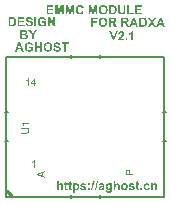
<source format=gto>
G04*
G04 #@! TF.GenerationSoftware,Altium Limited,Altium Designer,22.2.1 (43)*
G04*
G04 Layer_Color=65535*
%FSLAX25Y25*%
%MOIN*%
G70*
G04*
G04 #@! TF.SameCoordinates,2C4712D0-D379-43B9-8980-4D05732A6765*
G04*
G04*
G04 #@! TF.FilePolarity,Positive*
G04*
G01*
G75*
%ADD10C,0.00600*%
%ADD11C,0.01000*%
G36*
X16356Y49467D02*
X16702D01*
Y49178D01*
X16356D01*
Y48566D01*
X16041D01*
Y49178D01*
X14931D01*
Y49467D01*
X16099Y51126D01*
X16356D01*
Y49467D01*
D02*
G37*
G36*
X14228Y48566D02*
X13914D01*
Y50568D01*
X13912Y50566D01*
X13908Y50562D01*
X13903Y50557D01*
X13893Y50549D01*
X13882Y50540D01*
X13868Y50527D01*
X13851Y50514D01*
X13834Y50499D01*
X13812Y50485D01*
X13790Y50466D01*
X13766Y50449D01*
X13740Y50429D01*
X13710Y50411D01*
X13681Y50390D01*
X13614Y50349D01*
X13612Y50348D01*
X13607Y50344D01*
X13596Y50338D01*
X13583Y50333D01*
X13568Y50324D01*
X13549Y50313D01*
X13527Y50301D01*
X13505Y50288D01*
X13453Y50263D01*
X13398Y50237D01*
X13340Y50211D01*
X13285Y50189D01*
Y50492D01*
X13288Y50494D01*
X13296Y50498D01*
X13311Y50505D01*
X13329Y50514D01*
X13351Y50525D01*
X13379Y50540D01*
X13409Y50557D01*
X13440Y50575D01*
X13475Y50597D01*
X13512Y50620D01*
X13590Y50671D01*
X13670Y50729D01*
X13746Y50792D01*
X13747Y50793D01*
X13755Y50799D01*
X13764Y50808D01*
X13777Y50821D01*
X13794Y50838D01*
X13812Y50856D01*
X13832Y50879D01*
X13855Y50901D01*
X13877Y50927D01*
X13901Y50955D01*
X13947Y51012D01*
X13990Y51073D01*
X14008Y51104D01*
X14025Y51136D01*
X14228D01*
Y48566D01*
D02*
G37*
G36*
X16228Y21283D02*
X15913D01*
Y23285D01*
X15912Y23283D01*
X15908Y23279D01*
X15902Y23274D01*
X15893Y23266D01*
X15882Y23257D01*
X15867Y23244D01*
X15851Y23231D01*
X15834Y23216D01*
X15812Y23201D01*
X15789Y23183D01*
X15766Y23166D01*
X15740Y23146D01*
X15710Y23128D01*
X15680Y23107D01*
X15614Y23066D01*
X15612Y23065D01*
X15606Y23061D01*
X15595Y23055D01*
X15582Y23050D01*
X15567Y23041D01*
X15549Y23029D01*
X15527Y23018D01*
X15505Y23005D01*
X15453Y22979D01*
X15397Y22954D01*
X15340Y22928D01*
X15284Y22906D01*
Y23209D01*
X15288Y23211D01*
X15296Y23214D01*
X15310Y23222D01*
X15329Y23231D01*
X15351Y23242D01*
X15379Y23257D01*
X15408Y23274D01*
X15440Y23292D01*
X15475Y23314D01*
X15512Y23336D01*
X15590Y23388D01*
X15669Y23446D01*
X15745Y23509D01*
X15747Y23510D01*
X15754Y23516D01*
X15764Y23525D01*
X15777Y23538D01*
X15793Y23555D01*
X15812Y23573D01*
X15832Y23595D01*
X15854Y23618D01*
X15877Y23644D01*
X15901Y23671D01*
X15947Y23729D01*
X15989Y23790D01*
X16008Y23821D01*
X16025Y23853D01*
X16228D01*
Y21283D01*
D02*
G37*
G36*
X47186Y20727D02*
X47208Y20725D01*
X47238Y20723D01*
X47269Y20718D01*
X47306Y20712D01*
X47345Y20703D01*
X47388Y20692D01*
X47432Y20677D01*
X47478Y20660D01*
X47525Y20640D01*
X47571Y20616D01*
X47617Y20588D01*
X47663Y20557D01*
X47706Y20520D01*
X47708Y20518D01*
X47715Y20510D01*
X47726Y20497D01*
X47741Y20479D01*
X47758Y20455D01*
X47778Y20425D01*
X47798Y20390D01*
X47819Y20348D01*
X47839Y20300D01*
X47859Y20246D01*
X47880Y20183D01*
X47897Y20116D01*
X47911Y20041D01*
X47917Y20000D01*
X47922Y19957D01*
X47926Y19913D01*
X47930Y19867D01*
X47932Y19818D01*
Y19114D01*
X48973D01*
Y18775D01*
X46413D01*
Y19802D01*
X46415Y19828D01*
Y19854D01*
X46417Y19883D01*
X46418Y19946D01*
X46424Y20011D01*
X46429Y20074D01*
X46435Y20103D01*
X46439Y20129D01*
Y20131D01*
X46441Y20139D01*
X46442Y20148D01*
X46444Y20161D01*
X46448Y20177D01*
X46453Y20196D01*
X46459Y20216D01*
X46465Y20240D01*
X46481Y20290D01*
X46503Y20342D01*
X46527Y20396D01*
X46559Y20446D01*
X46561Y20448D01*
X46563Y20451D01*
X46568Y20459D01*
X46576Y20466D01*
X46583Y20477D01*
X46594Y20490D01*
X46607Y20505D01*
X46622Y20520D01*
X46639Y20534D01*
X46657Y20551D01*
X46700Y20586D01*
X46749Y20619D01*
X46805Y20651D01*
X46807Y20653D01*
X46812Y20655D01*
X46822Y20658D01*
X46833Y20664D01*
X46848Y20670D01*
X46866Y20675D01*
X46886Y20682D01*
X46909Y20690D01*
X46933Y20697D01*
X46960Y20705D01*
X46988Y20710D01*
X47020Y20716D01*
X47084Y20725D01*
X47155Y20729D01*
X47158D01*
X47169D01*
X47186Y20727D01*
D02*
G37*
G36*
X19589Y20005D02*
X18814Y19709D01*
Y18634D01*
X19589Y18354D01*
Y17997D01*
X17028Y18980D01*
Y19342D01*
X19589Y20389D01*
Y20005D01*
D02*
G37*
G36*
X42700Y63831D02*
X42043D01*
X40966Y66848D01*
X41625D01*
X42390Y64616D01*
X43127Y66848D01*
X43774D01*
X42700Y63831D01*
D02*
G37*
G36*
X48950D02*
X48372D01*
Y66009D01*
X48368Y66005D01*
X48357Y65996D01*
X48339Y65981D01*
X48315Y65961D01*
X48285Y65937D01*
X48248Y65909D01*
X48206Y65876D01*
X48158Y65843D01*
X48106Y65808D01*
X48049Y65771D01*
X47988Y65734D01*
X47923Y65699D01*
X47853Y65664D01*
X47779Y65630D01*
X47703Y65599D01*
X47624Y65571D01*
Y66096D01*
X47626D01*
X47635Y66101D01*
X47646Y66105D01*
X47664Y66111D01*
X47685Y66120D01*
X47709Y66129D01*
X47738Y66142D01*
X47770Y66157D01*
X47805Y66177D01*
X47842Y66196D01*
X47884Y66218D01*
X47925Y66244D01*
X47971Y66273D01*
X48017Y66303D01*
X48065Y66338D01*
X48115Y66375D01*
X48117Y66377D01*
X48126Y66384D01*
X48141Y66397D01*
X48158Y66412D01*
X48180Y66432D01*
X48204Y66456D01*
X48230Y66482D01*
X48261Y66513D01*
X48289Y66547D01*
X48320Y66584D01*
X48350Y66624D01*
X48381Y66667D01*
X48409Y66711D01*
X48435Y66759D01*
X48459Y66809D01*
X48479Y66859D01*
X48950D01*
Y63831D01*
D02*
G37*
G36*
X47001D02*
X46423D01*
Y64409D01*
X47001D01*
Y63831D01*
D02*
G37*
G36*
X44993Y66857D02*
X45024Y66855D01*
X45061Y66853D01*
X45104Y66846D01*
X45152Y66839D01*
X45204Y66829D01*
X45259Y66816D01*
X45318Y66800D01*
X45377Y66781D01*
X45433Y66757D01*
X45492Y66728D01*
X45549Y66698D01*
X45601Y66661D01*
X45651Y66617D01*
X45654Y66615D01*
X45662Y66606D01*
X45675Y66593D01*
X45691Y66574D01*
X45710Y66550D01*
X45732Y66523D01*
X45756Y66489D01*
X45780Y66452D01*
X45804Y66410D01*
X45828Y66366D01*
X45850Y66316D01*
X45869Y66264D01*
X45885Y66207D01*
X45898Y66146D01*
X45906Y66083D01*
X45909Y66018D01*
Y66015D01*
Y66009D01*
Y65998D01*
Y65983D01*
X45906Y65965D01*
X45904Y65944D01*
X45902Y65920D01*
X45900Y65893D01*
X45891Y65835D01*
X45878Y65769D01*
X45858Y65699D01*
X45834Y65630D01*
Y65627D01*
X45830Y65621D01*
X45826Y65612D01*
X45821Y65597D01*
X45813Y65582D01*
X45802Y65562D01*
X45791Y65538D01*
X45778Y65514D01*
X45763Y65486D01*
X45745Y65455D01*
X45706Y65390D01*
X45658Y65320D01*
X45603Y65246D01*
X45601Y65244D01*
X45599Y65239D01*
X45592Y65233D01*
X45584Y65222D01*
X45571Y65207D01*
X45555Y65189D01*
X45538Y65170D01*
X45516Y65148D01*
X45492Y65122D01*
X45464Y65093D01*
X45433Y65061D01*
X45399Y65026D01*
X45361Y64989D01*
X45320Y64950D01*
X45274Y64906D01*
X45224Y64860D01*
X45222Y64858D01*
X45213Y64849D01*
X45198Y64836D01*
X45180Y64819D01*
X45159Y64799D01*
X45132Y64777D01*
X45106Y64751D01*
X45078Y64725D01*
X45019Y64668D01*
X44960Y64614D01*
X44934Y64588D01*
X44912Y64566D01*
X44890Y64544D01*
X44875Y64527D01*
X44873Y64522D01*
X44864Y64513D01*
X44849Y64496D01*
X44834Y64476D01*
X44814Y64452D01*
X44795Y64424D01*
X44775Y64396D01*
X44758Y64367D01*
X45909D01*
Y63831D01*
X43881D01*
Y63836D01*
X43883Y63844D01*
X43885Y63862D01*
X43890Y63884D01*
X43894Y63910D01*
X43901Y63942D01*
X43907Y63977D01*
X43918Y64016D01*
X43929Y64060D01*
X43944Y64106D01*
X43960Y64152D01*
X43977Y64202D01*
X43999Y64252D01*
X44023Y64304D01*
X44049Y64354D01*
X44077Y64407D01*
X44080Y64409D01*
X44086Y64420D01*
X44097Y64435D01*
X44110Y64457D01*
X44130Y64483D01*
X44156Y64516D01*
X44186Y64555D01*
X44221Y64599D01*
X44263Y64649D01*
X44309Y64703D01*
X44363Y64762D01*
X44422Y64827D01*
X44489Y64897D01*
X44561Y64969D01*
X44642Y65048D01*
X44729Y65130D01*
X44731Y65133D01*
X44734Y65135D01*
X44747Y65146D01*
X44766Y65165D01*
X44792Y65189D01*
X44823Y65220D01*
X44858Y65253D01*
X44895Y65290D01*
X44936Y65329D01*
X45017Y65412D01*
X45058Y65451D01*
X45095Y65492D01*
X45132Y65529D01*
X45163Y65564D01*
X45189Y65597D01*
X45209Y65623D01*
X45211Y65625D01*
X45213Y65632D01*
X45220Y65640D01*
X45228Y65654D01*
X45237Y65671D01*
X45246Y65689D01*
X45257Y65710D01*
X45270Y65734D01*
X45292Y65789D01*
X45309Y65848D01*
X45324Y65913D01*
X45327Y65946D01*
X45329Y65978D01*
Y65981D01*
Y65987D01*
Y65996D01*
X45327Y66011D01*
Y66026D01*
X45324Y66044D01*
X45316Y66087D01*
X45303Y66135D01*
X45285Y66185D01*
X45259Y66231D01*
X45241Y66255D01*
X45224Y66275D01*
X45222Y66277D01*
X45220Y66279D01*
X45213Y66284D01*
X45204Y66292D01*
X45193Y66299D01*
X45180Y66308D01*
X45165Y66319D01*
X45150Y66327D01*
X45109Y66347D01*
X45058Y66364D01*
X45002Y66375D01*
X44969Y66377D01*
X44936Y66380D01*
X44919D01*
X44906Y66377D01*
X44890D01*
X44873Y66373D01*
X44832Y66366D01*
X44786Y66353D01*
X44736Y66334D01*
X44714Y66321D01*
X44690Y66308D01*
X44668Y66290D01*
X44646Y66271D01*
X44644Y66268D01*
X44642Y66266D01*
X44635Y66260D01*
X44629Y66249D01*
X44620Y66238D01*
X44611Y66223D01*
X44603Y66205D01*
X44592Y66185D01*
X44581Y66162D01*
X44570Y66135D01*
X44559Y66105D01*
X44550Y66072D01*
X44542Y66035D01*
X44533Y65996D01*
X44529Y65955D01*
X44524Y65909D01*
X43949Y65965D01*
Y65968D01*
Y65972D01*
X43951Y65978D01*
Y65987D01*
X43953Y65998D01*
X43955Y66011D01*
X43962Y66044D01*
X43968Y66083D01*
X43979Y66127D01*
X43992Y66177D01*
X44008Y66229D01*
X44027Y66286D01*
X44049Y66343D01*
X44075Y66399D01*
X44106Y66456D01*
X44138Y66510D01*
X44178Y66561D01*
X44221Y66609D01*
X44269Y66650D01*
X44271Y66652D01*
X44282Y66659D01*
X44298Y66669D01*
X44317Y66683D01*
X44346Y66698D01*
X44376Y66715D01*
X44415Y66735D01*
X44457Y66755D01*
X44502Y66774D01*
X44555Y66794D01*
X44611Y66811D01*
X44670Y66826D01*
X44736Y66839D01*
X44803Y66850D01*
X44875Y66857D01*
X44949Y66859D01*
X44969D01*
X44993Y66857D01*
D02*
G37*
G36*
X55518Y69907D02*
X56558Y68335D01*
X55825D01*
X55156Y69355D01*
X54485Y68335D01*
X53754D01*
X54799Y69905D01*
X53850Y71352D01*
X54563D01*
X55160Y70447D01*
X55760Y71352D01*
X56466D01*
X55518Y69907D01*
D02*
G37*
G36*
X59590Y68335D02*
X58928D01*
X58666Y69020D01*
X57458D01*
X57210Y68335D01*
X56564D01*
X57735Y71352D01*
X58383D01*
X59590Y68335D01*
D02*
G37*
G36*
X52222Y71350D02*
X52259D01*
X52298Y71348D01*
X52342Y71346D01*
X52388Y71341D01*
X52433Y71337D01*
X52529Y71328D01*
X52575Y71322D01*
X52621Y71313D01*
X52662Y71304D01*
X52701Y71293D01*
X52704D01*
X52712Y71289D01*
X52728Y71285D01*
X52745Y71278D01*
X52769Y71269D01*
X52795Y71258D01*
X52826Y71245D01*
X52859Y71230D01*
X52893Y71210D01*
X52930Y71191D01*
X52968Y71167D01*
X53007Y71143D01*
X53044Y71115D01*
X53083Y71084D01*
X53120Y71051D01*
X53157Y71014D01*
X53159Y71012D01*
X53166Y71006D01*
X53175Y70995D01*
X53188Y70979D01*
X53205Y70960D01*
X53223Y70936D01*
X53242Y70910D01*
X53264Y70879D01*
X53288Y70844D01*
X53310Y70807D01*
X53334Y70768D01*
X53358Y70724D01*
X53382Y70679D01*
X53404Y70631D01*
X53425Y70578D01*
X53445Y70526D01*
X53447Y70524D01*
X53449Y70513D01*
X53454Y70498D01*
X53460Y70474D01*
X53469Y70445D01*
X53478Y70413D01*
X53486Y70373D01*
X53495Y70330D01*
X53504Y70280D01*
X53513Y70225D01*
X53521Y70166D01*
X53530Y70103D01*
X53536Y70038D01*
X53541Y69966D01*
X53545Y69892D01*
Y69813D01*
Y69809D01*
Y69796D01*
Y69776D01*
X53543Y69750D01*
Y69719D01*
X53541Y69680D01*
X53536Y69639D01*
X53534Y69593D01*
X53528Y69545D01*
X53523Y69493D01*
X53506Y69386D01*
X53482Y69277D01*
X53469Y69225D01*
X53451Y69172D01*
X53449Y69168D01*
X53447Y69157D01*
X53440Y69139D01*
X53430Y69118D01*
X53419Y69089D01*
X53406Y69057D01*
X53388Y69022D01*
X53369Y68983D01*
X53347Y68941D01*
X53323Y68898D01*
X53297Y68854D01*
X53268Y68808D01*
X53236Y68765D01*
X53203Y68721D01*
X53168Y68677D01*
X53129Y68638D01*
X53127Y68636D01*
X53122Y68632D01*
X53111Y68623D01*
X53100Y68612D01*
X53083Y68599D01*
X53063Y68586D01*
X53042Y68568D01*
X53015Y68551D01*
X52987Y68531D01*
X52954Y68512D01*
X52920Y68492D01*
X52882Y68472D01*
X52841Y68453D01*
X52797Y68433D01*
X52752Y68416D01*
X52701Y68398D01*
X52699D01*
X52693Y68396D01*
X52680Y68392D01*
X52664Y68390D01*
X52645Y68383D01*
X52619Y68379D01*
X52590Y68372D01*
X52558Y68368D01*
X52521Y68361D01*
X52481Y68355D01*
X52435Y68350D01*
X52388Y68346D01*
X52335Y68342D01*
X52281Y68337D01*
X52222Y68335D01*
X51016D01*
Y71352D01*
X52189D01*
X52222Y71350D01*
D02*
G37*
G36*
X50694Y68335D02*
X50031D01*
X49769Y69020D01*
X48562D01*
X48313Y68335D01*
X47668D01*
X48838Y71352D01*
X49486D01*
X50694Y68335D01*
D02*
G37*
G36*
X46292Y71350D02*
X46334D01*
X46380Y71348D01*
X46430Y71346D01*
X46484Y71341D01*
X46541Y71337D01*
X46597Y71333D01*
X46715Y71317D01*
X46770Y71309D01*
X46822Y71298D01*
X46872Y71285D01*
X46916Y71269D01*
X46918D01*
X46924Y71265D01*
X46938Y71261D01*
X46953Y71254D01*
X46970Y71245D01*
X46992Y71232D01*
X47016Y71219D01*
X47042Y71204D01*
X47071Y71184D01*
X47099Y71163D01*
X47127Y71139D01*
X47158Y71112D01*
X47186Y71084D01*
X47214Y71051D01*
X47241Y71017D01*
X47267Y70979D01*
X47269Y70977D01*
X47273Y70971D01*
X47280Y70958D01*
X47289Y70942D01*
X47297Y70923D01*
X47308Y70901D01*
X47321Y70873D01*
X47334Y70842D01*
X47345Y70809D01*
X47358Y70772D01*
X47369Y70733D01*
X47380Y70692D01*
X47387Y70648D01*
X47393Y70602D01*
X47398Y70556D01*
X47400Y70506D01*
Y70502D01*
Y70491D01*
X47398Y70474D01*
Y70450D01*
X47393Y70421D01*
X47389Y70386D01*
X47382Y70349D01*
X47376Y70308D01*
X47365Y70264D01*
X47352Y70219D01*
X47334Y70173D01*
X47315Y70125D01*
X47293Y70079D01*
X47265Y70031D01*
X47234Y69988D01*
X47199Y69944D01*
X47197Y69942D01*
X47190Y69935D01*
X47177Y69924D01*
X47162Y69909D01*
X47140Y69892D01*
X47116Y69872D01*
X47086Y69850D01*
X47051Y69826D01*
X47010Y69802D01*
X46966Y69780D01*
X46918Y69757D01*
X46863Y69735D01*
X46805Y69713D01*
X46741Y69695D01*
X46674Y69680D01*
X46602Y69667D01*
X46604Y69665D01*
X46611Y69663D01*
X46622Y69656D01*
X46635Y69648D01*
X46652Y69637D01*
X46672Y69624D01*
X46693Y69608D01*
X46717Y69593D01*
X46770Y69554D01*
X46824Y69510D01*
X46879Y69462D01*
X46929Y69412D01*
X46931Y69410D01*
X46935Y69406D01*
X46942Y69397D01*
X46953Y69386D01*
X46966Y69371D01*
X46981Y69351D01*
X46999Y69327D01*
X47020Y69299D01*
X47044Y69268D01*
X47071Y69233D01*
X47099Y69192D01*
X47129Y69148D01*
X47162Y69098D01*
X47197Y69046D01*
X47236Y68987D01*
X47276Y68924D01*
X47644Y68335D01*
X46914D01*
X46475Y68991D01*
X46473Y68996D01*
X46464Y69007D01*
X46454Y69024D01*
X46438Y69048D01*
X46419Y69076D01*
X46397Y69107D01*
X46373Y69142D01*
X46347Y69179D01*
X46292Y69253D01*
X46266Y69290D01*
X46240Y69327D01*
X46216Y69360D01*
X46192Y69388D01*
X46170Y69414D01*
X46153Y69434D01*
X46148Y69438D01*
X46137Y69449D01*
X46120Y69464D01*
X46098Y69484D01*
X46070Y69506D01*
X46039Y69525D01*
X46007Y69545D01*
X45970Y69560D01*
X45965Y69563D01*
X45959Y69565D01*
X45952Y69567D01*
X45941Y69569D01*
X45928Y69571D01*
X45913Y69576D01*
X45895Y69578D01*
X45876Y69582D01*
X45854Y69584D01*
X45828Y69586D01*
X45800Y69591D01*
X45771Y69593D01*
X45739D01*
X45702Y69595D01*
X45542D01*
Y68335D01*
X44934D01*
Y71352D01*
X46260D01*
X46292Y71350D01*
D02*
G37*
G36*
X42188Y71338D02*
X42229D01*
X42275Y71336D01*
X42325Y71333D01*
X42380Y71329D01*
X42436Y71325D01*
X42493Y71320D01*
X42611Y71305D01*
X42665Y71296D01*
X42717Y71285D01*
X42768Y71272D01*
X42811Y71257D01*
X42813D01*
X42820Y71253D01*
X42833Y71248D01*
X42848Y71242D01*
X42866Y71233D01*
X42887Y71220D01*
X42911Y71207D01*
X42938Y71192D01*
X42966Y71172D01*
X42994Y71150D01*
X43023Y71126D01*
X43053Y71100D01*
X43082Y71072D01*
X43110Y71039D01*
X43136Y71004D01*
X43162Y70967D01*
X43164Y70965D01*
X43169Y70958D01*
X43175Y70945D01*
X43184Y70930D01*
X43193Y70910D01*
X43204Y70889D01*
X43217Y70860D01*
X43230Y70830D01*
X43241Y70797D01*
X43254Y70760D01*
X43265Y70721D01*
X43275Y70679D01*
X43282Y70636D01*
X43289Y70590D01*
X43293Y70544D01*
X43295Y70494D01*
Y70490D01*
Y70479D01*
X43293Y70461D01*
Y70437D01*
X43289Y70409D01*
X43284Y70374D01*
X43278Y70337D01*
X43271Y70296D01*
X43260Y70252D01*
X43247Y70206D01*
X43230Y70161D01*
X43210Y70113D01*
X43188Y70067D01*
X43160Y70019D01*
X43130Y69975D01*
X43095Y69932D01*
X43092Y69929D01*
X43086Y69923D01*
X43073Y69912D01*
X43058Y69897D01*
X43036Y69879D01*
X43012Y69860D01*
X42981Y69838D01*
X42946Y69814D01*
X42905Y69790D01*
X42861Y69768D01*
X42813Y69744D01*
X42759Y69722D01*
X42700Y69700D01*
X42637Y69683D01*
X42569Y69668D01*
X42497Y69655D01*
X42500Y69652D01*
X42506Y69650D01*
X42517Y69644D01*
X42530Y69635D01*
X42547Y69624D01*
X42567Y69611D01*
X42589Y69596D01*
X42613Y69581D01*
X42665Y69541D01*
X42720Y69498D01*
X42774Y69450D01*
X42824Y69400D01*
X42827Y69397D01*
X42831Y69393D01*
X42837Y69384D01*
X42848Y69374D01*
X42861Y69358D01*
X42877Y69339D01*
X42894Y69315D01*
X42916Y69286D01*
X42940Y69256D01*
X42966Y69221D01*
X42994Y69179D01*
X43025Y69136D01*
X43058Y69086D01*
X43092Y69033D01*
X43132Y68975D01*
X43171Y68911D01*
X43539Y68323D01*
X42809D01*
X42371Y68979D01*
X42369Y68983D01*
X42360Y68994D01*
X42349Y69012D01*
X42334Y69036D01*
X42314Y69064D01*
X42292Y69095D01*
X42268Y69129D01*
X42242Y69166D01*
X42188Y69240D01*
X42162Y69278D01*
X42135Y69315D01*
X42111Y69347D01*
X42087Y69376D01*
X42066Y69402D01*
X42048Y69421D01*
X42044Y69426D01*
X42033Y69437D01*
X42015Y69452D01*
X41994Y69472D01*
X41965Y69493D01*
X41935Y69513D01*
X41902Y69533D01*
X41865Y69548D01*
X41861Y69550D01*
X41854Y69552D01*
X41848Y69554D01*
X41837Y69557D01*
X41824Y69559D01*
X41808Y69563D01*
X41791Y69565D01*
X41771Y69570D01*
X41750Y69572D01*
X41723Y69574D01*
X41695Y69578D01*
X41667Y69581D01*
X41634D01*
X41597Y69583D01*
X41438D01*
Y68323D01*
X40830D01*
Y71340D01*
X42155D01*
X42188Y71338D01*
D02*
G37*
G36*
X37045Y70830D02*
X35585D01*
Y70115D01*
X36845D01*
Y69605D01*
X35585D01*
Y68323D01*
X34976D01*
Y71340D01*
X37045D01*
Y70830D01*
D02*
G37*
G36*
X38929Y71388D02*
X38946D01*
X38968Y71386D01*
X38994Y71384D01*
X39020Y71381D01*
X39051Y71377D01*
X39081Y71373D01*
X39116Y71368D01*
X39188Y71355D01*
X39266Y71338D01*
X39349Y71316D01*
X39437Y71290D01*
X39526Y71255D01*
X39615Y71216D01*
X39702Y71168D01*
X39790Y71113D01*
X39831Y71083D01*
X39873Y71048D01*
X39912Y71013D01*
X39951Y70976D01*
X39953Y70974D01*
X39955Y70971D01*
X39962Y70965D01*
X39968Y70956D01*
X39977Y70945D01*
X39988Y70932D01*
X40001Y70917D01*
X40014Y70899D01*
X40029Y70880D01*
X40045Y70858D01*
X40060Y70832D01*
X40077Y70806D01*
X40095Y70777D01*
X40115Y70745D01*
X40132Y70712D01*
X40152Y70677D01*
X40189Y70599D01*
X40226Y70514D01*
X40258Y70418D01*
X40289Y70315D01*
X40315Y70204D01*
X40335Y70086D01*
X40348Y69960D01*
X40352Y69892D01*
Y69825D01*
Y69823D01*
Y69816D01*
Y69807D01*
Y69792D01*
X40350Y69775D01*
Y69755D01*
X40348Y69731D01*
X40346Y69705D01*
X40343Y69674D01*
X40339Y69644D01*
X40337Y69609D01*
X40330Y69572D01*
X40319Y69493D01*
X40302Y69408D01*
X40280Y69319D01*
X40254Y69225D01*
X40224Y69129D01*
X40184Y69036D01*
X40139Y68942D01*
X40084Y68850D01*
X40056Y68807D01*
X40023Y68763D01*
X39990Y68722D01*
X39953Y68682D01*
X39951Y68680D01*
X39949Y68678D01*
X39942Y68672D01*
X39936Y68665D01*
X39925Y68656D01*
X39912Y68645D01*
X39899Y68632D01*
X39881Y68619D01*
X39842Y68586D01*
X39792Y68552D01*
X39735Y68515D01*
X39672Y68477D01*
X39600Y68438D01*
X39519Y68401D01*
X39432Y68366D01*
X39338Y68336D01*
X39236Y68308D01*
X39129Y68288D01*
X39014Y68275D01*
X38953Y68273D01*
X38892Y68270D01*
X38861D01*
X38846Y68273D01*
X38826D01*
X38804Y68275D01*
X38780Y68277D01*
X38752Y68279D01*
X38724Y68283D01*
X38691Y68288D01*
X38658Y68292D01*
X38584Y68305D01*
X38506Y68323D01*
X38421Y68342D01*
X38333Y68371D01*
X38246Y68403D01*
X38157Y68443D01*
X38067Y68491D01*
X37980Y68545D01*
X37939Y68576D01*
X37900Y68608D01*
X37858Y68643D01*
X37821Y68680D01*
Y68682D01*
X37817Y68685D01*
X37813Y68691D01*
X37804Y68700D01*
X37795Y68711D01*
X37784Y68724D01*
X37773Y68739D01*
X37760Y68757D01*
X37745Y68776D01*
X37730Y68798D01*
X37712Y68822D01*
X37695Y68848D01*
X37677Y68876D01*
X37660Y68907D01*
X37623Y68975D01*
X37586Y69051D01*
X37551Y69136D01*
X37516Y69230D01*
X37486Y69330D01*
X37462Y69439D01*
X37442Y69557D01*
X37429Y69681D01*
X37427Y69744D01*
X37424Y69812D01*
Y69814D01*
Y69816D01*
Y69823D01*
Y69831D01*
Y69842D01*
Y69855D01*
X37427Y69888D01*
X37429Y69927D01*
X37431Y69973D01*
X37435Y70025D01*
X37442Y70080D01*
X37448Y70141D01*
X37457Y70202D01*
X37470Y70267D01*
X37483Y70331D01*
X37499Y70396D01*
X37516Y70461D01*
X37538Y70522D01*
X37562Y70583D01*
X37564Y70586D01*
X37566Y70594D01*
X37573Y70605D01*
X37581Y70623D01*
X37590Y70642D01*
X37603Y70666D01*
X37618Y70692D01*
X37636Y70723D01*
X37675Y70786D01*
X37723Y70856D01*
X37778Y70928D01*
X37841Y70998D01*
X37843Y71000D01*
X37850Y71006D01*
X37858Y71015D01*
X37871Y71028D01*
X37889Y71043D01*
X37908Y71061D01*
X37932Y71080D01*
X37956Y71100D01*
X37985Y71122D01*
X38015Y71144D01*
X38083Y71189D01*
X38155Y71233D01*
X38194Y71253D01*
X38233Y71270D01*
X38238Y71272D01*
X38246Y71275D01*
X38262Y71281D01*
X38283Y71290D01*
X38309Y71298D01*
X38342Y71307D01*
X38379Y71318D01*
X38421Y71331D01*
X38467Y71342D01*
X38514Y71353D01*
X38569Y71362D01*
X38626Y71370D01*
X38687Y71379D01*
X38750Y71386D01*
X38815Y71388D01*
X38883Y71390D01*
X38913D01*
X38929Y71388D01*
D02*
G37*
G36*
X31249Y75530D02*
X31265D01*
X31284Y75528D01*
X31304D01*
X31352Y75521D01*
X31404Y75515D01*
X31465Y75504D01*
X31530Y75491D01*
X31600Y75473D01*
X31674Y75451D01*
X31749Y75425D01*
X31825Y75393D01*
X31899Y75356D01*
X31973Y75312D01*
X32043Y75262D01*
X32110Y75203D01*
X32113Y75201D01*
X32119Y75194D01*
X32130Y75183D01*
X32143Y75168D01*
X32161Y75148D01*
X32180Y75122D01*
X32202Y75094D01*
X32226Y75061D01*
X32250Y75024D01*
X32276Y74983D01*
X32302Y74937D01*
X32328Y74889D01*
X32352Y74835D01*
X32376Y74778D01*
X32400Y74715D01*
X32420Y74649D01*
X31816Y74505D01*
Y74508D01*
X31814Y74516D01*
X31810Y74527D01*
X31805Y74545D01*
X31799Y74564D01*
X31790Y74586D01*
X31779Y74612D01*
X31768Y74638D01*
X31738Y74697D01*
X31718Y74728D01*
X31698Y74758D01*
X31677Y74789D01*
X31650Y74819D01*
X31622Y74848D01*
X31592Y74874D01*
X31589Y74876D01*
X31585Y74880D01*
X31574Y74887D01*
X31561Y74896D01*
X31546Y74906D01*
X31526Y74917D01*
X31502Y74931D01*
X31478Y74944D01*
X31448Y74954D01*
X31417Y74968D01*
X31382Y74979D01*
X31347Y74989D01*
X31308Y74998D01*
X31267Y75005D01*
X31225Y75009D01*
X31180Y75011D01*
X31164D01*
X31147Y75009D01*
X31125Y75007D01*
X31097Y75005D01*
X31064Y74998D01*
X31027Y74992D01*
X30988Y74981D01*
X30944Y74968D01*
X30900Y74952D01*
X30855Y74933D01*
X30809Y74909D01*
X30765Y74880D01*
X30720Y74850D01*
X30678Y74813D01*
X30637Y74769D01*
X30635Y74767D01*
X30628Y74758D01*
X30617Y74743D01*
X30604Y74723D01*
X30589Y74697D01*
X30571Y74665D01*
X30552Y74628D01*
X30534Y74582D01*
X30515Y74532D01*
X30495Y74473D01*
X30478Y74410D01*
X30462Y74340D01*
X30449Y74261D01*
X30438Y74178D01*
X30432Y74087D01*
X30430Y73989D01*
Y73987D01*
Y73982D01*
Y73974D01*
Y73965D01*
Y73949D01*
X30432Y73934D01*
Y73917D01*
X30434Y73895D01*
X30436Y73849D01*
X30441Y73795D01*
X30447Y73736D01*
X30456Y73673D01*
X30467Y73607D01*
X30480Y73540D01*
X30497Y73472D01*
X30517Y73405D01*
X30539Y73341D01*
X30567Y73280D01*
X30597Y73226D01*
X30635Y73176D01*
X30637Y73173D01*
X30643Y73165D01*
X30656Y73154D01*
X30672Y73139D01*
X30691Y73119D01*
X30717Y73099D01*
X30746Y73077D01*
X30778Y73056D01*
X30816Y73032D01*
X30855Y73010D01*
X30898Y72990D01*
X30946Y72971D01*
X30996Y72955D01*
X31051Y72944D01*
X31108Y72936D01*
X31169Y72934D01*
X31193D01*
X31210Y72936D01*
X31230Y72938D01*
X31254Y72942D01*
X31282Y72947D01*
X31313Y72953D01*
X31343Y72960D01*
X31376Y72971D01*
X31411Y72984D01*
X31446Y72999D01*
X31483Y73017D01*
X31517Y73036D01*
X31552Y73060D01*
X31585Y73086D01*
X31587Y73088D01*
X31594Y73093D01*
X31602Y73104D01*
X31613Y73117D01*
X31629Y73132D01*
X31646Y73154D01*
X31664Y73178D01*
X31683Y73206D01*
X31703Y73237D01*
X31725Y73274D01*
X31746Y73313D01*
X31766Y73357D01*
X31786Y73407D01*
X31805Y73457D01*
X31823Y73514D01*
X31838Y73575D01*
X32429Y73387D01*
Y73385D01*
X32427Y73381D01*
X32424Y73374D01*
X32422Y73365D01*
X32418Y73354D01*
X32413Y73339D01*
X32403Y73306D01*
X32387Y73265D01*
X32368Y73217D01*
X32346Y73165D01*
X32320Y73110D01*
X32291Y73051D01*
X32259Y72990D01*
X32222Y72929D01*
X32180Y72868D01*
X32134Y72809D01*
X32086Y72753D01*
X32032Y72700D01*
X31975Y72652D01*
X31971Y72650D01*
X31960Y72641D01*
X31943Y72631D01*
X31919Y72615D01*
X31888Y72598D01*
X31851Y72576D01*
X31807Y72554D01*
X31757Y72532D01*
X31703Y72511D01*
X31642Y72489D01*
X31576Y72469D01*
X31504Y72450D01*
X31430Y72434D01*
X31350Y72423D01*
X31265Y72415D01*
X31175Y72413D01*
X31149D01*
X31134Y72415D01*
X31116D01*
X31097Y72417D01*
X31075Y72419D01*
X31051Y72421D01*
X31025Y72426D01*
X30964Y72434D01*
X30898Y72448D01*
X30826Y72465D01*
X30750Y72485D01*
X30669Y72513D01*
X30589Y72546D01*
X30504Y72585D01*
X30423Y72633D01*
X30340Y72687D01*
X30301Y72718D01*
X30262Y72751D01*
X30225Y72785D01*
X30188Y72822D01*
Y72825D01*
X30183Y72827D01*
X30179Y72833D01*
X30170Y72842D01*
X30161Y72853D01*
X30153Y72866D01*
X30140Y72881D01*
X30127Y72899D01*
X30114Y72918D01*
X30098Y72940D01*
X30083Y72964D01*
X30066Y72990D01*
X30031Y73049D01*
X29996Y73117D01*
X29959Y73193D01*
X29924Y73276D01*
X29891Y73370D01*
X29863Y73470D01*
X29837Y73577D01*
X29819Y73692D01*
X29806Y73814D01*
X29804Y73880D01*
X29802Y73945D01*
Y73947D01*
Y73954D01*
Y73965D01*
Y73978D01*
X29804Y73995D01*
Y74017D01*
X29806Y74041D01*
X29808Y74069D01*
X29811Y74100D01*
X29813Y74133D01*
X29817Y74168D01*
X29821Y74205D01*
X29834Y74285D01*
X29850Y74372D01*
X29872Y74466D01*
X29895Y74562D01*
X29928Y74658D01*
X29965Y74756D01*
X30011Y74852D01*
X30061Y74944D01*
X30122Y75033D01*
X30155Y75074D01*
X30190Y75114D01*
X30192Y75116D01*
X30194Y75118D01*
X30201Y75125D01*
X30207Y75131D01*
X30229Y75153D01*
X30260Y75179D01*
X30299Y75212D01*
X30347Y75247D01*
X30401Y75284D01*
X30462Y75323D01*
X30532Y75362D01*
X30611Y75399D01*
X30693Y75436D01*
X30785Y75467D01*
X30883Y75493D01*
X30986Y75515D01*
X31097Y75528D01*
X31153Y75530D01*
X31212Y75532D01*
X31236D01*
X31249Y75530D01*
D02*
G37*
G36*
X37024Y72465D02*
X36459D01*
X36457Y74839D01*
X35860Y72465D01*
X35274D01*
X34679Y74839D01*
Y72465D01*
X34114D01*
Y75482D01*
X35025D01*
X35570Y73422D01*
X36108Y75482D01*
X37024D01*
Y72465D01*
D02*
G37*
G36*
X29300D02*
X28736D01*
X28734Y74839D01*
X28136Y72465D01*
X27550D01*
X26955Y74839D01*
Y72465D01*
X26390D01*
Y75482D01*
X27301D01*
X27846Y73422D01*
X28385Y75482D01*
X29300D01*
Y72465D01*
D02*
G37*
G36*
X25791D02*
X25226D01*
X25224Y74839D01*
X24626Y72465D01*
X24040D01*
X23445Y74839D01*
Y72465D01*
X22880D01*
Y75482D01*
X23791D01*
X24337Y73422D01*
X24875Y75482D01*
X25791D01*
Y72465D01*
D02*
G37*
G36*
X46354Y73895D02*
Y73893D01*
Y73888D01*
Y73882D01*
Y73871D01*
Y73858D01*
Y73843D01*
Y73825D01*
Y73808D01*
X46352Y73762D01*
Y73712D01*
X46350Y73655D01*
X46348Y73596D01*
X46346Y73533D01*
X46341Y73470D01*
X46339Y73405D01*
X46333Y73341D01*
X46328Y73282D01*
X46322Y73226D01*
X46313Y73173D01*
X46304Y73128D01*
Y73125D01*
X46302Y73117D01*
X46300Y73106D01*
X46294Y73091D01*
X46289Y73071D01*
X46283Y73049D01*
X46274Y73023D01*
X46263Y72997D01*
X46237Y72936D01*
X46206Y72873D01*
X46167Y72809D01*
X46121Y72748D01*
X46119Y72746D01*
X46115Y72742D01*
X46108Y72733D01*
X46097Y72722D01*
X46084Y72711D01*
X46069Y72696D01*
X46049Y72679D01*
X46027Y72661D01*
X46004Y72641D01*
X45977Y72622D01*
X45949Y72602D01*
X45916Y72580D01*
X45884Y72561D01*
X45847Y72541D01*
X45810Y72522D01*
X45768Y72504D01*
X45766D01*
X45757Y72500D01*
X45746Y72496D01*
X45729Y72489D01*
X45705Y72482D01*
X45679Y72476D01*
X45648Y72467D01*
X45613Y72458D01*
X45572Y72450D01*
X45528Y72441D01*
X45480Y72434D01*
X45430Y72428D01*
X45373Y72421D01*
X45317Y72417D01*
X45254Y72415D01*
X45188Y72413D01*
X45147D01*
X45116Y72415D01*
X45081D01*
X45040Y72417D01*
X44994Y72421D01*
X44944Y72426D01*
X44892Y72430D01*
X44837Y72437D01*
X44728Y72454D01*
X44676Y72465D01*
X44624Y72478D01*
X44576Y72493D01*
X44532Y72511D01*
X44530Y72513D01*
X44523Y72515D01*
X44510Y72522D01*
X44495Y72528D01*
X44478Y72539D01*
X44456Y72550D01*
X44432Y72565D01*
X44406Y72580D01*
X44349Y72618D01*
X44290Y72663D01*
X44231Y72714D01*
X44179Y72770D01*
X44177Y72772D01*
X44172Y72777D01*
X44166Y72785D01*
X44159Y72799D01*
X44148Y72812D01*
X44135Y72829D01*
X44122Y72851D01*
X44109Y72873D01*
X44081Y72923D01*
X44052Y72979D01*
X44028Y73040D01*
X44009Y73106D01*
Y73108D01*
X44007Y73119D01*
X44004Y73134D01*
X44000Y73154D01*
X43996Y73182D01*
X43989Y73215D01*
X43985Y73254D01*
X43981Y73300D01*
X43974Y73350D01*
X43970Y73407D01*
X43963Y73470D01*
X43959Y73537D01*
X43957Y73612D01*
X43952Y73692D01*
X43950Y73779D01*
Y73871D01*
Y75482D01*
X44558D01*
Y73847D01*
Y73843D01*
Y73830D01*
Y73810D01*
Y73784D01*
Y73753D01*
X44560Y73718D01*
Y73679D01*
Y73638D01*
X44563Y73553D01*
X44565Y73509D01*
X44567Y73470D01*
X44569Y73431D01*
X44574Y73396D01*
X44576Y73365D01*
X44580Y73341D01*
Y73339D01*
X44582Y73333D01*
X44584Y73324D01*
X44589Y73311D01*
X44593Y73295D01*
X44600Y73276D01*
X44617Y73234D01*
X44643Y73186D01*
X44674Y73139D01*
X44693Y73115D01*
X44715Y73091D01*
X44739Y73067D01*
X44765Y73045D01*
X44767Y73043D01*
X44772Y73040D01*
X44781Y73034D01*
X44791Y73027D01*
X44807Y73019D01*
X44826Y73010D01*
X44846Y72999D01*
X44872Y72990D01*
X44898Y72979D01*
X44929Y72969D01*
X44962Y72960D01*
X44999Y72951D01*
X45038Y72944D01*
X45077Y72938D01*
X45123Y72936D01*
X45169Y72934D01*
X45193D01*
X45212Y72936D01*
X45232D01*
X45258Y72940D01*
X45284Y72942D01*
X45315Y72947D01*
X45378Y72960D01*
X45443Y72977D01*
X45504Y73003D01*
X45533Y73021D01*
X45559Y73038D01*
X45561Y73040D01*
X45565Y73043D01*
X45572Y73049D01*
X45581Y73058D01*
X45602Y73080D01*
X45629Y73110D01*
X45657Y73150D01*
X45683Y73193D01*
X45703Y73243D01*
X45711Y73269D01*
X45718Y73298D01*
Y73300D01*
X45720Y73304D01*
Y73315D01*
X45722Y73328D01*
X45724Y73346D01*
X45727Y73365D01*
X45729Y73391D01*
X45733Y73420D01*
X45735Y73455D01*
X45738Y73492D01*
X45740Y73533D01*
X45742Y73581D01*
X45744Y73631D01*
Y73688D01*
X45746Y73747D01*
Y73812D01*
Y75482D01*
X46354D01*
Y73895D01*
D02*
G37*
G36*
X51809Y74972D02*
X50180D01*
Y74303D01*
X51696D01*
Y73793D01*
X50180D01*
Y72975D01*
X51866D01*
Y72465D01*
X49572D01*
Y75482D01*
X51809D01*
Y74972D01*
D02*
G37*
G36*
X47621Y72975D02*
X49136D01*
Y72465D01*
X47013D01*
Y75456D01*
X47621D01*
Y72975D01*
D02*
G37*
G36*
X42114Y75480D02*
X42151D01*
X42191Y75478D01*
X42234Y75476D01*
X42280Y75471D01*
X42326Y75467D01*
X42422Y75458D01*
X42468Y75451D01*
X42513Y75443D01*
X42555Y75434D01*
X42594Y75423D01*
X42596D01*
X42605Y75419D01*
X42620Y75415D01*
X42638Y75408D01*
X42662Y75399D01*
X42688Y75388D01*
X42718Y75375D01*
X42751Y75360D01*
X42786Y75340D01*
X42823Y75321D01*
X42860Y75297D01*
X42899Y75273D01*
X42936Y75244D01*
X42976Y75214D01*
X43013Y75181D01*
X43050Y75144D01*
X43052Y75142D01*
X43058Y75135D01*
X43067Y75125D01*
X43080Y75109D01*
X43098Y75090D01*
X43115Y75066D01*
X43135Y75039D01*
X43156Y75009D01*
X43181Y74974D01*
X43202Y74937D01*
X43226Y74898D01*
X43250Y74854D01*
X43274Y74808D01*
X43296Y74761D01*
X43318Y74708D01*
X43337Y74656D01*
X43340Y74654D01*
X43342Y74643D01*
X43346Y74628D01*
X43353Y74603D01*
X43361Y74575D01*
X43370Y74542D01*
X43379Y74503D01*
X43388Y74460D01*
X43396Y74410D01*
X43405Y74355D01*
X43414Y74296D01*
X43422Y74233D01*
X43429Y74168D01*
X43433Y74096D01*
X43438Y74022D01*
Y73943D01*
Y73939D01*
Y73926D01*
Y73906D01*
X43435Y73880D01*
Y73849D01*
X43433Y73810D01*
X43429Y73769D01*
X43427Y73723D01*
X43420Y73675D01*
X43416Y73623D01*
X43398Y73516D01*
X43374Y73407D01*
X43361Y73354D01*
X43344Y73302D01*
X43342Y73298D01*
X43340Y73287D01*
X43333Y73269D01*
X43322Y73248D01*
X43311Y73219D01*
X43298Y73186D01*
X43281Y73152D01*
X43261Y73112D01*
X43239Y73071D01*
X43215Y73027D01*
X43189Y72984D01*
X43161Y72938D01*
X43128Y72894D01*
X43095Y72851D01*
X43061Y72807D01*
X43021Y72768D01*
X43019Y72766D01*
X43015Y72761D01*
X43004Y72753D01*
X42993Y72742D01*
X42976Y72729D01*
X42956Y72716D01*
X42934Y72698D01*
X42908Y72681D01*
X42880Y72661D01*
X42847Y72641D01*
X42812Y72622D01*
X42775Y72602D01*
X42734Y72583D01*
X42690Y72563D01*
X42644Y72546D01*
X42594Y72528D01*
X42592D01*
X42585Y72526D01*
X42572Y72522D01*
X42557Y72519D01*
X42537Y72513D01*
X42511Y72509D01*
X42483Y72502D01*
X42450Y72498D01*
X42413Y72491D01*
X42374Y72485D01*
X42328Y72480D01*
X42280Y72476D01*
X42228Y72471D01*
X42173Y72467D01*
X42114Y72465D01*
X40909D01*
Y75482D01*
X42082D01*
X42114Y75480D01*
D02*
G37*
G36*
X22316Y74972D02*
X20687D01*
Y74303D01*
X22202D01*
Y73793D01*
X20687D01*
Y72975D01*
X22372D01*
Y72465D01*
X20079D01*
Y75482D01*
X22316D01*
Y74972D01*
D02*
G37*
G36*
X39012Y75530D02*
X39030D01*
X39051Y75528D01*
X39078Y75526D01*
X39104Y75524D01*
X39134Y75519D01*
X39165Y75515D01*
X39200Y75510D01*
X39272Y75497D01*
X39350Y75480D01*
X39433Y75458D01*
X39520Y75432D01*
X39610Y75397D01*
X39699Y75358D01*
X39786Y75310D01*
X39873Y75255D01*
X39915Y75225D01*
X39956Y75190D01*
X39996Y75155D01*
X40035Y75118D01*
X40037Y75116D01*
X40039Y75114D01*
X40046Y75107D01*
X40052Y75098D01*
X40061Y75087D01*
X40072Y75074D01*
X40085Y75059D01*
X40098Y75042D01*
X40113Y75022D01*
X40128Y75000D01*
X40144Y74974D01*
X40161Y74948D01*
X40179Y74920D01*
X40198Y74887D01*
X40216Y74854D01*
X40235Y74819D01*
X40272Y74741D01*
X40309Y74656D01*
X40342Y74560D01*
X40373Y74458D01*
X40399Y74346D01*
X40418Y74229D01*
X40431Y74102D01*
X40436Y74035D01*
Y73967D01*
Y73965D01*
Y73958D01*
Y73949D01*
Y73934D01*
X40434Y73917D01*
Y73897D01*
X40431Y73873D01*
X40429Y73847D01*
X40427Y73817D01*
X40423Y73786D01*
X40421Y73751D01*
X40414Y73714D01*
X40403Y73636D01*
X40386Y73551D01*
X40364Y73461D01*
X40338Y73368D01*
X40307Y73272D01*
X40268Y73178D01*
X40222Y73084D01*
X40168Y72992D01*
X40139Y72949D01*
X40107Y72905D01*
X40074Y72864D01*
X40037Y72825D01*
X40035Y72822D01*
X40033Y72820D01*
X40026Y72814D01*
X40020Y72807D01*
X40009Y72799D01*
X39996Y72788D01*
X39982Y72774D01*
X39965Y72761D01*
X39926Y72729D01*
X39876Y72694D01*
X39819Y72657D01*
X39756Y72620D01*
X39684Y72580D01*
X39603Y72543D01*
X39516Y72509D01*
X39422Y72478D01*
X39320Y72450D01*
X39213Y72430D01*
X39097Y72417D01*
X39036Y72415D01*
X38975Y72413D01*
X38945D01*
X38930Y72415D01*
X38910D01*
X38888Y72417D01*
X38864Y72419D01*
X38836Y72421D01*
X38807Y72426D01*
X38775Y72430D01*
X38742Y72434D01*
X38668Y72448D01*
X38589Y72465D01*
X38504Y72485D01*
X38417Y72513D01*
X38330Y72546D01*
X38241Y72585D01*
X38151Y72633D01*
X38064Y72687D01*
X38023Y72718D01*
X37983Y72751D01*
X37942Y72785D01*
X37905Y72822D01*
Y72825D01*
X37901Y72827D01*
X37896Y72833D01*
X37887Y72842D01*
X37879Y72853D01*
X37868Y72866D01*
X37857Y72881D01*
X37844Y72899D01*
X37829Y72918D01*
X37813Y72940D01*
X37796Y72964D01*
X37778Y72990D01*
X37761Y73019D01*
X37743Y73049D01*
X37707Y73117D01*
X37669Y73193D01*
X37635Y73278D01*
X37600Y73372D01*
X37569Y73472D01*
X37545Y73581D01*
X37525Y73699D01*
X37512Y73823D01*
X37510Y73886D01*
X37508Y73954D01*
Y73956D01*
Y73958D01*
Y73965D01*
Y73974D01*
Y73984D01*
Y73997D01*
X37510Y74030D01*
X37512Y74069D01*
X37515Y74115D01*
X37519Y74168D01*
X37525Y74222D01*
X37532Y74283D01*
X37541Y74344D01*
X37554Y74410D01*
X37567Y74473D01*
X37582Y74538D01*
X37600Y74603D01*
X37622Y74665D01*
X37645Y74726D01*
X37648Y74728D01*
X37650Y74736D01*
X37656Y74747D01*
X37665Y74765D01*
X37674Y74784D01*
X37687Y74808D01*
X37702Y74835D01*
X37720Y74865D01*
X37759Y74928D01*
X37807Y74998D01*
X37861Y75070D01*
X37925Y75140D01*
X37927Y75142D01*
X37933Y75148D01*
X37942Y75157D01*
X37955Y75170D01*
X37972Y75186D01*
X37992Y75203D01*
X38016Y75223D01*
X38040Y75242D01*
X38068Y75264D01*
X38099Y75286D01*
X38166Y75332D01*
X38238Y75375D01*
X38278Y75395D01*
X38317Y75412D01*
X38321Y75415D01*
X38330Y75417D01*
X38345Y75423D01*
X38367Y75432D01*
X38393Y75441D01*
X38426Y75449D01*
X38463Y75460D01*
X38504Y75473D01*
X38550Y75484D01*
X38598Y75495D01*
X38653Y75504D01*
X38709Y75513D01*
X38770Y75521D01*
X38833Y75528D01*
X38899Y75530D01*
X38967Y75532D01*
X38997D01*
X39012Y75530D01*
D02*
G37*
G36*
X56178Y16120D02*
X56198Y16117D01*
X56220Y16115D01*
X56244Y16113D01*
X56298Y16104D01*
X56357Y16093D01*
X56416Y16076D01*
X56477Y16052D01*
X56479D01*
X56483Y16050D01*
X56492Y16046D01*
X56503Y16039D01*
X56516Y16032D01*
X56531Y16024D01*
X56566Y16004D01*
X56605Y15978D01*
X56645Y15947D01*
X56684Y15915D01*
X56717Y15875D01*
Y15873D01*
X56721Y15871D01*
X56725Y15865D01*
X56730Y15856D01*
X56745Y15834D01*
X56762Y15806D01*
X56782Y15769D01*
X56800Y15729D01*
X56817Y15684D01*
X56832Y15633D01*
Y15631D01*
X56834Y15627D01*
Y15620D01*
X56837Y15609D01*
X56841Y15594D01*
X56843Y15577D01*
X56845Y15557D01*
X56850Y15533D01*
X56852Y15507D01*
X56854Y15479D01*
X56858Y15446D01*
X56861Y15411D01*
X56863Y15374D01*
Y15333D01*
X56865Y15289D01*
Y15243D01*
Y13887D01*
X56287D01*
Y15001D01*
Y15006D01*
Y15017D01*
Y15034D01*
Y15058D01*
X56285Y15086D01*
Y15119D01*
Y15154D01*
X56283Y15191D01*
X56279Y15267D01*
X56274Y15306D01*
X56270Y15344D01*
X56265Y15378D01*
X56261Y15409D01*
X56255Y15437D01*
X56248Y15459D01*
Y15461D01*
X56246Y15463D01*
X56241Y15476D01*
X56233Y15496D01*
X56220Y15518D01*
X56202Y15544D01*
X56183Y15572D01*
X56156Y15596D01*
X56128Y15620D01*
X56124Y15622D01*
X56113Y15629D01*
X56095Y15640D01*
X56071Y15651D01*
X56043Y15660D01*
X56008Y15671D01*
X55969Y15677D01*
X55927Y15679D01*
X55912D01*
X55901Y15677D01*
X55888D01*
X55873Y15675D01*
X55836Y15668D01*
X55795Y15660D01*
X55749Y15644D01*
X55701Y15625D01*
X55655Y15596D01*
X55653D01*
X55651Y15592D01*
X55644Y15588D01*
X55635Y15581D01*
X55616Y15564D01*
X55590Y15538D01*
X55563Y15507D01*
X55535Y15468D01*
X55511Y15424D01*
X55492Y15376D01*
Y15374D01*
X55489Y15370D01*
X55487Y15361D01*
X55485Y15350D01*
X55481Y15335D01*
X55478Y15315D01*
X55474Y15291D01*
X55470Y15263D01*
X55465Y15230D01*
X55461Y15195D01*
X55459Y15154D01*
X55454Y15108D01*
X55452Y15058D01*
X55450Y15001D01*
X55448Y14940D01*
Y14875D01*
Y13887D01*
X54870D01*
Y16074D01*
X55406D01*
Y15751D01*
X55411Y15755D01*
X55420Y15766D01*
X55435Y15786D01*
X55459Y15810D01*
X55487Y15836D01*
X55520Y15869D01*
X55559Y15902D01*
X55605Y15936D01*
X55653Y15971D01*
X55707Y16004D01*
X55768Y16037D01*
X55832Y16063D01*
X55899Y16087D01*
X55971Y16106D01*
X56047Y16117D01*
X56128Y16122D01*
X56161D01*
X56178Y16120D01*
D02*
G37*
G36*
X30125D02*
X30151Y16117D01*
X30184Y16113D01*
X30223Y16106D01*
X30264Y16098D01*
X30312Y16085D01*
X30363Y16069D01*
X30413Y16050D01*
X30467Y16026D01*
X30522Y15995D01*
X30576Y15963D01*
X30631Y15921D01*
X30685Y15875D01*
X30735Y15823D01*
X30738Y15819D01*
X30746Y15810D01*
X30759Y15793D01*
X30777Y15769D01*
X30797Y15738D01*
X30820Y15701D01*
X30844Y15657D01*
X30868Y15607D01*
X30892Y15551D01*
X30916Y15490D01*
X30940Y15420D01*
X30960Y15346D01*
X30977Y15265D01*
X30990Y15180D01*
X30999Y15088D01*
X31001Y14990D01*
Y14988D01*
Y14984D01*
Y14977D01*
Y14966D01*
Y14953D01*
X30999Y14938D01*
Y14921D01*
X30997Y14901D01*
X30993Y14855D01*
X30988Y14801D01*
X30980Y14742D01*
X30969Y14679D01*
X30953Y14611D01*
X30936Y14543D01*
X30914Y14471D01*
X30888Y14402D01*
X30858Y14332D01*
X30823Y14264D01*
X30781Y14199D01*
X30733Y14140D01*
X30731Y14136D01*
X30720Y14127D01*
X30707Y14112D01*
X30685Y14092D01*
X30659Y14070D01*
X30629Y14044D01*
X30591Y14016D01*
X30552Y13990D01*
X30507Y13961D01*
X30456Y13933D01*
X30404Y13907D01*
X30345Y13885D01*
X30286Y13866D01*
X30221Y13850D01*
X30153Y13841D01*
X30084Y13837D01*
X30066D01*
X30053Y13839D01*
X30036D01*
X30018Y13841D01*
X29996Y13844D01*
X29975Y13846D01*
X29922Y13855D01*
X29866Y13868D01*
X29809Y13885D01*
X29752Y13909D01*
X29750D01*
X29746Y13913D01*
X29737Y13918D01*
X29726Y13922D01*
X29713Y13931D01*
X29698Y13942D01*
X29680Y13953D01*
X29658Y13968D01*
X29613Y14001D01*
X29589Y14020D01*
X29560Y14044D01*
X29534Y14068D01*
X29504Y14094D01*
X29475Y14125D01*
X29445Y14155D01*
Y13057D01*
X28867D01*
Y16074D01*
X29406D01*
Y15751D01*
X29408Y15753D01*
X29410Y15758D01*
X29416Y15766D01*
X29425Y15779D01*
X29436Y15793D01*
X29449Y15810D01*
X29462Y15827D01*
X29480Y15847D01*
X29521Y15889D01*
X29569Y15934D01*
X29626Y15978D01*
X29689Y16019D01*
X29691Y16022D01*
X29698Y16024D01*
X29706Y16028D01*
X29719Y16035D01*
X29737Y16043D01*
X29757Y16052D01*
X29781Y16061D01*
X29807Y16072D01*
X29835Y16080D01*
X29866Y16089D01*
X29933Y16106D01*
X30007Y16117D01*
X30046Y16122D01*
X30105D01*
X30125Y16120D01*
D02*
G37*
G36*
X34489Y15496D02*
X33912D01*
Y16074D01*
X34489D01*
Y15496D01*
D02*
G37*
G36*
X48483Y16120D02*
X48520Y16117D01*
X48561Y16113D01*
X48609Y16109D01*
X48662Y16104D01*
X48714Y16096D01*
X48768Y16085D01*
X48825Y16074D01*
X48880Y16059D01*
X48934Y16043D01*
X48984Y16022D01*
X49032Y16000D01*
X49076Y15973D01*
X49078Y15971D01*
X49084Y15967D01*
X49098Y15958D01*
X49111Y15947D01*
X49128Y15930D01*
X49150Y15913D01*
X49172Y15891D01*
X49196Y15865D01*
X49220Y15836D01*
X49246Y15803D01*
X49270Y15769D01*
X49294Y15729D01*
X49318Y15688D01*
X49340Y15642D01*
X49359Y15594D01*
X49377Y15542D01*
X48832Y15442D01*
Y15444D01*
X48829Y15448D01*
X48827Y15455D01*
X48825Y15463D01*
X48814Y15485D01*
X48801Y15514D01*
X48781Y15544D01*
X48760Y15577D01*
X48731Y15607D01*
X48696Y15636D01*
X48692Y15638D01*
X48686Y15642D01*
X48679Y15646D01*
X48668Y15651D01*
X48657Y15657D01*
X48627Y15671D01*
X48587Y15684D01*
X48540Y15695D01*
X48483Y15703D01*
X48420Y15705D01*
X48382D01*
X48363Y15703D01*
X48341Y15701D01*
X48319D01*
X48293Y15697D01*
X48239Y15690D01*
X48184Y15677D01*
X48134Y15662D01*
X48112Y15651D01*
X48093Y15640D01*
X48090Y15638D01*
X48082Y15631D01*
X48073Y15622D01*
X48060Y15609D01*
X48049Y15592D01*
X48038Y15572D01*
X48029Y15548D01*
X48027Y15522D01*
Y15520D01*
Y15511D01*
X48029Y15500D01*
X48034Y15487D01*
X48040Y15470D01*
X48051Y15452D01*
X48064Y15435D01*
X48084Y15418D01*
X48088Y15415D01*
X48095Y15411D01*
X48103Y15407D01*
X48117Y15402D01*
X48134Y15394D01*
X48154Y15385D01*
X48180Y15376D01*
X48213Y15365D01*
X48250Y15354D01*
X48293Y15339D01*
X48343Y15326D01*
X48402Y15311D01*
X48467Y15293D01*
X48540Y15276D01*
X48581Y15265D01*
X48622Y15256D01*
X48625D01*
X48627Y15254D01*
X48633D01*
X48642Y15252D01*
X48666Y15245D01*
X48696Y15237D01*
X48736Y15228D01*
X48779Y15215D01*
X48825Y15202D01*
X48877Y15184D01*
X48982Y15147D01*
X49036Y15125D01*
X49089Y15104D01*
X49141Y15080D01*
X49187Y15054D01*
X49231Y15027D01*
X49268Y14999D01*
X49270Y14997D01*
X49276Y14992D01*
X49285Y14984D01*
X49296Y14971D01*
X49311Y14955D01*
X49327Y14936D01*
X49342Y14914D01*
X49359Y14888D01*
X49377Y14857D01*
X49392Y14827D01*
X49409Y14792D01*
X49422Y14753D01*
X49433Y14711D01*
X49442Y14668D01*
X49448Y14620D01*
X49451Y14570D01*
Y14565D01*
Y14557D01*
X49448Y14541D01*
X49446Y14520D01*
X49442Y14493D01*
X49438Y14463D01*
X49429Y14430D01*
X49420Y14393D01*
X49405Y14354D01*
X49390Y14312D01*
X49368Y14269D01*
X49344Y14225D01*
X49316Y14182D01*
X49281Y14138D01*
X49241Y14094D01*
X49198Y14053D01*
X49196Y14051D01*
X49187Y14044D01*
X49172Y14033D01*
X49152Y14020D01*
X49124Y14003D01*
X49093Y13985D01*
X49054Y13966D01*
X49010Y13946D01*
X48962Y13924D01*
X48906Y13905D01*
X48847Y13887D01*
X48779Y13872D01*
X48707Y13857D01*
X48629Y13846D01*
X48546Y13839D01*
X48457Y13837D01*
X48437D01*
X48413Y13839D01*
X48382D01*
X48346Y13844D01*
X48302Y13846D01*
X48254Y13852D01*
X48202Y13859D01*
X48145Y13870D01*
X48088Y13881D01*
X48029Y13896D01*
X47968Y13913D01*
X47912Y13935D01*
X47853Y13959D01*
X47798Y13985D01*
X47748Y14018D01*
X47746Y14020D01*
X47737Y14027D01*
X47724Y14038D01*
X47707Y14051D01*
X47685Y14070D01*
X47661Y14092D01*
X47637Y14118D01*
X47609Y14147D01*
X47580Y14182D01*
X47552Y14219D01*
X47524Y14258D01*
X47495Y14301D01*
X47471Y14349D01*
X47447Y14400D01*
X47428Y14454D01*
X47410Y14511D01*
X47990Y14600D01*
Y14598D01*
X47992Y14594D01*
X47995Y14585D01*
X47997Y14572D01*
X48001Y14559D01*
X48008Y14541D01*
X48023Y14504D01*
X48042Y14463D01*
X48066Y14419D01*
X48099Y14380D01*
X48138Y14343D01*
X48140D01*
X48143Y14338D01*
X48149Y14334D01*
X48160Y14330D01*
X48171Y14323D01*
X48184Y14314D01*
X48202Y14308D01*
X48221Y14299D01*
X48243Y14291D01*
X48267Y14284D01*
X48293Y14275D01*
X48322Y14269D01*
X48352Y14264D01*
X48385Y14260D01*
X48420Y14256D01*
X48478D01*
X48494Y14258D01*
X48513D01*
X48533Y14260D01*
X48557Y14262D01*
X48583Y14267D01*
X48638Y14275D01*
X48694Y14291D01*
X48747Y14310D01*
X48773Y14323D01*
X48794Y14336D01*
X48799Y14338D01*
X48808Y14347D01*
X48818Y14360D01*
X48834Y14378D01*
X48847Y14400D01*
X48860Y14426D01*
X48869Y14456D01*
X48871Y14491D01*
Y14493D01*
Y14502D01*
X48869Y14515D01*
X48867Y14530D01*
X48860Y14546D01*
X48853Y14565D01*
X48842Y14583D01*
X48829Y14600D01*
X48827Y14602D01*
X48821Y14607D01*
X48808Y14615D01*
X48788Y14626D01*
X48764Y14637D01*
X48729Y14650D01*
X48709Y14657D01*
X48688Y14663D01*
X48662Y14670D01*
X48635Y14676D01*
X48633D01*
X48627Y14679D01*
X48618Y14681D01*
X48605Y14683D01*
X48590Y14687D01*
X48570Y14692D01*
X48548Y14696D01*
X48524Y14703D01*
X48496Y14709D01*
X48467Y14716D01*
X48404Y14733D01*
X48335Y14751D01*
X48263Y14770D01*
X48186Y14790D01*
X48112Y14814D01*
X48038Y14836D01*
X47966Y14860D01*
X47901Y14886D01*
X47840Y14910D01*
X47813Y14921D01*
X47790Y14934D01*
X47768Y14947D01*
X47748Y14958D01*
X47746Y14960D01*
X47737Y14966D01*
X47724Y14975D01*
X47709Y14990D01*
X47689Y15008D01*
X47668Y15030D01*
X47644Y15056D01*
X47620Y15086D01*
X47596Y15119D01*
X47572Y15156D01*
X47550Y15195D01*
X47530Y15241D01*
X47515Y15287D01*
X47502Y15339D01*
X47493Y15394D01*
X47491Y15450D01*
Y15455D01*
Y15463D01*
X47493Y15479D01*
X47495Y15498D01*
X47497Y15522D01*
X47502Y15551D01*
X47510Y15581D01*
X47519Y15616D01*
X47530Y15653D01*
X47545Y15692D01*
X47563Y15732D01*
X47585Y15771D01*
X47611Y15812D01*
X47639Y15851D01*
X47674Y15891D01*
X47713Y15928D01*
X47715Y15930D01*
X47724Y15936D01*
X47737Y15945D01*
X47757Y15958D01*
X47781Y15973D01*
X47809Y15989D01*
X47844Y16006D01*
X47886Y16026D01*
X47931Y16043D01*
X47981Y16061D01*
X48038Y16076D01*
X48101Y16091D01*
X48169Y16104D01*
X48243Y16113D01*
X48324Y16120D01*
X48409Y16122D01*
X48452D01*
X48483Y16120D01*
D02*
G37*
G36*
X32327D02*
X32364Y16117D01*
X32405Y16113D01*
X32453Y16109D01*
X32506Y16104D01*
X32558Y16096D01*
X32612Y16085D01*
X32669Y16074D01*
X32724Y16059D01*
X32778Y16043D01*
X32828Y16022D01*
X32876Y16000D01*
X32920Y15973D01*
X32922Y15971D01*
X32928Y15967D01*
X32942Y15958D01*
X32955Y15947D01*
X32972Y15930D01*
X32994Y15913D01*
X33016Y15891D01*
X33040Y15865D01*
X33064Y15836D01*
X33090Y15803D01*
X33114Y15769D01*
X33138Y15729D01*
X33162Y15688D01*
X33184Y15642D01*
X33203Y15594D01*
X33221Y15542D01*
X32676Y15442D01*
Y15444D01*
X32673Y15448D01*
X32671Y15455D01*
X32669Y15463D01*
X32658Y15485D01*
X32645Y15514D01*
X32625Y15544D01*
X32604Y15577D01*
X32575Y15607D01*
X32541Y15636D01*
X32536Y15638D01*
X32530Y15642D01*
X32523Y15646D01*
X32512Y15651D01*
X32501Y15657D01*
X32471Y15671D01*
X32432Y15684D01*
X32383Y15695D01*
X32327Y15703D01*
X32264Y15705D01*
X32226D01*
X32207Y15703D01*
X32185Y15701D01*
X32163D01*
X32137Y15697D01*
X32083Y15690D01*
X32028Y15677D01*
X31978Y15662D01*
X31956Y15651D01*
X31937Y15640D01*
X31934Y15638D01*
X31926Y15631D01*
X31917Y15622D01*
X31904Y15609D01*
X31893Y15592D01*
X31882Y15572D01*
X31873Y15548D01*
X31871Y15522D01*
Y15520D01*
Y15511D01*
X31873Y15500D01*
X31878Y15487D01*
X31884Y15470D01*
X31895Y15452D01*
X31908Y15435D01*
X31928Y15418D01*
X31932Y15415D01*
X31939Y15411D01*
X31947Y15407D01*
X31961Y15402D01*
X31978Y15394D01*
X31998Y15385D01*
X32024Y15376D01*
X32056Y15365D01*
X32094Y15354D01*
X32137Y15339D01*
X32187Y15326D01*
X32246Y15311D01*
X32312Y15293D01*
X32383Y15276D01*
X32425Y15265D01*
X32466Y15256D01*
X32469D01*
X32471Y15254D01*
X32477D01*
X32486Y15252D01*
X32510Y15245D01*
X32541Y15237D01*
X32580Y15228D01*
X32623Y15215D01*
X32669Y15202D01*
X32721Y15184D01*
X32826Y15147D01*
X32880Y15125D01*
X32933Y15104D01*
X32985Y15080D01*
X33031Y15054D01*
X33075Y15027D01*
X33112Y14999D01*
X33114Y14997D01*
X33120Y14992D01*
X33129Y14984D01*
X33140Y14971D01*
X33155Y14955D01*
X33171Y14936D01*
X33186Y14914D01*
X33203Y14888D01*
X33221Y14857D01*
X33236Y14827D01*
X33253Y14792D01*
X33266Y14753D01*
X33277Y14711D01*
X33286Y14668D01*
X33293Y14620D01*
X33295Y14570D01*
Y14565D01*
Y14557D01*
X33293Y14541D01*
X33290Y14520D01*
X33286Y14493D01*
X33282Y14463D01*
X33273Y14430D01*
X33264Y14393D01*
X33249Y14354D01*
X33234Y14312D01*
X33212Y14269D01*
X33188Y14225D01*
X33160Y14182D01*
X33125Y14138D01*
X33086Y14094D01*
X33042Y14053D01*
X33040Y14051D01*
X33031Y14044D01*
X33016Y14033D01*
X32996Y14020D01*
X32968Y14003D01*
X32937Y13985D01*
X32898Y13966D01*
X32854Y13946D01*
X32806Y13924D01*
X32750Y13905D01*
X32691Y13887D01*
X32623Y13872D01*
X32551Y13857D01*
X32473Y13846D01*
X32390Y13839D01*
X32301Y13837D01*
X32281D01*
X32257Y13839D01*
X32226D01*
X32190Y13844D01*
X32146Y13846D01*
X32098Y13852D01*
X32046Y13859D01*
X31989Y13870D01*
X31932Y13881D01*
X31873Y13896D01*
X31812Y13913D01*
X31756Y13935D01*
X31697Y13959D01*
X31642Y13985D01*
X31592Y14018D01*
X31590Y14020D01*
X31581Y14027D01*
X31568Y14038D01*
X31551Y14051D01*
X31529Y14070D01*
X31505Y14092D01*
X31481Y14118D01*
X31453Y14147D01*
X31424Y14182D01*
X31396Y14219D01*
X31368Y14258D01*
X31339Y14301D01*
X31315Y14349D01*
X31291Y14400D01*
X31272Y14454D01*
X31254Y14511D01*
X31834Y14600D01*
Y14598D01*
X31836Y14594D01*
X31839Y14585D01*
X31841Y14572D01*
X31845Y14559D01*
X31852Y14541D01*
X31867Y14504D01*
X31887Y14463D01*
X31910Y14419D01*
X31943Y14380D01*
X31982Y14343D01*
X31985D01*
X31987Y14338D01*
X31993Y14334D01*
X32004Y14330D01*
X32015Y14323D01*
X32028Y14314D01*
X32046Y14308D01*
X32065Y14299D01*
X32087Y14291D01*
X32111Y14284D01*
X32137Y14275D01*
X32166Y14269D01*
X32196Y14264D01*
X32229Y14260D01*
X32264Y14256D01*
X32322D01*
X32338Y14258D01*
X32357D01*
X32377Y14260D01*
X32401Y14262D01*
X32427Y14267D01*
X32482Y14275D01*
X32538Y14291D01*
X32591Y14310D01*
X32617Y14323D01*
X32639Y14336D01*
X32643Y14338D01*
X32652Y14347D01*
X32662Y14360D01*
X32678Y14378D01*
X32691Y14400D01*
X32704Y14426D01*
X32713Y14456D01*
X32715Y14491D01*
Y14493D01*
Y14502D01*
X32713Y14515D01*
X32710Y14530D01*
X32704Y14546D01*
X32697Y14565D01*
X32686Y14583D01*
X32673Y14600D01*
X32671Y14602D01*
X32665Y14607D01*
X32652Y14615D01*
X32632Y14626D01*
X32608Y14637D01*
X32573Y14650D01*
X32553Y14657D01*
X32532Y14663D01*
X32506Y14670D01*
X32479Y14676D01*
X32477D01*
X32471Y14679D01*
X32462Y14681D01*
X32449Y14683D01*
X32434Y14687D01*
X32414Y14692D01*
X32392Y14696D01*
X32368Y14703D01*
X32340Y14709D01*
X32312Y14716D01*
X32248Y14733D01*
X32179Y14751D01*
X32107Y14770D01*
X32030Y14790D01*
X31956Y14814D01*
X31882Y14836D01*
X31810Y14860D01*
X31745Y14886D01*
X31684Y14910D01*
X31658Y14921D01*
X31634Y14934D01*
X31612Y14947D01*
X31592Y14958D01*
X31590Y14960D01*
X31581Y14966D01*
X31568Y14975D01*
X31553Y14990D01*
X31533Y15008D01*
X31512Y15030D01*
X31488Y15056D01*
X31464Y15086D01*
X31440Y15119D01*
X31416Y15156D01*
X31394Y15195D01*
X31374Y15241D01*
X31359Y15287D01*
X31346Y15339D01*
X31337Y15394D01*
X31335Y15450D01*
Y15455D01*
Y15463D01*
X31337Y15479D01*
X31339Y15498D01*
X31341Y15522D01*
X31346Y15551D01*
X31354Y15581D01*
X31363Y15616D01*
X31374Y15653D01*
X31389Y15692D01*
X31407Y15732D01*
X31429Y15771D01*
X31455Y15812D01*
X31483Y15851D01*
X31518Y15891D01*
X31557Y15928D01*
X31560Y15930D01*
X31568Y15936D01*
X31581Y15945D01*
X31601Y15958D01*
X31625Y15973D01*
X31653Y15989D01*
X31688Y16006D01*
X31730Y16026D01*
X31775Y16043D01*
X31825Y16061D01*
X31882Y16076D01*
X31945Y16091D01*
X32013Y16104D01*
X32087Y16113D01*
X32168Y16120D01*
X32253Y16122D01*
X32296D01*
X32327Y16120D01*
D02*
G37*
G36*
X53530D02*
X53564Y16117D01*
X53604Y16113D01*
X53647Y16106D01*
X53693Y16100D01*
X53743Y16091D01*
X53793Y16080D01*
X53848Y16065D01*
X53900Y16048D01*
X53952Y16028D01*
X54005Y16004D01*
X54053Y15978D01*
X54098Y15947D01*
X54101Y15945D01*
X54109Y15939D01*
X54120Y15930D01*
X54138Y15915D01*
X54157Y15897D01*
X54179Y15875D01*
X54203Y15847D01*
X54229Y15817D01*
X54258Y15784D01*
X54286Y15745D01*
X54314Y15701D01*
X54340Y15653D01*
X54369Y15603D01*
X54395Y15548D01*
X54417Y15487D01*
X54439Y15424D01*
X53870Y15322D01*
Y15324D01*
X53867Y15328D01*
X53865Y15337D01*
X53863Y15350D01*
X53859Y15363D01*
X53854Y15381D01*
X53841Y15418D01*
X53824Y15459D01*
X53800Y15503D01*
X53772Y15542D01*
X53737Y15579D01*
X53734D01*
X53732Y15583D01*
X53726Y15588D01*
X53719Y15592D01*
X53695Y15607D01*
X53665Y15622D01*
X53628Y15638D01*
X53582Y15653D01*
X53530Y15662D01*
X53473Y15666D01*
X53451D01*
X53436Y15664D01*
X53418Y15662D01*
X53396Y15657D01*
X53373Y15653D01*
X53349Y15646D01*
X53320Y15640D01*
X53292Y15629D01*
X53263Y15618D01*
X53235Y15603D01*
X53207Y15586D01*
X53179Y15566D01*
X53152Y15542D01*
X53126Y15516D01*
X53124Y15514D01*
X53120Y15509D01*
X53115Y15500D01*
X53107Y15487D01*
X53096Y15470D01*
X53085Y15450D01*
X53074Y15426D01*
X53063Y15398D01*
X53050Y15365D01*
X53039Y15328D01*
X53028Y15287D01*
X53017Y15243D01*
X53009Y15193D01*
X53004Y15139D01*
X53000Y15080D01*
X52998Y15017D01*
Y15012D01*
Y14999D01*
Y14979D01*
X53000Y14953D01*
X53002Y14921D01*
X53004Y14886D01*
X53009Y14844D01*
X53015Y14803D01*
X53030Y14711D01*
X53041Y14665D01*
X53052Y14622D01*
X53067Y14578D01*
X53085Y14537D01*
X53104Y14500D01*
X53128Y14467D01*
X53131Y14465D01*
X53135Y14461D01*
X53141Y14452D01*
X53152Y14443D01*
X53165Y14430D01*
X53181Y14417D01*
X53200Y14402D01*
X53222Y14389D01*
X53246Y14373D01*
X53272Y14358D01*
X53301Y14345D01*
X53331Y14332D01*
X53366Y14323D01*
X53401Y14314D01*
X53440Y14310D01*
X53479Y14308D01*
X53495D01*
X53508Y14310D01*
X53521D01*
X53536Y14312D01*
X53575Y14319D01*
X53617Y14332D01*
X53663Y14347D01*
X53706Y14371D01*
X53728Y14384D01*
X53747Y14402D01*
X53750Y14404D01*
X53752Y14406D01*
X53758Y14413D01*
X53765Y14419D01*
X53774Y14430D01*
X53785Y14443D01*
X53795Y14458D01*
X53806Y14478D01*
X53819Y14498D01*
X53830Y14522D01*
X53843Y14548D01*
X53856Y14578D01*
X53867Y14609D01*
X53878Y14646D01*
X53889Y14683D01*
X53898Y14724D01*
X54467Y14628D01*
Y14624D01*
X54462Y14611D01*
X54456Y14591D01*
X54449Y14563D01*
X54439Y14530D01*
X54426Y14493D01*
X54410Y14452D01*
X54391Y14408D01*
X54369Y14360D01*
X54345Y14312D01*
X54317Y14262D01*
X54286Y14212D01*
X54251Y14164D01*
X54214Y14118D01*
X54173Y14075D01*
X54127Y14036D01*
X54125Y14033D01*
X54116Y14027D01*
X54101Y14018D01*
X54081Y14005D01*
X54055Y13990D01*
X54024Y13972D01*
X53989Y13955D01*
X53948Y13937D01*
X53902Y13918D01*
X53852Y13900D01*
X53798Y13883D01*
X53737Y13868D01*
X53673Y13855D01*
X53604Y13846D01*
X53530Y13839D01*
X53453Y13837D01*
X53431D01*
X53421Y13839D01*
X53407D01*
X53375Y13841D01*
X53333Y13846D01*
X53288Y13852D01*
X53235Y13863D01*
X53179Y13874D01*
X53118Y13892D01*
X53056Y13911D01*
X52991Y13935D01*
X52928Y13964D01*
X52865Y13998D01*
X52804Y14038D01*
X52745Y14086D01*
X52688Y14138D01*
X52686Y14142D01*
X52675Y14151D01*
X52662Y14168D01*
X52644Y14195D01*
X52623Y14225D01*
X52599Y14262D01*
X52573Y14306D01*
X52546Y14356D01*
X52520Y14413D01*
X52494Y14476D01*
X52470Y14546D01*
X52448Y14620D01*
X52431Y14700D01*
X52418Y14788D01*
X52407Y14879D01*
X52405Y14977D01*
Y14979D01*
Y14984D01*
Y14990D01*
Y15001D01*
X52407Y15014D01*
Y15030D01*
Y15047D01*
X52409Y15067D01*
X52413Y15112D01*
X52420Y15165D01*
X52429Y15221D01*
X52439Y15285D01*
X52455Y15352D01*
X52474Y15420D01*
X52498Y15490D01*
X52525Y15562D01*
X52557Y15629D01*
X52596Y15697D01*
X52640Y15760D01*
X52690Y15819D01*
X52695Y15823D01*
X52703Y15832D01*
X52721Y15847D01*
X52742Y15867D01*
X52771Y15889D01*
X52806Y15915D01*
X52847Y15943D01*
X52895Y15971D01*
X52947Y15998D01*
X53004Y16026D01*
X53067Y16052D01*
X53137Y16074D01*
X53211Y16093D01*
X53290Y16109D01*
X53375Y16117D01*
X53464Y16122D01*
X53503D01*
X53530Y16120D01*
D02*
G37*
G36*
X51940Y13887D02*
X51363D01*
Y14465D01*
X51940D01*
Y13887D01*
D02*
G37*
G36*
X43042Y15793D02*
X43046Y15797D01*
X43055Y15808D01*
X43070Y15823D01*
X43092Y15845D01*
X43118Y15869D01*
X43150Y15897D01*
X43188Y15926D01*
X43229Y15958D01*
X43277Y15989D01*
X43327Y16017D01*
X43384Y16046D01*
X43443Y16069D01*
X43504Y16091D01*
X43569Y16109D01*
X43639Y16117D01*
X43711Y16122D01*
X43744D01*
X43761Y16120D01*
X43783Y16117D01*
X43804Y16115D01*
X43831Y16113D01*
X43885Y16104D01*
X43946Y16091D01*
X44007Y16072D01*
X44068Y16048D01*
X44071D01*
X44075Y16043D01*
X44084Y16041D01*
X44094Y16035D01*
X44107Y16028D01*
X44123Y16017D01*
X44160Y15995D01*
X44199Y15969D01*
X44238Y15936D01*
X44278Y15899D01*
X44310Y15858D01*
Y15856D01*
X44315Y15854D01*
X44319Y15847D01*
X44323Y15838D01*
X44330Y15827D01*
X44339Y15814D01*
X44356Y15782D01*
X44374Y15745D01*
X44393Y15701D01*
X44411Y15653D01*
X44424Y15601D01*
Y15599D01*
X44426Y15594D01*
Y15586D01*
X44428Y15575D01*
X44430Y15559D01*
X44432Y15542D01*
X44437Y15520D01*
X44439Y15494D01*
X44441Y15466D01*
X44445Y15435D01*
X44448Y15398D01*
X44450Y15361D01*
X44452Y15317D01*
Y15272D01*
X44454Y15221D01*
Y15169D01*
Y13887D01*
X43876D01*
Y15041D01*
Y15045D01*
Y15056D01*
Y15073D01*
Y15095D01*
Y15123D01*
X43874Y15154D01*
Y15189D01*
X43872Y15224D01*
X43868Y15298D01*
X43866Y15335D01*
X43861Y15370D01*
X43857Y15402D01*
X43852Y15431D01*
X43848Y15457D01*
X43842Y15476D01*
X43839Y15481D01*
X43835Y15492D01*
X43826Y15509D01*
X43815Y15529D01*
X43800Y15553D01*
X43778Y15577D01*
X43754Y15601D01*
X43726Y15622D01*
X43722Y15625D01*
X43711Y15631D01*
X43693Y15640D01*
X43669Y15651D01*
X43639Y15662D01*
X43604Y15671D01*
X43562Y15677D01*
X43517Y15679D01*
X43493D01*
X43480Y15677D01*
X43464Y15675D01*
X43432Y15671D01*
X43390Y15662D01*
X43347Y15649D01*
X43303Y15631D01*
X43260Y15607D01*
X43257D01*
X43255Y15605D01*
X43242Y15594D01*
X43220Y15577D01*
X43196Y15555D01*
X43170Y15524D01*
X43142Y15490D01*
X43116Y15446D01*
X43094Y15396D01*
Y15394D01*
X43092Y15389D01*
X43090Y15381D01*
X43085Y15370D01*
X43081Y15354D01*
X43076Y15337D01*
X43072Y15315D01*
X43068Y15291D01*
X43063Y15265D01*
X43059Y15235D01*
X43055Y15200D01*
X43050Y15163D01*
X43046Y15121D01*
X43044Y15078D01*
X43042Y15032D01*
Y14982D01*
Y13887D01*
X42464D01*
Y16904D01*
X43042D01*
Y15793D01*
D02*
G37*
G36*
X38466Y16120D02*
X38498D01*
X38535Y16117D01*
X38577Y16115D01*
X38620Y16111D01*
X38666Y16106D01*
X38714Y16100D01*
X38810Y16082D01*
X38856Y16074D01*
X38902Y16061D01*
X38943Y16046D01*
X38980Y16030D01*
X38982D01*
X38989Y16026D01*
X38998Y16022D01*
X39011Y16013D01*
X39026Y16004D01*
X39043Y15993D01*
X39085Y15967D01*
X39128Y15932D01*
X39172Y15893D01*
X39213Y15847D01*
X39231Y15823D01*
X39246Y15797D01*
Y15795D01*
X39250Y15790D01*
X39253Y15782D01*
X39259Y15769D01*
X39264Y15753D01*
X39270Y15732D01*
X39279Y15708D01*
X39285Y15679D01*
X39292Y15646D01*
X39301Y15607D01*
X39307Y15566D01*
X39312Y15518D01*
X39318Y15466D01*
X39320Y15409D01*
X39325Y15346D01*
Y15278D01*
X39316Y14604D01*
Y14602D01*
Y14591D01*
Y14576D01*
Y14557D01*
Y14533D01*
X39318Y14506D01*
Y14476D01*
X39320Y14443D01*
X39322Y14373D01*
X39327Y14304D01*
X39329Y14269D01*
X39333Y14236D01*
X39338Y14208D01*
X39342Y14179D01*
Y14177D01*
X39344Y14173D01*
Y14166D01*
X39349Y14155D01*
X39351Y14142D01*
X39355Y14127D01*
X39366Y14092D01*
X39379Y14049D01*
X39399Y13998D01*
X39421Y13944D01*
X39447Y13887D01*
X38875D01*
Y13889D01*
X38871Y13898D01*
X38867Y13911D01*
X38860Y13931D01*
X38852Y13955D01*
X38841Y13983D01*
X38830Y14018D01*
X38819Y14057D01*
Y14060D01*
X38817Y14066D01*
X38814Y14075D01*
X38810Y14086D01*
X38804Y14107D01*
X38801Y14116D01*
X38799Y14125D01*
X38797Y14123D01*
X38793Y14118D01*
X38784Y14112D01*
X38773Y14101D01*
X38760Y14090D01*
X38743Y14075D01*
X38725Y14060D01*
X38703Y14044D01*
X38658Y14009D01*
X38603Y13972D01*
X38544Y13940D01*
X38481Y13909D01*
X38479D01*
X38474Y13907D01*
X38464Y13903D01*
X38453Y13898D01*
X38435Y13892D01*
X38418Y13887D01*
X38396Y13881D01*
X38374Y13874D01*
X38348Y13866D01*
X38320Y13859D01*
X38259Y13848D01*
X38191Y13839D01*
X38121Y13837D01*
X38106D01*
X38089Y13839D01*
X38065D01*
X38036Y13844D01*
X38004Y13846D01*
X37969Y13852D01*
X37927Y13861D01*
X37886Y13870D01*
X37842Y13883D01*
X37799Y13896D01*
X37755Y13913D01*
X37711Y13935D01*
X37668Y13959D01*
X37626Y13987D01*
X37589Y14020D01*
X37587Y14022D01*
X37581Y14029D01*
X37572Y14040D01*
X37559Y14053D01*
X37544Y14070D01*
X37528Y14092D01*
X37511Y14118D01*
X37493Y14147D01*
X37474Y14179D01*
X37456Y14214D01*
X37441Y14251D01*
X37426Y14293D01*
X37413Y14336D01*
X37404Y14382D01*
X37398Y14432D01*
X37395Y14482D01*
Y14485D01*
Y14491D01*
Y14500D01*
X37398Y14513D01*
Y14530D01*
X37400Y14548D01*
X37402Y14570D01*
X37406Y14594D01*
X37417Y14644D01*
X37432Y14700D01*
X37454Y14757D01*
X37483Y14812D01*
X37485Y14814D01*
X37487Y14818D01*
X37491Y14825D01*
X37500Y14836D01*
X37520Y14862D01*
X37548Y14894D01*
X37583Y14929D01*
X37624Y14966D01*
X37674Y15003D01*
X37731Y15034D01*
X37733D01*
X37738Y15038D01*
X37749Y15043D01*
X37762Y15047D01*
X37777Y15054D01*
X37796Y15062D01*
X37820Y15071D01*
X37849Y15080D01*
X37879Y15091D01*
X37914Y15101D01*
X37951Y15112D01*
X37993Y15123D01*
X38036Y15136D01*
X38084Y15147D01*
X38137Y15158D01*
X38191Y15169D01*
X38195D01*
X38208Y15173D01*
X38230Y15176D01*
X38256Y15182D01*
X38289Y15189D01*
X38328Y15197D01*
X38370Y15206D01*
X38413Y15215D01*
X38507Y15239D01*
X38599Y15263D01*
X38642Y15274D01*
X38684Y15287D01*
X38721Y15300D01*
X38754Y15313D01*
Y15370D01*
Y15372D01*
Y15376D01*
Y15385D01*
X38751Y15396D01*
Y15411D01*
X38749Y15426D01*
X38743Y15461D01*
X38734Y15500D01*
X38719Y15540D01*
X38699Y15577D01*
X38686Y15592D01*
X38671Y15607D01*
X38666Y15609D01*
X38662Y15614D01*
X38653Y15618D01*
X38644Y15625D01*
X38631Y15629D01*
X38618Y15636D01*
X38601Y15644D01*
X38581Y15651D01*
X38557Y15657D01*
X38533Y15662D01*
X38505Y15668D01*
X38472Y15673D01*
X38437Y15677D01*
X38400Y15679D01*
X38333D01*
X38320Y15677D01*
X38304D01*
X38272Y15673D01*
X38232Y15664D01*
X38191Y15653D01*
X38152Y15638D01*
X38117Y15618D01*
X38113Y15616D01*
X38104Y15607D01*
X38086Y15590D01*
X38069Y15568D01*
X38047Y15540D01*
X38023Y15503D01*
X38001Y15457D01*
X37980Y15405D01*
X37454Y15498D01*
X37456Y15503D01*
X37459Y15511D01*
X37463Y15529D01*
X37472Y15551D01*
X37480Y15577D01*
X37493Y15607D01*
X37509Y15640D01*
X37524Y15675D01*
X37544Y15714D01*
X37567Y15751D01*
X37591Y15790D01*
X37620Y15830D01*
X37648Y15867D01*
X37683Y15904D01*
X37718Y15936D01*
X37757Y15967D01*
X37759Y15969D01*
X37768Y15973D01*
X37781Y15982D01*
X37799Y15991D01*
X37820Y16002D01*
X37849Y16015D01*
X37881Y16030D01*
X37921Y16046D01*
X37962Y16059D01*
X38010Y16074D01*
X38065Y16087D01*
X38121Y16098D01*
X38184Y16106D01*
X38252Y16115D01*
X38324Y16120D01*
X38403Y16122D01*
X38440D01*
X38466Y16120D01*
D02*
G37*
G36*
X34489Y13887D02*
X33912D01*
Y14465D01*
X34489D01*
Y13887D01*
D02*
G37*
G36*
X24078Y15793D02*
X24082Y15797D01*
X24091Y15808D01*
X24106Y15823D01*
X24128Y15845D01*
X24154Y15869D01*
X24187Y15897D01*
X24224Y15926D01*
X24265Y15958D01*
X24313Y15989D01*
X24363Y16017D01*
X24420Y16046D01*
X24479Y16069D01*
X24540Y16091D01*
X24605Y16109D01*
X24675Y16117D01*
X24747Y16122D01*
X24780D01*
X24797Y16120D01*
X24819Y16117D01*
X24841Y16115D01*
X24867Y16113D01*
X24921Y16104D01*
X24982Y16091D01*
X25043Y16072D01*
X25104Y16048D01*
X25107D01*
X25111Y16043D01*
X25120Y16041D01*
X25131Y16035D01*
X25144Y16028D01*
X25159Y16017D01*
X25196Y15995D01*
X25235Y15969D01*
X25275Y15936D01*
X25314Y15899D01*
X25346Y15858D01*
Y15856D01*
X25351Y15854D01*
X25355Y15847D01*
X25359Y15838D01*
X25366Y15827D01*
X25375Y15814D01*
X25392Y15782D01*
X25410Y15745D01*
X25429Y15701D01*
X25447Y15653D01*
X25460Y15601D01*
Y15599D01*
X25462Y15594D01*
Y15586D01*
X25464Y15575D01*
X25466Y15559D01*
X25469Y15542D01*
X25473Y15520D01*
X25475Y15494D01*
X25477Y15466D01*
X25482Y15435D01*
X25484Y15398D01*
X25486Y15361D01*
X25488Y15317D01*
Y15272D01*
X25490Y15221D01*
Y15169D01*
Y13887D01*
X24913D01*
Y15041D01*
Y15045D01*
Y15056D01*
Y15073D01*
Y15095D01*
Y15123D01*
X24911Y15154D01*
Y15189D01*
X24908Y15224D01*
X24904Y15298D01*
X24902Y15335D01*
X24897Y15370D01*
X24893Y15402D01*
X24889Y15431D01*
X24884Y15457D01*
X24878Y15476D01*
X24876Y15481D01*
X24871Y15492D01*
X24862Y15509D01*
X24852Y15529D01*
X24836Y15553D01*
X24814Y15577D01*
X24791Y15601D01*
X24762Y15622D01*
X24758Y15625D01*
X24747Y15631D01*
X24730Y15640D01*
X24705Y15651D01*
X24675Y15662D01*
X24640Y15671D01*
X24599Y15677D01*
X24553Y15679D01*
X24529D01*
X24516Y15677D01*
X24501Y15675D01*
X24468Y15671D01*
X24427Y15662D01*
X24383Y15649D01*
X24339Y15631D01*
X24296Y15607D01*
X24294D01*
X24291Y15605D01*
X24278Y15594D01*
X24257Y15577D01*
X24232Y15555D01*
X24206Y15524D01*
X24178Y15490D01*
X24152Y15446D01*
X24130Y15396D01*
Y15394D01*
X24128Y15389D01*
X24126Y15381D01*
X24121Y15370D01*
X24117Y15354D01*
X24113Y15337D01*
X24108Y15315D01*
X24104Y15291D01*
X24100Y15265D01*
X24095Y15235D01*
X24091Y15200D01*
X24086Y15163D01*
X24082Y15121D01*
X24080Y15078D01*
X24078Y15032D01*
Y14982D01*
Y13887D01*
X23500D01*
Y16904D01*
X24078D01*
Y15793D01*
D02*
G37*
G36*
X50563Y16074D02*
X50957D01*
Y15614D01*
X50563D01*
Y14731D01*
Y14729D01*
Y14720D01*
Y14707D01*
Y14687D01*
Y14668D01*
Y14644D01*
X50565Y14591D01*
Y14537D01*
X50567Y14511D01*
Y14485D01*
X50569Y14463D01*
Y14443D01*
X50571Y14428D01*
X50573Y14417D01*
Y14415D01*
X50576Y14411D01*
X50580Y14402D01*
X50584Y14391D01*
X50591Y14380D01*
X50600Y14369D01*
X50611Y14356D01*
X50624Y14345D01*
X50626Y14343D01*
X50630Y14341D01*
X50639Y14336D01*
X50652Y14332D01*
X50665Y14325D01*
X50682Y14321D01*
X50702Y14319D01*
X50722Y14317D01*
X50737D01*
X50754Y14319D01*
X50780Y14323D01*
X50813Y14330D01*
X50855Y14341D01*
X50900Y14354D01*
X50955Y14371D01*
X51005Y13922D01*
X51003D01*
X50996Y13918D01*
X50985Y13913D01*
X50970Y13909D01*
X50951Y13903D01*
X50927Y13896D01*
X50900Y13887D01*
X50872Y13881D01*
X50839Y13872D01*
X50805Y13863D01*
X50767Y13857D01*
X50726Y13850D01*
X50641Y13841D01*
X50547Y13837D01*
X50521D01*
X50508Y13839D01*
X50493D01*
X50454Y13844D01*
X50410Y13850D01*
X50364Y13859D01*
X50314Y13872D01*
X50266Y13889D01*
X50264D01*
X50262Y13892D01*
X50255Y13894D01*
X50246Y13898D01*
X50225Y13911D01*
X50196Y13927D01*
X50166Y13946D01*
X50137Y13968D01*
X50107Y13994D01*
X50083Y14025D01*
X50081Y14029D01*
X50074Y14040D01*
X50063Y14060D01*
X50050Y14084D01*
X50037Y14116D01*
X50024Y14155D01*
X50011Y14201D01*
X50002Y14251D01*
Y14254D01*
Y14256D01*
X50000Y14262D01*
Y14271D01*
X49998Y14284D01*
Y14299D01*
X49996Y14319D01*
X49994Y14341D01*
X49991Y14365D01*
Y14395D01*
X49989Y14428D01*
X49987Y14465D01*
Y14506D01*
X49985Y14554D01*
Y14604D01*
Y14659D01*
Y15614D01*
X49719D01*
Y16074D01*
X49985D01*
Y16508D01*
X50563Y16848D01*
Y16074D01*
D02*
G37*
G36*
X46065Y16120D02*
X46078D01*
X46113Y16117D01*
X46155Y16113D01*
X46205Y16104D01*
X46259Y16096D01*
X46318Y16082D01*
X46381Y16065D01*
X46447Y16043D01*
X46514Y16017D01*
X46584Y15987D01*
X46652Y15949D01*
X46717Y15906D01*
X46782Y15856D01*
X46843Y15799D01*
X46848Y15795D01*
X46856Y15784D01*
X46874Y15766D01*
X46894Y15740D01*
X46918Y15710D01*
X46944Y15671D01*
X46972Y15627D01*
X47003Y15577D01*
X47033Y15520D01*
X47061Y15459D01*
X47088Y15392D01*
X47112Y15319D01*
X47133Y15241D01*
X47149Y15160D01*
X47157Y15073D01*
X47162Y14984D01*
Y14982D01*
Y14977D01*
Y14971D01*
Y14962D01*
X47159Y14951D01*
Y14936D01*
X47157Y14901D01*
X47153Y14860D01*
X47144Y14809D01*
X47136Y14755D01*
X47122Y14696D01*
X47105Y14633D01*
X47083Y14565D01*
X47057Y14498D01*
X47027Y14428D01*
X46990Y14360D01*
X46948Y14291D01*
X46898Y14225D01*
X46841Y14162D01*
X46837Y14158D01*
X46826Y14149D01*
X46809Y14131D01*
X46785Y14112D01*
X46752Y14086D01*
X46715Y14060D01*
X46671Y14029D01*
X46621Y14001D01*
X46564Y13970D01*
X46503Y13940D01*
X46438Y13913D01*
X46366Y13887D01*
X46290Y13868D01*
X46209Y13850D01*
X46124Y13841D01*
X46035Y13837D01*
X46004D01*
X45985Y13839D01*
X45956Y13841D01*
X45926Y13844D01*
X45889Y13848D01*
X45849Y13855D01*
X45808Y13861D01*
X45762Y13870D01*
X45714Y13881D01*
X45666Y13894D01*
X45616Y13909D01*
X45564Y13929D01*
X45514Y13948D01*
X45461Y13972D01*
X45459Y13974D01*
X45450Y13979D01*
X45435Y13987D01*
X45415Y13998D01*
X45394Y14011D01*
X45368Y14029D01*
X45339Y14049D01*
X45307Y14073D01*
X45274Y14099D01*
X45241Y14129D01*
X45206Y14162D01*
X45171Y14197D01*
X45139Y14236D01*
X45106Y14277D01*
X45076Y14321D01*
X45047Y14369D01*
X45045Y14371D01*
X45041Y14382D01*
X45034Y14395D01*
X45025Y14417D01*
X45014Y14441D01*
X45001Y14471D01*
X44990Y14509D01*
X44977Y14548D01*
X44962Y14594D01*
X44951Y14641D01*
X44938Y14694D01*
X44927Y14751D01*
X44919Y14812D01*
X44912Y14875D01*
X44908Y14940D01*
X44905Y15010D01*
Y15014D01*
Y15023D01*
Y15038D01*
X44908Y15060D01*
X44910Y15084D01*
X44912Y15115D01*
X44916Y15149D01*
X44923Y15187D01*
X44932Y15228D01*
X44940Y15272D01*
X44951Y15317D01*
X44964Y15365D01*
X44982Y15415D01*
X45001Y15466D01*
X45023Y15516D01*
X45047Y15566D01*
X45049Y15568D01*
X45054Y15577D01*
X45062Y15592D01*
X45073Y15609D01*
X45088Y15633D01*
X45106Y15660D01*
X45126Y15688D01*
X45150Y15719D01*
X45178Y15751D01*
X45208Y15786D01*
X45241Y15819D01*
X45276Y15854D01*
X45315Y15886D01*
X45357Y15919D01*
X45400Y15949D01*
X45448Y15978D01*
X45450Y15980D01*
X45459Y15984D01*
X45474Y15991D01*
X45494Y16000D01*
X45518Y16011D01*
X45548Y16024D01*
X45581Y16037D01*
X45618Y16050D01*
X45660Y16063D01*
X45706Y16076D01*
X45753Y16089D01*
X45804Y16100D01*
X45858Y16109D01*
X45913Y16115D01*
X45971Y16120D01*
X46030Y16122D01*
X46052D01*
X46065Y16120D01*
D02*
G37*
G36*
X28084Y16074D02*
X28479D01*
Y15614D01*
X28084D01*
Y14731D01*
Y14729D01*
Y14720D01*
Y14707D01*
Y14687D01*
Y14668D01*
Y14644D01*
X28087Y14591D01*
Y14537D01*
X28089Y14511D01*
Y14485D01*
X28091Y14463D01*
Y14443D01*
X28093Y14428D01*
X28095Y14417D01*
Y14415D01*
X28098Y14411D01*
X28102Y14402D01*
X28106Y14391D01*
X28113Y14380D01*
X28122Y14369D01*
X28133Y14356D01*
X28146Y14345D01*
X28148Y14343D01*
X28152Y14341D01*
X28161Y14336D01*
X28174Y14332D01*
X28187Y14325D01*
X28204Y14321D01*
X28224Y14319D01*
X28244Y14317D01*
X28259D01*
X28276Y14319D01*
X28302Y14323D01*
X28335Y14330D01*
X28377Y14341D01*
X28422Y14354D01*
X28477Y14371D01*
X28527Y13922D01*
X28525D01*
X28518Y13918D01*
X28508Y13913D01*
X28492Y13909D01*
X28473Y13903D01*
X28449Y13896D01*
X28422Y13887D01*
X28394Y13881D01*
X28361Y13872D01*
X28326Y13863D01*
X28289Y13857D01*
X28248Y13850D01*
X28163Y13841D01*
X28069Y13837D01*
X28043D01*
X28030Y13839D01*
X28015D01*
X27975Y13844D01*
X27932Y13850D01*
X27886Y13859D01*
X27836Y13872D01*
X27788Y13889D01*
X27786D01*
X27784Y13892D01*
X27777Y13894D01*
X27768Y13898D01*
X27747Y13911D01*
X27718Y13927D01*
X27688Y13946D01*
X27659Y13968D01*
X27629Y13994D01*
X27605Y14025D01*
X27603Y14029D01*
X27596Y14040D01*
X27585Y14060D01*
X27572Y14084D01*
X27559Y14116D01*
X27546Y14155D01*
X27533Y14201D01*
X27524Y14251D01*
Y14254D01*
Y14256D01*
X27522Y14262D01*
Y14271D01*
X27520Y14284D01*
Y14299D01*
X27518Y14319D01*
X27516Y14341D01*
X27513Y14365D01*
Y14395D01*
X27511Y14428D01*
X27509Y14465D01*
Y14506D01*
X27507Y14554D01*
Y14604D01*
Y14659D01*
Y15614D01*
X27241D01*
Y16074D01*
X27507D01*
Y16508D01*
X28084Y16848D01*
Y16074D01*
D02*
G37*
G36*
X26681D02*
X27075D01*
Y15614D01*
X26681D01*
Y14731D01*
Y14729D01*
Y14720D01*
Y14707D01*
Y14687D01*
Y14668D01*
Y14644D01*
X26683Y14591D01*
Y14537D01*
X26685Y14511D01*
Y14485D01*
X26687Y14463D01*
Y14443D01*
X26689Y14428D01*
X26691Y14417D01*
Y14415D01*
X26694Y14411D01*
X26698Y14402D01*
X26702Y14391D01*
X26709Y14380D01*
X26718Y14369D01*
X26729Y14356D01*
X26742Y14345D01*
X26744Y14343D01*
X26748Y14341D01*
X26757Y14336D01*
X26770Y14332D01*
X26783Y14325D01*
X26801Y14321D01*
X26820Y14319D01*
X26840Y14317D01*
X26855D01*
X26873Y14319D01*
X26899Y14323D01*
X26931Y14330D01*
X26973Y14341D01*
X27018Y14354D01*
X27073Y14371D01*
X27123Y13922D01*
X27121D01*
X27114Y13918D01*
X27103Y13913D01*
X27088Y13909D01*
X27069Y13903D01*
X27045Y13896D01*
X27018Y13887D01*
X26990Y13881D01*
X26957Y13872D01*
X26923Y13863D01*
X26886Y13857D01*
X26844Y13850D01*
X26759Y13841D01*
X26665Y13837D01*
X26639D01*
X26626Y13839D01*
X26611D01*
X26572Y13844D01*
X26528Y13850D01*
X26482Y13859D01*
X26432Y13872D01*
X26384Y13889D01*
X26382D01*
X26380Y13892D01*
X26373Y13894D01*
X26364Y13898D01*
X26343Y13911D01*
X26314Y13927D01*
X26284Y13946D01*
X26256Y13968D01*
X26225Y13994D01*
X26201Y14025D01*
X26199Y14029D01*
X26192Y14040D01*
X26181Y14060D01*
X26168Y14084D01*
X26155Y14116D01*
X26142Y14155D01*
X26129Y14201D01*
X26120Y14251D01*
Y14254D01*
Y14256D01*
X26118Y14262D01*
Y14271D01*
X26116Y14284D01*
Y14299D01*
X26114Y14319D01*
X26112Y14341D01*
X26109Y14365D01*
Y14395D01*
X26107Y14428D01*
X26105Y14465D01*
Y14506D01*
X26103Y14554D01*
Y14604D01*
Y14659D01*
Y15614D01*
X25837D01*
Y16074D01*
X26103D01*
Y16508D01*
X26681Y16848D01*
Y16074D01*
D02*
G37*
G36*
X36493Y13835D02*
X36066D01*
X36813Y16954D01*
X37249D01*
X36493Y13835D01*
D02*
G37*
G36*
X35322D02*
X34895D01*
X35643Y16954D01*
X36079D01*
X35322Y13835D01*
D02*
G37*
G36*
X40722Y16120D02*
X40750Y16115D01*
X40785Y16111D01*
X40824Y16102D01*
X40870Y16091D01*
X40918Y16078D01*
X40971Y16059D01*
X41025Y16035D01*
X41080Y16006D01*
X41136Y15971D01*
X41193Y15930D01*
X41247Y15882D01*
X41302Y15827D01*
X41352Y15764D01*
Y16074D01*
X41893D01*
Y14110D01*
Y14105D01*
Y14092D01*
Y14073D01*
Y14046D01*
X41890Y14016D01*
X41888Y13979D01*
Y13937D01*
X41884Y13894D01*
X41882Y13848D01*
X41877Y13800D01*
X41864Y13704D01*
X41858Y13658D01*
X41849Y13615D01*
X41838Y13571D01*
X41827Y13534D01*
Y13532D01*
X41825Y13525D01*
X41821Y13517D01*
X41816Y13504D01*
X41810Y13486D01*
X41801Y13469D01*
X41781Y13425D01*
X41755Y13377D01*
X41725Y13327D01*
X41690Y13277D01*
X41649Y13233D01*
X41646Y13231D01*
X41644Y13229D01*
X41638Y13222D01*
X41627Y13216D01*
X41616Y13207D01*
X41603Y13196D01*
X41585Y13183D01*
X41566Y13172D01*
X41546Y13157D01*
X41522Y13144D01*
X41470Y13115D01*
X41409Y13087D01*
X41339Y13063D01*
X41337D01*
X41330Y13061D01*
X41319Y13057D01*
X41304Y13055D01*
X41287Y13048D01*
X41263Y13044D01*
X41236Y13037D01*
X41206Y13033D01*
X41173Y13026D01*
X41136Y13020D01*
X41097Y13015D01*
X41053Y13011D01*
X41008Y13006D01*
X40957Y13002D01*
X40907Y13000D01*
X40816D01*
X40800Y13002D01*
X40763D01*
X40718Y13006D01*
X40665Y13011D01*
X40606Y13015D01*
X40545Y13024D01*
X40482Y13035D01*
X40417Y13048D01*
X40349Y13063D01*
X40286Y13081D01*
X40223Y13103D01*
X40164Y13129D01*
X40112Y13159D01*
X40064Y13192D01*
X40062Y13194D01*
X40053Y13201D01*
X40042Y13212D01*
X40027Y13227D01*
X40009Y13246D01*
X39990Y13268D01*
X39970Y13294D01*
X39948Y13325D01*
X39926Y13358D01*
X39907Y13395D01*
X39887Y13434D01*
X39870Y13477D01*
X39854Y13523D01*
X39843Y13571D01*
X39835Y13621D01*
X39833Y13676D01*
Y13678D01*
Y13682D01*
Y13687D01*
Y13695D01*
Y13717D01*
X39835Y13746D01*
X40495Y13665D01*
Y13663D01*
Y13660D01*
X40500Y13645D01*
X40504Y13626D01*
X40510Y13602D01*
X40521Y13576D01*
X40534Y13549D01*
X40550Y13525D01*
X40572Y13506D01*
X40576Y13504D01*
X40587Y13497D01*
X40606Y13486D01*
X40635Y13475D01*
X40670Y13462D01*
X40692Y13458D01*
X40716Y13453D01*
X40742Y13449D01*
X40768Y13445D01*
X40798Y13442D01*
X40853D01*
X40868Y13445D01*
X40888D01*
X40909Y13447D01*
X40933Y13449D01*
X40960Y13451D01*
X41014Y13460D01*
X41071Y13473D01*
X41123Y13488D01*
X41149Y13499D01*
X41171Y13512D01*
X41175Y13514D01*
X41184Y13521D01*
X41197Y13532D01*
X41215Y13547D01*
X41232Y13569D01*
X41252Y13593D01*
X41271Y13623D01*
X41287Y13658D01*
X41289Y13663D01*
X41291Y13674D01*
X41295Y13691D01*
X41298Y13704D01*
X41302Y13719D01*
X41304Y13735D01*
X41306Y13754D01*
X41308Y13776D01*
X41311Y13800D01*
X41313Y13826D01*
Y13857D01*
X41315Y13887D01*
Y13922D01*
X41317Y14243D01*
X41315Y14238D01*
X41306Y14227D01*
X41291Y14210D01*
X41269Y14188D01*
X41245Y14160D01*
X41212Y14129D01*
X41178Y14099D01*
X41136Y14066D01*
X41090Y14031D01*
X41043Y14001D01*
X40988Y13970D01*
X40929Y13944D01*
X40866Y13920D01*
X40800Y13903D01*
X40731Y13892D01*
X40659Y13887D01*
X40639D01*
X40617Y13889D01*
X40587Y13894D01*
X40550Y13898D01*
X40506Y13907D01*
X40458Y13918D01*
X40406Y13933D01*
X40351Y13953D01*
X40295Y13979D01*
X40238Y14007D01*
X40179Y14044D01*
X40120Y14086D01*
X40066Y14136D01*
X40011Y14193D01*
X39961Y14258D01*
X39959Y14262D01*
X39952Y14271D01*
X39944Y14288D01*
X39931Y14310D01*
X39915Y14338D01*
X39898Y14373D01*
X39880Y14415D01*
X39861Y14461D01*
X39841Y14511D01*
X39824Y14565D01*
X39806Y14626D01*
X39791Y14692D01*
X39780Y14759D01*
X39769Y14833D01*
X39763Y14910D01*
X39761Y14990D01*
Y14992D01*
Y14997D01*
Y15003D01*
Y15014D01*
Y15027D01*
X39763Y15043D01*
Y15060D01*
X39765Y15080D01*
X39769Y15128D01*
X39774Y15180D01*
X39782Y15239D01*
X39793Y15302D01*
X39809Y15368D01*
X39826Y15437D01*
X39846Y15507D01*
X39872Y15577D01*
X39902Y15644D01*
X39937Y15710D01*
X39979Y15773D01*
X40024Y15830D01*
X40027Y15834D01*
X40038Y15843D01*
X40051Y15856D01*
X40072Y15875D01*
X40099Y15897D01*
X40129Y15921D01*
X40164Y15949D01*
X40205Y15976D01*
X40251Y16004D01*
X40301Y16030D01*
X40356Y16054D01*
X40412Y16076D01*
X40476Y16096D01*
X40541Y16109D01*
X40611Y16120D01*
X40683Y16122D01*
X40700D01*
X40722Y16120D01*
D02*
G37*
G36*
X23559Y63120D02*
X23576D01*
X23598Y63117D01*
X23646Y63115D01*
X23700Y63109D01*
X23759Y63100D01*
X23825Y63091D01*
X23892Y63078D01*
X23962Y63061D01*
X24034Y63041D01*
X24106Y63017D01*
X24174Y62987D01*
X24241Y62954D01*
X24302Y62915D01*
X24359Y62871D01*
X24363Y62869D01*
X24372Y62860D01*
X24385Y62845D01*
X24405Y62825D01*
X24427Y62801D01*
X24450Y62771D01*
X24477Y62736D01*
X24505Y62695D01*
X24533Y62651D01*
X24559Y62601D01*
X24586Y62546D01*
X24607Y62487D01*
X24629Y62424D01*
X24645Y62357D01*
X24655Y62285D01*
X24662Y62208D01*
X24054Y62182D01*
Y62184D01*
X24051Y62193D01*
X24049Y62204D01*
X24045Y62219D01*
X24041Y62239D01*
X24034Y62261D01*
X24027Y62285D01*
X24019Y62311D01*
X23995Y62365D01*
X23967Y62420D01*
X23929Y62472D01*
X23910Y62496D01*
X23886Y62516D01*
X23884Y62518D01*
X23879Y62520D01*
X23873Y62524D01*
X23862Y62531D01*
X23849Y62540D01*
X23831Y62548D01*
X23812Y62557D01*
X23790Y62568D01*
X23764Y62577D01*
X23735Y62586D01*
X23703Y62594D01*
X23668Y62603D01*
X23631Y62609D01*
X23592Y62614D01*
X23546Y62618D01*
X23474D01*
X23456Y62616D01*
X23435Y62614D01*
X23408Y62612D01*
X23380Y62609D01*
X23347Y62605D01*
X23282Y62592D01*
X23212Y62572D01*
X23177Y62559D01*
X23145Y62544D01*
X23114Y62527D01*
X23084Y62507D01*
X23079Y62505D01*
X23068Y62494D01*
X23053Y62479D01*
X23036Y62457D01*
X23018Y62431D01*
X23003Y62400D01*
X22992Y62363D01*
X22990Y62344D01*
X22988Y62322D01*
Y62319D01*
Y62317D01*
X22990Y62304D01*
X22992Y62285D01*
X22999Y62258D01*
X23009Y62230D01*
X23025Y62200D01*
X23046Y62169D01*
X23077Y62139D01*
X23079D01*
X23084Y62134D01*
X23090Y62130D01*
X23103Y62121D01*
X23119Y62112D01*
X23138Y62102D01*
X23162Y62091D01*
X23190Y62077D01*
X23225Y62062D01*
X23265Y62047D01*
X23310Y62030D01*
X23363Y62012D01*
X23422Y61993D01*
X23485Y61975D01*
X23559Y61955D01*
X23637Y61936D01*
X23640D01*
X23642Y61934D01*
X23648D01*
X23657Y61932D01*
X23679Y61925D01*
X23709Y61918D01*
X23746Y61908D01*
X23790Y61897D01*
X23836Y61883D01*
X23886Y61870D01*
X23938Y61853D01*
X23993Y61838D01*
X24102Y61801D01*
X24154Y61781D01*
X24204Y61759D01*
X24252Y61740D01*
X24294Y61718D01*
X24296Y61716D01*
X24302Y61713D01*
X24313Y61707D01*
X24328Y61698D01*
X24346Y61685D01*
X24368Y61672D01*
X24389Y61657D01*
X24416Y61637D01*
X24442Y61618D01*
X24468Y61594D01*
X24496Y61570D01*
X24525Y61541D01*
X24579Y61480D01*
X24603Y61445D01*
X24627Y61410D01*
X24629Y61408D01*
X24631Y61402D01*
X24638Y61391D01*
X24647Y61376D01*
X24655Y61356D01*
X24666Y61334D01*
X24677Y61308D01*
X24688Y61278D01*
X24699Y61245D01*
X24710Y61208D01*
X24721Y61168D01*
X24730Y61127D01*
X24738Y61081D01*
X24745Y61033D01*
X24747Y60983D01*
X24749Y60931D01*
Y60929D01*
Y60920D01*
Y60905D01*
X24747Y60887D01*
X24745Y60863D01*
X24740Y60837D01*
X24736Y60807D01*
X24732Y60774D01*
X24723Y60737D01*
X24714Y60698D01*
X24701Y60658D01*
X24688Y60617D01*
X24671Y60573D01*
X24651Y60530D01*
X24629Y60488D01*
X24603Y60445D01*
X24601Y60443D01*
X24597Y60436D01*
X24588Y60423D01*
X24577Y60408D01*
X24562Y60390D01*
X24544Y60368D01*
X24522Y60344D01*
X24498Y60318D01*
X24470Y60292D01*
X24440Y60264D01*
X24407Y60235D01*
X24370Y60209D01*
X24330Y60181D01*
X24289Y60155D01*
X24243Y60131D01*
X24195Y60109D01*
X24193Y60107D01*
X24184Y60105D01*
X24169Y60098D01*
X24147Y60092D01*
X24123Y60083D01*
X24093Y60074D01*
X24056Y60065D01*
X24017Y60054D01*
X23971Y60044D01*
X23921Y60035D01*
X23866Y60026D01*
X23810Y60017D01*
X23749Y60011D01*
X23683Y60004D01*
X23613Y60002D01*
X23541Y60000D01*
X23502D01*
X23487Y60002D01*
X23467D01*
X23448Y60004D01*
X23400Y60009D01*
X23343Y60013D01*
X23282Y60022D01*
X23217Y60033D01*
X23147Y60048D01*
X23075Y60065D01*
X23001Y60085D01*
X22929Y60111D01*
X22857Y60142D01*
X22787Y60177D01*
X22722Y60218D01*
X22661Y60264D01*
X22656Y60266D01*
X22648Y60277D01*
X22632Y60292D01*
X22613Y60314D01*
X22589Y60340D01*
X22560Y60375D01*
X22532Y60414D01*
X22501Y60460D01*
X22469Y60510D01*
X22438Y60569D01*
X22408Y60632D01*
X22379Y60700D01*
X22351Y60776D01*
X22329Y60857D01*
X22310Y60944D01*
X22297Y61036D01*
X22890Y61092D01*
Y61088D01*
X22892Y61079D01*
X22896Y61064D01*
X22900Y61044D01*
X22907Y61018D01*
X22916Y60990D01*
X22924Y60959D01*
X22935Y60927D01*
X22966Y60855D01*
X22983Y60817D01*
X23003Y60780D01*
X23025Y60746D01*
X23049Y60713D01*
X23077Y60682D01*
X23105Y60654D01*
X23108Y60652D01*
X23114Y60647D01*
X23123Y60641D01*
X23136Y60632D01*
X23151Y60621D01*
X23173Y60610D01*
X23195Y60597D01*
X23223Y60584D01*
X23251Y60571D01*
X23286Y60558D01*
X23321Y60547D01*
X23360Y60536D01*
X23404Y60528D01*
X23450Y60521D01*
X23498Y60517D01*
X23548Y60514D01*
X23576D01*
X23596Y60517D01*
X23620Y60519D01*
X23648Y60521D01*
X23681Y60525D01*
X23714Y60530D01*
X23786Y60545D01*
X23823Y60556D01*
X23860Y60567D01*
X23895Y60582D01*
X23929Y60597D01*
X23962Y60617D01*
X23990Y60639D01*
X23993Y60641D01*
X23997Y60645D01*
X24003Y60652D01*
X24014Y60660D01*
X24025Y60674D01*
X24038Y60687D01*
X24051Y60704D01*
X24067Y60722D01*
X24093Y60765D01*
X24117Y60813D01*
X24128Y60842D01*
X24134Y60868D01*
X24139Y60898D01*
X24141Y60929D01*
Y60931D01*
Y60933D01*
Y60946D01*
X24139Y60966D01*
X24132Y60992D01*
X24126Y61020D01*
X24115Y61051D01*
X24100Y61081D01*
X24078Y61110D01*
X24076Y61114D01*
X24065Y61123D01*
X24049Y61136D01*
X24027Y61155D01*
X23997Y61175D01*
X23958Y61199D01*
X23912Y61221D01*
X23886Y61232D01*
X23857Y61243D01*
X23855D01*
X23853Y61245D01*
X23844Y61247D01*
X23836Y61249D01*
X23820Y61253D01*
X23803Y61260D01*
X23781Y61267D01*
X23757Y61273D01*
X23727Y61282D01*
X23692Y61291D01*
X23653Y61301D01*
X23607Y61314D01*
X23557Y61328D01*
X23500Y61341D01*
X23437Y61356D01*
X23369Y61373D01*
X23367D01*
X23363Y61376D01*
X23356D01*
X23347Y61380D01*
X23336Y61382D01*
X23323Y61387D01*
X23291Y61395D01*
X23249Y61406D01*
X23203Y61421D01*
X23153Y61439D01*
X23101Y61456D01*
X23044Y61478D01*
X22988Y61500D01*
X22929Y61524D01*
X22874Y61550D01*
X22820Y61578D01*
X22770Y61609D01*
X22724Y61639D01*
X22682Y61672D01*
X22680Y61674D01*
X22672Y61683D01*
X22656Y61698D01*
X22639Y61716D01*
X22619Y61740D01*
X22595Y61770D01*
X22569Y61803D01*
X22545Y61842D01*
X22519Y61883D01*
X22493Y61929D01*
X22469Y61979D01*
X22449Y62032D01*
X22432Y62088D01*
X22416Y62150D01*
X22408Y62213D01*
X22406Y62278D01*
Y62280D01*
Y62289D01*
Y62300D01*
X22408Y62317D01*
X22410Y62337D01*
X22412Y62361D01*
X22416Y62389D01*
X22421Y62420D01*
X22430Y62450D01*
X22436Y62485D01*
X22447Y62520D01*
X22460Y62557D01*
X22475Y62596D01*
X22493Y62633D01*
X22512Y62673D01*
X22534Y62710D01*
X22536Y62712D01*
X22541Y62718D01*
X22547Y62729D01*
X22558Y62742D01*
X22571Y62760D01*
X22589Y62779D01*
X22608Y62799D01*
X22630Y62823D01*
X22656Y62847D01*
X22685Y62873D01*
X22715Y62897D01*
X22748Y62923D01*
X22785Y62947D01*
X22824Y62971D01*
X22866Y62995D01*
X22911Y63015D01*
X22914Y63017D01*
X22922Y63019D01*
X22938Y63026D01*
X22955Y63032D01*
X22979Y63039D01*
X23007Y63050D01*
X23040Y63059D01*
X23077Y63069D01*
X23119Y63078D01*
X23164Y63089D01*
X23212Y63098D01*
X23265Y63104D01*
X23321Y63113D01*
X23380Y63117D01*
X23441Y63120D01*
X23504Y63122D01*
X23544D01*
X23559Y63120D01*
D02*
G37*
G36*
X14298D02*
X14316D01*
X14335Y63117D01*
X14383Y63115D01*
X14438Y63109D01*
X14499Y63102D01*
X14564Y63091D01*
X14632Y63080D01*
X14704Y63063D01*
X14778Y63046D01*
X14850Y63021D01*
X14922Y62995D01*
X14991Y62963D01*
X15059Y62926D01*
X15120Y62884D01*
X15124Y62882D01*
X15133Y62873D01*
X15151Y62860D01*
X15170Y62840D01*
X15196Y62817D01*
X15225Y62788D01*
X15257Y62753D01*
X15290Y62714D01*
X15325Y62670D01*
X15358Y62622D01*
X15393Y62568D01*
X15425Y62511D01*
X15456Y62448D01*
X15484Y62381D01*
X15508Y62311D01*
X15528Y62234D01*
X14924Y62121D01*
Y62123D01*
X14922Y62130D01*
X14917Y62143D01*
X14911Y62158D01*
X14904Y62176D01*
X14893Y62197D01*
X14882Y62221D01*
X14869Y62248D01*
X14854Y62274D01*
X14837Y62302D01*
X14817Y62333D01*
X14795Y62361D01*
X14769Y62389D01*
X14743Y62418D01*
X14715Y62446D01*
X14682Y62470D01*
X14680Y62472D01*
X14673Y62476D01*
X14664Y62483D01*
X14651Y62490D01*
X14634Y62501D01*
X14612Y62511D01*
X14588Y62522D01*
X14562Y62535D01*
X14531Y62548D01*
X14499Y62559D01*
X14462Y62570D01*
X14422Y62581D01*
X14383Y62588D01*
X14337Y62594D01*
X14292Y62599D01*
X14244Y62601D01*
X14226D01*
X14204Y62599D01*
X14178Y62596D01*
X14143Y62592D01*
X14104Y62588D01*
X14063Y62579D01*
X14015Y62568D01*
X13965Y62555D01*
X13915Y62537D01*
X13860Y62518D01*
X13808Y62494D01*
X13755Y62463D01*
X13705Y62431D01*
X13655Y62392D01*
X13609Y62346D01*
X13607Y62344D01*
X13598Y62335D01*
X13588Y62319D01*
X13572Y62298D01*
X13555Y62272D01*
X13535Y62239D01*
X13513Y62202D01*
X13492Y62158D01*
X13470Y62108D01*
X13448Y62051D01*
X13428Y61990D01*
X13411Y61923D01*
X13396Y61849D01*
X13385Y61770D01*
X13376Y61685D01*
X13374Y61596D01*
Y61594D01*
Y61589D01*
Y61583D01*
Y61572D01*
Y61559D01*
X13376Y61546D01*
Y61528D01*
X13378Y61509D01*
X13380Y61463D01*
X13387Y61413D01*
X13394Y61356D01*
X13404Y61295D01*
X13415Y61229D01*
X13433Y61164D01*
X13450Y61097D01*
X13474Y61031D01*
X13500Y60966D01*
X13533Y60903D01*
X13570Y60844D01*
X13611Y60791D01*
X13614Y60789D01*
X13622Y60780D01*
X13635Y60767D01*
X13655Y60750D01*
X13679Y60730D01*
X13707Y60706D01*
X13742Y60682D01*
X13779Y60658D01*
X13823Y60632D01*
X13869Y60608D01*
X13921Y60586D01*
X13978Y60565D01*
X14037Y60547D01*
X14100Y60534D01*
X14167Y60525D01*
X14237Y60523D01*
X14257D01*
X14270Y60525D01*
X14287D01*
X14309Y60528D01*
X14331Y60530D01*
X14357Y60532D01*
X14385Y60536D01*
X14416Y60541D01*
X14479Y60554D01*
X14549Y60573D01*
X14621Y60597D01*
X14623D01*
X14629Y60602D01*
X14640Y60604D01*
X14653Y60610D01*
X14669Y60617D01*
X14688Y60626D01*
X14710Y60637D01*
X14734Y60647D01*
X14786Y60674D01*
X14841Y60704D01*
X14898Y60739D01*
X14952Y60778D01*
Y61162D01*
X14255D01*
Y61672D01*
X15567D01*
Y60469D01*
X15565Y60466D01*
X15558Y60460D01*
X15547Y60451D01*
X15532Y60438D01*
X15512Y60421D01*
X15486Y60403D01*
X15458Y60382D01*
X15425Y60357D01*
X15388Y60334D01*
X15347Y60307D01*
X15301Y60281D01*
X15251Y60253D01*
X15199Y60224D01*
X15140Y60196D01*
X15076Y60168D01*
X15011Y60142D01*
X15007Y60140D01*
X14996Y60135D01*
X14976Y60129D01*
X14948Y60120D01*
X14915Y60109D01*
X14876Y60098D01*
X14832Y60085D01*
X14784Y60072D01*
X14730Y60059D01*
X14673Y60046D01*
X14612Y60035D01*
X14549Y60024D01*
X14483Y60015D01*
X14416Y60009D01*
X14346Y60004D01*
X14276Y60002D01*
X14244D01*
X14231Y60004D01*
X14198D01*
X14156Y60009D01*
X14108Y60013D01*
X14054Y60020D01*
X13995Y60026D01*
X13932Y60037D01*
X13867Y60050D01*
X13799Y60068D01*
X13729Y60085D01*
X13657Y60109D01*
X13588Y60135D01*
X13518Y60166D01*
X13450Y60201D01*
X13446Y60203D01*
X13435Y60209D01*
X13418Y60222D01*
X13394Y60238D01*
X13363Y60257D01*
X13330Y60283D01*
X13293Y60312D01*
X13252Y60347D01*
X13210Y60384D01*
X13167Y60425D01*
X13123Y60473D01*
X13080Y60523D01*
X13036Y60578D01*
X12997Y60637D01*
X12957Y60700D01*
X12923Y60767D01*
X12920Y60772D01*
X12916Y60785D01*
X12907Y60804D01*
X12894Y60833D01*
X12881Y60868D01*
X12866Y60907D01*
X12851Y60955D01*
X12835Y61007D01*
X12818Y61064D01*
X12803Y61127D01*
X12787Y61193D01*
X12774Y61262D01*
X12764Y61336D01*
X12755Y61413D01*
X12748Y61491D01*
X12746Y61572D01*
Y61574D01*
Y61576D01*
Y61585D01*
Y61594D01*
Y61604D01*
X12748Y61618D01*
Y61650D01*
X12753Y61692D01*
X12757Y61740D01*
X12764Y61794D01*
X12770Y61853D01*
X12781Y61916D01*
X12794Y61984D01*
X12809Y62054D01*
X12829Y62123D01*
X12851Y62195D01*
X12877Y62267D01*
X12907Y62339D01*
X12942Y62409D01*
X12944Y62413D01*
X12951Y62424D01*
X12964Y62444D01*
X12979Y62470D01*
X12999Y62501D01*
X13025Y62535D01*
X13056Y62575D01*
X13088Y62616D01*
X13127Y62662D01*
X13171Y62708D01*
X13217Y62753D01*
X13269Y62801D01*
X13326Y62847D01*
X13387Y62891D01*
X13450Y62932D01*
X13520Y62971D01*
X13524Y62973D01*
X13533Y62978D01*
X13550Y62984D01*
X13572Y62995D01*
X13601Y63006D01*
X13635Y63019D01*
X13675Y63032D01*
X13718Y63048D01*
X13768Y63061D01*
X13825Y63074D01*
X13884Y63087D01*
X13947Y63098D01*
X14015Y63109D01*
X14089Y63115D01*
X14165Y63120D01*
X14244Y63122D01*
X14281D01*
X14298Y63120D01*
D02*
G37*
G36*
X18543Y60054D02*
X17934D01*
Y61373D01*
X16740D01*
Y60054D01*
X16132D01*
Y63072D01*
X16740D01*
Y61883D01*
X17934D01*
Y63072D01*
X18543D01*
Y60054D01*
D02*
G37*
G36*
X27446Y62562D02*
X26552D01*
Y60054D01*
X25944D01*
Y62562D01*
X25048D01*
Y63072D01*
X27446D01*
Y62562D01*
D02*
G37*
G36*
X12526Y60054D02*
X11863D01*
X11602Y60739D01*
X10394D01*
X10145Y60054D01*
X9500D01*
X10671Y63072D01*
X11318D01*
X12526Y60054D01*
D02*
G37*
G36*
X20553Y63120D02*
X20570D01*
X20592Y63117D01*
X20618Y63115D01*
X20644Y63113D01*
X20675Y63109D01*
X20705Y63104D01*
X20740Y63100D01*
X20812Y63087D01*
X20890Y63069D01*
X20973Y63048D01*
X21060Y63021D01*
X21150Y62987D01*
X21239Y62947D01*
X21327Y62899D01*
X21414Y62845D01*
X21455Y62814D01*
X21497Y62779D01*
X21536Y62745D01*
X21575Y62708D01*
X21577Y62705D01*
X21579Y62703D01*
X21586Y62697D01*
X21592Y62688D01*
X21601Y62677D01*
X21612Y62664D01*
X21625Y62649D01*
X21638Y62631D01*
X21654Y62612D01*
X21669Y62590D01*
X21684Y62564D01*
X21701Y62537D01*
X21719Y62509D01*
X21738Y62476D01*
X21756Y62444D01*
X21776Y62409D01*
X21813Y62330D01*
X21850Y62245D01*
X21882Y62150D01*
X21913Y62047D01*
X21939Y61936D01*
X21959Y61818D01*
X21972Y61692D01*
X21976Y61624D01*
Y61557D01*
Y61554D01*
Y61548D01*
Y61539D01*
Y61524D01*
X21974Y61506D01*
Y61487D01*
X21972Y61463D01*
X21970Y61437D01*
X21967Y61406D01*
X21963Y61376D01*
X21961Y61341D01*
X21954Y61304D01*
X21943Y61225D01*
X21926Y61140D01*
X21904Y61051D01*
X21878Y60957D01*
X21847Y60861D01*
X21808Y60767D01*
X21763Y60674D01*
X21708Y60582D01*
X21680Y60539D01*
X21647Y60495D01*
X21614Y60453D01*
X21577Y60414D01*
X21575Y60412D01*
X21573Y60410D01*
X21566Y60403D01*
X21560Y60397D01*
X21549Y60388D01*
X21536Y60377D01*
X21523Y60364D01*
X21505Y60351D01*
X21466Y60318D01*
X21416Y60283D01*
X21359Y60246D01*
X21296Y60209D01*
X21224Y60170D01*
X21143Y60133D01*
X21056Y60098D01*
X20962Y60068D01*
X20860Y60039D01*
X20753Y60020D01*
X20638Y60006D01*
X20577Y60004D01*
X20516Y60002D01*
X20485D01*
X20470Y60004D01*
X20450D01*
X20428Y60006D01*
X20404Y60009D01*
X20376Y60011D01*
X20348Y60015D01*
X20315Y60020D01*
X20282Y60024D01*
X20208Y60037D01*
X20130Y60054D01*
X20045Y60074D01*
X19958Y60102D01*
X19870Y60135D01*
X19781Y60174D01*
X19692Y60222D01*
X19604Y60277D01*
X19563Y60307D01*
X19524Y60340D01*
X19482Y60375D01*
X19445Y60412D01*
Y60414D01*
X19441Y60416D01*
X19436Y60423D01*
X19428Y60432D01*
X19419Y60443D01*
X19408Y60456D01*
X19397Y60471D01*
X19384Y60488D01*
X19369Y60508D01*
X19354Y60530D01*
X19336Y60554D01*
X19319Y60580D01*
X19301Y60608D01*
X19284Y60639D01*
X19247Y60706D01*
X19210Y60783D01*
X19175Y60868D01*
X19140Y60961D01*
X19109Y61062D01*
X19085Y61171D01*
X19066Y61288D01*
X19053Y61413D01*
X19051Y61476D01*
X19048Y61543D01*
Y61546D01*
Y61548D01*
Y61554D01*
Y61563D01*
Y61574D01*
Y61587D01*
X19051Y61620D01*
X19053Y61659D01*
X19055Y61705D01*
X19059Y61757D01*
X19066Y61812D01*
X19072Y61873D01*
X19081Y61934D01*
X19094Y61999D01*
X19107Y62062D01*
X19123Y62128D01*
X19140Y62193D01*
X19162Y62254D01*
X19186Y62315D01*
X19188Y62317D01*
X19190Y62326D01*
X19197Y62337D01*
X19205Y62354D01*
X19214Y62374D01*
X19227Y62398D01*
X19242Y62424D01*
X19260Y62455D01*
X19299Y62518D01*
X19347Y62588D01*
X19402Y62660D01*
X19465Y62729D01*
X19467Y62731D01*
X19474Y62738D01*
X19482Y62747D01*
X19495Y62760D01*
X19513Y62775D01*
X19532Y62793D01*
X19556Y62812D01*
X19580Y62832D01*
X19609Y62854D01*
X19639Y62875D01*
X19707Y62921D01*
X19779Y62965D01*
X19818Y62984D01*
X19857Y63002D01*
X19861Y63004D01*
X19870Y63006D01*
X19885Y63013D01*
X19907Y63021D01*
X19933Y63030D01*
X19966Y63039D01*
X20003Y63050D01*
X20045Y63063D01*
X20090Y63074D01*
X20138Y63085D01*
X20193Y63093D01*
X20250Y63102D01*
X20311Y63111D01*
X20374Y63117D01*
X20439Y63120D01*
X20507Y63122D01*
X20537D01*
X20553Y63120D01*
D02*
G37*
G36*
X15744Y65409D02*
Y64145D01*
X15136D01*
Y65414D01*
X14033Y67162D01*
X14743D01*
X15456Y65965D01*
X16150Y67162D01*
X16851D01*
X15744Y65409D01*
D02*
G37*
G36*
X12631Y67160D02*
X12668D01*
X12709Y67158D01*
X12797Y67156D01*
X12884Y67149D01*
X12927Y67147D01*
X12969Y67142D01*
X13006Y67136D01*
X13041Y67132D01*
X13043D01*
X13049Y67129D01*
X13058Y67127D01*
X13071Y67125D01*
X13087Y67121D01*
X13104Y67116D01*
X13124Y67112D01*
X13148Y67106D01*
X13196Y67088D01*
X13248Y67066D01*
X13302Y67038D01*
X13357Y67005D01*
X13359D01*
X13363Y67001D01*
X13370Y66997D01*
X13381Y66988D01*
X13405Y66968D01*
X13438Y66940D01*
X13475Y66903D01*
X13514Y66859D01*
X13551Y66811D01*
X13588Y66755D01*
X13590Y66752D01*
X13592Y66748D01*
X13597Y66739D01*
X13603Y66726D01*
X13610Y66713D01*
X13619Y66696D01*
X13627Y66674D01*
X13636Y66652D01*
X13645Y66626D01*
X13651Y66600D01*
X13666Y66539D01*
X13677Y66473D01*
X13682Y66438D01*
Y66401D01*
Y66399D01*
Y66393D01*
Y66382D01*
X13679Y66366D01*
X13677Y66347D01*
X13675Y66325D01*
X13673Y66301D01*
X13666Y66273D01*
X13653Y66214D01*
X13634Y66149D01*
X13621Y66116D01*
X13605Y66081D01*
X13586Y66046D01*
X13566Y66013D01*
X13564Y66011D01*
X13562Y66005D01*
X13555Y65996D01*
X13546Y65985D01*
X13533Y65970D01*
X13520Y65952D01*
X13503Y65935D01*
X13486Y65913D01*
X13464Y65893D01*
X13442Y65872D01*
X13390Y65826D01*
X13329Y65784D01*
X13259Y65747D01*
X13261D01*
X13272Y65743D01*
X13285Y65739D01*
X13305Y65732D01*
X13326Y65723D01*
X13352Y65712D01*
X13383Y65699D01*
X13416Y65684D01*
X13448Y65667D01*
X13483Y65647D01*
X13518Y65623D01*
X13553Y65599D01*
X13588Y65573D01*
X13621Y65542D01*
X13653Y65510D01*
X13682Y65475D01*
X13684Y65473D01*
X13688Y65466D01*
X13695Y65455D01*
X13706Y65440D01*
X13717Y65422D01*
X13730Y65401D01*
X13743Y65375D01*
X13756Y65346D01*
X13769Y65314D01*
X13784Y65279D01*
X13795Y65242D01*
X13806Y65200D01*
X13817Y65159D01*
X13823Y65113D01*
X13828Y65067D01*
X13830Y65019D01*
Y65017D01*
Y65010D01*
Y65000D01*
X13828Y64984D01*
Y64965D01*
X13826Y64945D01*
X13821Y64919D01*
X13819Y64893D01*
X13813Y64862D01*
X13806Y64832D01*
X13789Y64764D01*
X13767Y64692D01*
X13751Y64655D01*
X13734Y64618D01*
Y64616D01*
X13730Y64609D01*
X13723Y64599D01*
X13717Y64585D01*
X13708Y64570D01*
X13695Y64551D01*
X13666Y64507D01*
X13627Y64457D01*
X13584Y64404D01*
X13531Y64354D01*
X13472Y64306D01*
X13470Y64304D01*
X13466Y64302D01*
X13455Y64296D01*
X13442Y64289D01*
X13427Y64278D01*
X13407Y64269D01*
X13385Y64256D01*
X13359Y64245D01*
X13331Y64232D01*
X13300Y64221D01*
X13265Y64208D01*
X13230Y64197D01*
X13191Y64187D01*
X13150Y64178D01*
X13063Y64165D01*
X13056D01*
X13045Y64162D01*
X13030D01*
X13010Y64160D01*
X12984Y64158D01*
X12954D01*
X12914Y64156D01*
X12869Y64154D01*
X12816Y64152D01*
X12757D01*
X12690Y64149D01*
X12653D01*
X12614Y64147D01*
X12526D01*
X12481Y64145D01*
X11303D01*
Y67162D01*
X12598D01*
X12631Y67160D01*
D02*
G37*
G36*
X14343Y71542D02*
X14360D01*
X14382Y71539D01*
X14430Y71537D01*
X14484Y71531D01*
X14543Y71522D01*
X14608Y71513D01*
X14676Y71500D01*
X14746Y71483D01*
X14818Y71463D01*
X14890Y71439D01*
X14957Y71408D01*
X15025Y71376D01*
X15086Y71337D01*
X15143Y71293D01*
X15147Y71291D01*
X15156Y71282D01*
X15169Y71267D01*
X15188Y71247D01*
X15210Y71223D01*
X15234Y71193D01*
X15260Y71158D01*
X15289Y71116D01*
X15317Y71073D01*
X15343Y71023D01*
X15369Y70968D01*
X15391Y70909D01*
X15413Y70846D01*
X15428Y70779D01*
X15439Y70706D01*
X15446Y70630D01*
X14837Y70604D01*
Y70606D01*
X14835Y70615D01*
X14833Y70626D01*
X14829Y70641D01*
X14824Y70661D01*
X14818Y70683D01*
X14811Y70706D01*
X14803Y70733D01*
X14778Y70787D01*
X14750Y70842D01*
X14713Y70894D01*
X14694Y70918D01*
X14670Y70938D01*
X14667Y70940D01*
X14663Y70942D01*
X14656Y70946D01*
X14646Y70953D01*
X14633Y70962D01*
X14615Y70970D01*
X14595Y70979D01*
X14574Y70990D01*
X14547Y70999D01*
X14519Y71007D01*
X14486Y71016D01*
X14451Y71025D01*
X14414Y71031D01*
X14375Y71036D01*
X14329Y71040D01*
X14257D01*
X14240Y71038D01*
X14218Y71036D01*
X14192Y71034D01*
X14164Y71031D01*
X14131Y71027D01*
X14066Y71014D01*
X13996Y70994D01*
X13961Y70981D01*
X13928Y70966D01*
X13898Y70948D01*
X13867Y70929D01*
X13863Y70927D01*
X13852Y70916D01*
X13837Y70900D01*
X13819Y70879D01*
X13802Y70853D01*
X13787Y70822D01*
X13776Y70785D01*
X13773Y70765D01*
X13771Y70744D01*
Y70741D01*
Y70739D01*
X13773Y70726D01*
X13776Y70706D01*
X13782Y70680D01*
X13793Y70652D01*
X13808Y70622D01*
X13830Y70591D01*
X13861Y70560D01*
X13863D01*
X13867Y70556D01*
X13874Y70552D01*
X13887Y70543D01*
X13902Y70534D01*
X13922Y70523D01*
X13946Y70512D01*
X13974Y70499D01*
X14009Y70484D01*
X14048Y70469D01*
X14094Y70451D01*
X14146Y70434D01*
X14205Y70414D01*
X14268Y70397D01*
X14343Y70377D01*
X14421Y70358D01*
X14423D01*
X14425Y70355D01*
X14432D01*
X14441Y70353D01*
X14462Y70347D01*
X14493Y70340D01*
X14530Y70329D01*
X14574Y70319D01*
X14619Y70305D01*
X14670Y70292D01*
X14722Y70275D01*
X14776Y70260D01*
X14885Y70223D01*
X14938Y70203D01*
X14988Y70181D01*
X15036Y70161D01*
X15077Y70140D01*
X15079Y70138D01*
X15086Y70135D01*
X15097Y70129D01*
X15112Y70120D01*
X15130Y70107D01*
X15151Y70094D01*
X15173Y70079D01*
X15199Y70059D01*
X15225Y70039D01*
X15252Y70016D01*
X15280Y69991D01*
X15308Y69963D01*
X15363Y69902D01*
X15387Y69867D01*
X15411Y69832D01*
X15413Y69830D01*
X15415Y69824D01*
X15422Y69813D01*
X15430Y69797D01*
X15439Y69778D01*
X15450Y69756D01*
X15461Y69730D01*
X15472Y69699D01*
X15483Y69667D01*
X15494Y69630D01*
X15505Y69590D01*
X15513Y69549D01*
X15522Y69503D01*
X15528Y69455D01*
X15531Y69405D01*
X15533Y69353D01*
Y69351D01*
Y69342D01*
Y69327D01*
X15531Y69309D01*
X15528Y69285D01*
X15524Y69259D01*
X15520Y69229D01*
X15515Y69196D01*
X15507Y69159D01*
X15498Y69120D01*
X15485Y69080D01*
X15472Y69039D01*
X15454Y68995D01*
X15435Y68952D01*
X15413Y68910D01*
X15387Y68867D01*
X15385Y68864D01*
X15380Y68858D01*
X15371Y68845D01*
X15361Y68830D01*
X15345Y68812D01*
X15328Y68790D01*
X15306Y68766D01*
X15282Y68740D01*
X15254Y68714D01*
X15223Y68686D01*
X15191Y68657D01*
X15154Y68631D01*
X15114Y68603D01*
X15073Y68577D01*
X15027Y68553D01*
X14979Y68531D01*
X14977Y68529D01*
X14968Y68527D01*
X14953Y68520D01*
X14931Y68513D01*
X14907Y68505D01*
X14877Y68496D01*
X14840Y68487D01*
X14800Y68476D01*
X14754Y68466D01*
X14704Y68457D01*
X14650Y68448D01*
X14593Y68439D01*
X14532Y68433D01*
X14467Y68426D01*
X14397Y68424D01*
X14325Y68422D01*
X14286D01*
X14271Y68424D01*
X14251D01*
X14231Y68426D01*
X14183Y68431D01*
X14127Y68435D01*
X14066Y68444D01*
X14000Y68455D01*
X13930Y68470D01*
X13859Y68487D01*
X13784Y68507D01*
X13713Y68533D01*
X13641Y68564D01*
X13571Y68599D01*
X13505Y68640D01*
X13444Y68686D01*
X13440Y68688D01*
X13431Y68699D01*
X13416Y68714D01*
X13396Y68736D01*
X13372Y68762D01*
X13344Y68797D01*
X13316Y68836D01*
X13285Y68882D01*
X13252Y68932D01*
X13222Y68991D01*
X13192Y69054D01*
X13163Y69122D01*
X13135Y69198D01*
X13113Y69279D01*
X13093Y69366D01*
X13080Y69457D01*
X13673Y69514D01*
Y69510D01*
X13675Y69501D01*
X13680Y69486D01*
X13684Y69466D01*
X13691Y69440D01*
X13699Y69412D01*
X13708Y69381D01*
X13719Y69348D01*
X13750Y69276D01*
X13767Y69239D01*
X13787Y69202D01*
X13808Y69167D01*
X13832Y69135D01*
X13861Y69104D01*
X13889Y69076D01*
X13891Y69074D01*
X13898Y69069D01*
X13906Y69063D01*
X13920Y69054D01*
X13935Y69043D01*
X13957Y69032D01*
X13979Y69019D01*
X14007Y69006D01*
X14035Y68993D01*
X14070Y68980D01*
X14105Y68969D01*
X14144Y68958D01*
X14188Y68949D01*
X14233Y68943D01*
X14281Y68938D01*
X14332Y68936D01*
X14360D01*
X14380Y68938D01*
X14404Y68941D01*
X14432Y68943D01*
X14465Y68947D01*
X14497Y68952D01*
X14569Y68967D01*
X14606Y68978D01*
X14643Y68989D01*
X14678Y69004D01*
X14713Y69019D01*
X14746Y69039D01*
X14774Y69061D01*
X14776Y69063D01*
X14781Y69067D01*
X14787Y69074D01*
X14798Y69082D01*
X14809Y69095D01*
X14822Y69109D01*
X14835Y69126D01*
X14851Y69143D01*
X14877Y69187D01*
X14901Y69235D01*
X14911Y69263D01*
X14918Y69289D01*
X14922Y69320D01*
X14925Y69351D01*
Y69353D01*
Y69355D01*
Y69368D01*
X14922Y69388D01*
X14916Y69414D01*
X14909Y69442D01*
X14898Y69473D01*
X14883Y69503D01*
X14861Y69532D01*
X14859Y69536D01*
X14848Y69545D01*
X14833Y69558D01*
X14811Y69577D01*
X14781Y69597D01*
X14741Y69621D01*
X14696Y69643D01*
X14670Y69654D01*
X14641Y69665D01*
X14639D01*
X14637Y69667D01*
X14628Y69669D01*
X14619Y69671D01*
X14604Y69675D01*
X14587Y69682D01*
X14565Y69688D01*
X14541Y69695D01*
X14510Y69704D01*
X14476Y69712D01*
X14436Y69723D01*
X14390Y69736D01*
X14340Y69749D01*
X14284Y69763D01*
X14220Y69778D01*
X14153Y69795D01*
X14151D01*
X14146Y69797D01*
X14140D01*
X14131Y69802D01*
X14120Y69804D01*
X14107Y69808D01*
X14074Y69817D01*
X14033Y69828D01*
X13987Y69843D01*
X13937Y69861D01*
X13885Y69878D01*
X13828Y69900D01*
X13771Y69922D01*
X13713Y69946D01*
X13658Y69972D01*
X13603Y70000D01*
X13553Y70031D01*
X13508Y70061D01*
X13466Y70094D01*
X13464Y70096D01*
X13455Y70105D01*
X13440Y70120D01*
X13423Y70138D01*
X13403Y70161D01*
X13379Y70192D01*
X13353Y70225D01*
X13329Y70264D01*
X13303Y70305D01*
X13276Y70351D01*
X13252Y70401D01*
X13233Y70454D01*
X13216Y70510D01*
X13200Y70571D01*
X13192Y70635D01*
X13189Y70700D01*
Y70702D01*
Y70711D01*
Y70722D01*
X13192Y70739D01*
X13194Y70759D01*
X13196Y70783D01*
X13200Y70811D01*
X13205Y70842D01*
X13213Y70872D01*
X13220Y70907D01*
X13231Y70942D01*
X13244Y70979D01*
X13259Y71018D01*
X13276Y71055D01*
X13296Y71095D01*
X13318Y71132D01*
X13320Y71134D01*
X13325Y71140D01*
X13331Y71151D01*
X13342Y71164D01*
X13355Y71182D01*
X13372Y71201D01*
X13392Y71221D01*
X13414Y71245D01*
X13440Y71269D01*
X13468Y71295D01*
X13499Y71319D01*
X13532Y71345D01*
X13569Y71369D01*
X13608Y71393D01*
X13649Y71417D01*
X13695Y71437D01*
X13697Y71439D01*
X13706Y71441D01*
X13721Y71448D01*
X13739Y71454D01*
X13763Y71461D01*
X13791Y71472D01*
X13824Y71480D01*
X13861Y71491D01*
X13902Y71500D01*
X13948Y71511D01*
X13996Y71520D01*
X14048Y71526D01*
X14105Y71535D01*
X14164Y71539D01*
X14225Y71542D01*
X14288Y71544D01*
X14327D01*
X14343Y71542D01*
D02*
G37*
G36*
X18663D02*
X18681D01*
X18700Y71539D01*
X18748Y71537D01*
X18803Y71531D01*
X18864Y71524D01*
X18929Y71513D01*
X18997Y71502D01*
X19069Y71485D01*
X19143Y71467D01*
X19215Y71443D01*
X19287Y71417D01*
X19356Y71385D01*
X19424Y71347D01*
X19485Y71306D01*
X19489Y71304D01*
X19498Y71295D01*
X19516Y71282D01*
X19535Y71262D01*
X19561Y71238D01*
X19590Y71210D01*
X19623Y71175D01*
X19655Y71136D01*
X19690Y71092D01*
X19723Y71044D01*
X19758Y70990D01*
X19790Y70933D01*
X19821Y70870D01*
X19849Y70802D01*
X19873Y70733D01*
X19893Y70656D01*
X19289Y70543D01*
Y70545D01*
X19287Y70552D01*
X19282Y70565D01*
X19276Y70580D01*
X19269Y70597D01*
X19258Y70619D01*
X19248Y70643D01*
X19234Y70670D01*
X19219Y70696D01*
X19202Y70724D01*
X19182Y70754D01*
X19160Y70783D01*
X19134Y70811D01*
X19108Y70840D01*
X19080Y70868D01*
X19047Y70892D01*
X19045Y70894D01*
X19038Y70898D01*
X19029Y70905D01*
X19016Y70911D01*
X18999Y70922D01*
X18977Y70933D01*
X18953Y70944D01*
X18927Y70957D01*
X18896Y70970D01*
X18864Y70981D01*
X18827Y70992D01*
X18788Y71003D01*
X18748Y71009D01*
X18702Y71016D01*
X18657Y71020D01*
X18609Y71023D01*
X18591D01*
X18570Y71020D01*
X18543Y71018D01*
X18508Y71014D01*
X18469Y71009D01*
X18428Y71001D01*
X18380Y70990D01*
X18330Y70977D01*
X18280Y70959D01*
X18225Y70940D01*
X18173Y70916D01*
X18121Y70885D01*
X18070Y70853D01*
X18020Y70813D01*
X17974Y70768D01*
X17972Y70765D01*
X17964Y70757D01*
X17953Y70741D01*
X17937Y70720D01*
X17920Y70693D01*
X17900Y70661D01*
X17878Y70624D01*
X17857Y70580D01*
X17835Y70530D01*
X17813Y70473D01*
X17794Y70412D01*
X17776Y70345D01*
X17761Y70271D01*
X17750Y70192D01*
X17741Y70107D01*
X17739Y70018D01*
Y70016D01*
Y70011D01*
Y70005D01*
Y69994D01*
Y69981D01*
X17741Y69968D01*
Y69950D01*
X17743Y69930D01*
X17745Y69885D01*
X17752Y69835D01*
X17759Y69778D01*
X17770Y69717D01*
X17780Y69651D01*
X17798Y69586D01*
X17815Y69518D01*
X17839Y69453D01*
X17865Y69388D01*
X17898Y69324D01*
X17935Y69266D01*
X17977Y69213D01*
X17979Y69211D01*
X17988Y69202D01*
X18001Y69189D01*
X18020Y69172D01*
X18044Y69152D01*
X18072Y69128D01*
X18107Y69104D01*
X18144Y69080D01*
X18188Y69054D01*
X18234Y69030D01*
X18286Y69008D01*
X18343Y68986D01*
X18402Y68969D01*
X18465Y68956D01*
X18532Y68947D01*
X18602Y68945D01*
X18622D01*
X18635Y68947D01*
X18652D01*
X18674Y68949D01*
X18696Y68952D01*
X18722Y68954D01*
X18751Y68958D01*
X18781Y68963D01*
X18844Y68976D01*
X18914Y68995D01*
X18986Y69019D01*
X18988D01*
X18995Y69024D01*
X19005Y69026D01*
X19019Y69032D01*
X19034Y69039D01*
X19053Y69047D01*
X19075Y69058D01*
X19099Y69069D01*
X19152Y69095D01*
X19206Y69126D01*
X19263Y69161D01*
X19317Y69200D01*
Y69584D01*
X18620D01*
Y70094D01*
X19932D01*
Y68891D01*
X19930Y68888D01*
X19923Y68882D01*
X19912Y68873D01*
X19897Y68860D01*
X19877Y68843D01*
X19851Y68825D01*
X19823Y68803D01*
X19790Y68779D01*
X19753Y68755D01*
X19712Y68729D01*
X19666Y68703D01*
X19616Y68675D01*
X19564Y68646D01*
X19505Y68618D01*
X19442Y68590D01*
X19376Y68564D01*
X19372Y68561D01*
X19361Y68557D01*
X19341Y68550D01*
X19313Y68542D01*
X19280Y68531D01*
X19241Y68520D01*
X19197Y68507D01*
X19149Y68494D01*
X19095Y68481D01*
X19038Y68468D01*
X18977Y68457D01*
X18914Y68446D01*
X18849Y68437D01*
X18781Y68431D01*
X18711Y68426D01*
X18642Y68424D01*
X18609D01*
X18596Y68426D01*
X18563D01*
X18522Y68431D01*
X18474Y68435D01*
X18419Y68441D01*
X18360Y68448D01*
X18297Y68459D01*
X18232Y68472D01*
X18164Y68489D01*
X18094Y68507D01*
X18022Y68531D01*
X17953Y68557D01*
X17883Y68588D01*
X17815Y68622D01*
X17811Y68625D01*
X17800Y68631D01*
X17783Y68644D01*
X17759Y68660D01*
X17728Y68679D01*
X17695Y68705D01*
X17658Y68734D01*
X17617Y68769D01*
X17575Y68806D01*
X17532Y68847D01*
X17488Y68895D01*
X17445Y68945D01*
X17401Y69000D01*
X17362Y69058D01*
X17323Y69122D01*
X17288Y69189D01*
X17286Y69194D01*
X17281Y69207D01*
X17272Y69226D01*
X17259Y69255D01*
X17246Y69289D01*
X17231Y69329D01*
X17216Y69377D01*
X17200Y69429D01*
X17183Y69486D01*
X17168Y69549D01*
X17153Y69614D01*
X17140Y69684D01*
X17129Y69758D01*
X17120Y69835D01*
X17113Y69913D01*
X17111Y69994D01*
Y69996D01*
Y69998D01*
Y70007D01*
Y70016D01*
Y70026D01*
X17113Y70039D01*
Y70072D01*
X17118Y70114D01*
X17122Y70161D01*
X17129Y70216D01*
X17135Y70275D01*
X17146Y70338D01*
X17159Y70406D01*
X17174Y70475D01*
X17194Y70545D01*
X17216Y70617D01*
X17242Y70689D01*
X17272Y70761D01*
X17307Y70831D01*
X17310Y70835D01*
X17316Y70846D01*
X17329Y70866D01*
X17344Y70892D01*
X17364Y70922D01*
X17390Y70957D01*
X17421Y70996D01*
X17453Y71038D01*
X17493Y71084D01*
X17536Y71129D01*
X17582Y71175D01*
X17634Y71223D01*
X17691Y71269D01*
X17752Y71313D01*
X17815Y71354D01*
X17885Y71393D01*
X17889Y71395D01*
X17898Y71400D01*
X17916Y71406D01*
X17937Y71417D01*
X17966Y71428D01*
X18001Y71441D01*
X18040Y71454D01*
X18083Y71469D01*
X18134Y71483D01*
X18190Y71496D01*
X18249Y71509D01*
X18312Y71520D01*
X18380Y71531D01*
X18454Y71537D01*
X18530Y71542D01*
X18609Y71544D01*
X18646D01*
X18663Y71542D01*
D02*
G37*
G36*
X22893Y68476D02*
X22282D01*
X21064Y70451D01*
Y68476D01*
X20499D01*
Y71494D01*
X21090D01*
X22328Y69473D01*
Y71494D01*
X22893D01*
Y68476D01*
D02*
G37*
G36*
X16634D02*
X16025D01*
Y71494D01*
X16634D01*
Y68476D01*
D02*
G37*
G36*
X12662Y70983D02*
X11033D01*
Y70314D01*
X12548D01*
Y69804D01*
X11033D01*
Y68986D01*
X12718D01*
Y68476D01*
X10425D01*
Y71494D01*
X12662D01*
Y70983D01*
D02*
G37*
G36*
X8585Y71491D02*
X8622D01*
X8661Y71489D01*
X8705Y71487D01*
X8751Y71483D01*
X8797Y71478D01*
X8892Y71469D01*
X8938Y71463D01*
X8984Y71454D01*
X9025Y71446D01*
X9065Y71435D01*
X9067D01*
X9076Y71430D01*
X9091Y71426D01*
X9108Y71419D01*
X9132Y71411D01*
X9159Y71400D01*
X9189Y71387D01*
X9222Y71371D01*
X9257Y71352D01*
X9294Y71332D01*
X9331Y71308D01*
X9370Y71284D01*
X9407Y71256D01*
X9446Y71225D01*
X9483Y71193D01*
X9520Y71156D01*
X9522Y71153D01*
X9529Y71147D01*
X9538Y71136D01*
X9551Y71121D01*
X9568Y71101D01*
X9586Y71077D01*
X9605Y71051D01*
X9627Y71020D01*
X9651Y70986D01*
X9673Y70948D01*
X9697Y70909D01*
X9721Y70866D01*
X9745Y70820D01*
X9767Y70772D01*
X9788Y70720D01*
X9808Y70667D01*
X9810Y70665D01*
X9813Y70654D01*
X9817Y70639D01*
X9823Y70615D01*
X9832Y70587D01*
X9841Y70554D01*
X9849Y70515D01*
X9858Y70471D01*
X9867Y70421D01*
X9876Y70366D01*
X9884Y70308D01*
X9893Y70244D01*
X9900Y70179D01*
X9904Y70107D01*
X9908Y70033D01*
Y69954D01*
Y69950D01*
Y69937D01*
Y69917D01*
X9906Y69891D01*
Y69861D01*
X9904Y69821D01*
X9900Y69780D01*
X9898Y69734D01*
X9891Y69686D01*
X9887Y69634D01*
X9869Y69527D01*
X9845Y69418D01*
X9832Y69366D01*
X9815Y69314D01*
X9813Y69309D01*
X9810Y69298D01*
X9804Y69281D01*
X9793Y69259D01*
X9782Y69231D01*
X9769Y69198D01*
X9751Y69163D01*
X9732Y69124D01*
X9710Y69082D01*
X9686Y69039D01*
X9660Y68995D01*
X9631Y68949D01*
X9599Y68906D01*
X9566Y68862D01*
X9531Y68819D01*
X9492Y68779D01*
X9490Y68777D01*
X9486Y68773D01*
X9475Y68764D01*
X9464Y68753D01*
X9446Y68740D01*
X9427Y68727D01*
X9405Y68710D01*
X9379Y68692D01*
X9350Y68673D01*
X9318Y68653D01*
X9283Y68633D01*
X9246Y68614D01*
X9204Y68594D01*
X9161Y68575D01*
X9115Y68557D01*
X9065Y68540D01*
X9063D01*
X9056Y68537D01*
X9043Y68533D01*
X9028Y68531D01*
X9008Y68524D01*
X8982Y68520D01*
X8954Y68513D01*
X8921Y68509D01*
X8884Y68502D01*
X8845Y68496D01*
X8799Y68492D01*
X8751Y68487D01*
X8698Y68483D01*
X8644Y68479D01*
X8585Y68476D01*
X7380D01*
Y71494D01*
X8552D01*
X8585Y71491D01*
D02*
G37*
G36*
X14264Y36002D02*
X12262D01*
X12264Y36000D01*
X12267Y35997D01*
X12273Y35991D01*
X12280Y35982D01*
X12290Y35971D01*
X12303Y35956D01*
X12315Y35939D01*
X12330Y35923D01*
X12345Y35901D01*
X12364Y35878D01*
X12380Y35854D01*
X12401Y35828D01*
X12419Y35799D01*
X12439Y35769D01*
X12480Y35702D01*
X12482Y35701D01*
X12486Y35695D01*
X12491Y35684D01*
X12497Y35671D01*
X12506Y35656D01*
X12517Y35638D01*
X12528Y35616D01*
X12541Y35593D01*
X12567Y35542D01*
X12593Y35486D01*
X12619Y35429D01*
X12641Y35373D01*
X12338D01*
X12336Y35377D01*
X12332Y35384D01*
X12325Y35399D01*
X12315Y35418D01*
X12304Y35440D01*
X12290Y35467D01*
X12273Y35497D01*
X12254Y35529D01*
X12232Y35564D01*
X12210Y35601D01*
X12158Y35678D01*
X12101Y35758D01*
X12038Y35834D01*
X12036Y35836D01*
X12031Y35843D01*
X12021Y35852D01*
X12008Y35865D01*
X11992Y35882D01*
X11973Y35901D01*
X11951Y35921D01*
X11929Y35943D01*
X11903Y35965D01*
X11875Y35989D01*
X11818Y36035D01*
X11757Y36078D01*
X11725Y36097D01*
X11694Y36113D01*
Y36317D01*
X14264D01*
Y36002D01*
D02*
G37*
G36*
X13246Y34694D02*
X13279D01*
X13316Y34692D01*
X13359Y34689D01*
X13403Y34685D01*
X13451Y34679D01*
X13501Y34674D01*
X13603Y34659D01*
X13655Y34648D01*
X13703Y34637D01*
X13751Y34622D01*
X13795Y34607D01*
X13797Y34606D01*
X13805Y34604D01*
X13818Y34598D01*
X13833Y34591D01*
X13853Y34580D01*
X13875Y34569D01*
X13899Y34554D01*
X13927Y34535D01*
X13956Y34515D01*
X13986Y34493D01*
X14016Y34467D01*
X14047Y34437D01*
X14078Y34406D01*
X14108Y34372D01*
X14138Y34334D01*
X14165Y34293D01*
X14167Y34291D01*
X14171Y34282D01*
X14178Y34269D01*
X14188Y34252D01*
X14199Y34228D01*
X14210Y34202D01*
X14223Y34169D01*
X14236Y34134D01*
X14249Y34091D01*
X14262Y34047D01*
X14273Y33999D01*
X14284Y33945D01*
X14293Y33888D01*
X14300Y33827D01*
X14304Y33764D01*
X14306Y33695D01*
Y33660D01*
X14304Y33636D01*
X14302Y33605D01*
X14299Y33569D01*
X14295Y33529D01*
X14291Y33486D01*
X14284Y33440D01*
X14277Y33392D01*
X14265Y33344D01*
X14254Y33294D01*
X14240Y33246D01*
X14223Y33196D01*
X14204Y33149D01*
X14182Y33105D01*
X14180Y33103D01*
X14177Y33096D01*
X14169Y33083D01*
X14160Y33068D01*
X14147Y33050D01*
X14130Y33027D01*
X14112Y33005D01*
X14092Y32979D01*
X14067Y32953D01*
X14040Y32926D01*
X14012Y32898D01*
X13979Y32872D01*
X13945Y32846D01*
X13906Y32822D01*
X13868Y32800D01*
X13825Y32779D01*
X13821Y32778D01*
X13814Y32776D01*
X13801Y32770D01*
X13782Y32765D01*
X13758Y32757D01*
X13729Y32750D01*
X13696Y32741D01*
X13657Y32731D01*
X13612Y32722D01*
X13564Y32713D01*
X13512Y32706D01*
X13455Y32698D01*
X13394Y32693D01*
X13327Y32687D01*
X13257Y32685D01*
X13183Y32683D01*
X11703D01*
Y33022D01*
X13181D01*
X13185D01*
X13196D01*
X13213D01*
X13235Y33024D01*
X13263D01*
X13294Y33026D01*
X13329Y33027D01*
X13368Y33029D01*
X13407Y33033D01*
X13448Y33037D01*
X13529Y33048D01*
X13568Y33055D01*
X13607Y33062D01*
X13642Y33072D01*
X13673Y33083D01*
X13675D01*
X13681Y33087D01*
X13688Y33090D01*
X13699Y33096D01*
X13712Y33101D01*
X13727Y33111D01*
X13762Y33133D01*
X13801Y33163D01*
X13821Y33179D01*
X13842Y33200D01*
X13862Y33220D01*
X13881Y33244D01*
X13899Y33268D01*
X13916Y33296D01*
Y33298D01*
X13919Y33303D01*
X13923Y33310D01*
X13929Y33323D01*
X13936Y33338D01*
X13943Y33355D01*
X13951Y33375D01*
X13958Y33399D01*
X13966Y33425D01*
X13973Y33453D01*
X13981Y33483D01*
X13988Y33516D01*
X13993Y33551D01*
X13997Y33588D01*
X13999Y33625D01*
X14001Y33666D01*
Y33682D01*
X13999Y33701D01*
Y33727D01*
X13995Y33758D01*
X13992Y33791D01*
X13986Y33830D01*
X13981Y33873D01*
X13971Y33915D01*
X13960Y33960D01*
X13945Y34004D01*
X13930Y34049D01*
X13910Y34091D01*
X13888Y34130D01*
X13862Y34167D01*
X13833Y34198D01*
X13831Y34200D01*
X13825Y34206D01*
X13814Y34213D01*
X13799Y34222D01*
X13779Y34235D01*
X13753Y34248D01*
X13723Y34263D01*
X13686Y34278D01*
X13646Y34293D01*
X13599Y34308D01*
X13546Y34321D01*
X13487Y34334D01*
X13420Y34343D01*
X13348Y34350D01*
X13268Y34356D01*
X13181Y34358D01*
X11703D01*
Y34696D01*
X13183D01*
X13185D01*
X13187D01*
X13192D01*
X13200D01*
X13209D01*
X13220D01*
X13246Y34694D01*
D02*
G37*
%LPC*%
G36*
X16041Y50621D02*
X15238Y49467D01*
X16041D01*
Y50621D01*
D02*
G37*
G36*
X47164Y20379D02*
X47162D01*
X47157D01*
X47149D01*
X47136Y20377D01*
X47123D01*
X47107Y20375D01*
X47088Y20372D01*
X47069Y20370D01*
X47027Y20359D01*
X46981Y20344D01*
X46935Y20325D01*
X46912Y20312D01*
X46890Y20298D01*
X46888D01*
X46885Y20294D01*
X46879Y20288D01*
X46872Y20283D01*
X46851Y20264D01*
X46827Y20240D01*
X46803Y20209D01*
X46777Y20174D01*
X46755Y20131D01*
X46738Y20083D01*
Y20081D01*
X46736Y20079D01*
Y20074D01*
X46735Y20066D01*
X46733Y20057D01*
X46731Y20044D01*
X46729Y20029D01*
X46725Y20011D01*
X46724Y19990D01*
X46722Y19968D01*
X46720Y19942D01*
X46718Y19913D01*
X46716Y19881D01*
Y19846D01*
X46714Y19809D01*
Y19114D01*
X47630D01*
Y19805D01*
X47628Y19828D01*
X47626Y19854D01*
X47623Y19885D01*
X47619Y19918D01*
X47615Y19955D01*
X47600Y20031D01*
X47591Y20070D01*
X47578Y20109D01*
X47565Y20146D01*
X47549Y20181D01*
X47530Y20212D01*
X47508Y20240D01*
X47506Y20242D01*
X47502Y20246D01*
X47495Y20253D01*
X47486Y20263D01*
X47473Y20272D01*
X47458Y20285D01*
X47440Y20298D01*
X47419Y20311D01*
X47395Y20324D01*
X47371Y20335D01*
X47341Y20348D01*
X47312Y20357D01*
X47279Y20366D01*
X47242Y20373D01*
X47205Y20377D01*
X47164Y20379D01*
D02*
G37*
G36*
X18538Y19601D02*
X17829Y19333D01*
X17828D01*
X17826Y19331D01*
X17815Y19328D01*
X17798Y19322D01*
X17776Y19313D01*
X17748Y19303D01*
X17717Y19290D01*
X17680Y19279D01*
X17641Y19265D01*
X17600Y19250D01*
X17558Y19235D01*
X17469Y19205D01*
X17380Y19176D01*
X17337Y19163D01*
X17297Y19152D01*
X17300D01*
X17308Y19150D01*
X17321Y19146D01*
X17339Y19142D01*
X17361Y19137D01*
X17387Y19131D01*
X17417Y19124D01*
X17450Y19117D01*
X17487Y19105D01*
X17526Y19096D01*
X17565Y19085D01*
X17607Y19072D01*
X17696Y19044D01*
X17787Y19013D01*
X18538Y18732D01*
Y19601D01*
D02*
G37*
G36*
X58051Y70648D02*
X57644Y69530D01*
X58470D01*
X58051Y70648D01*
D02*
G37*
G36*
X51965Y70842D02*
X51625D01*
Y68845D01*
X52143D01*
X52167Y68847D01*
X52194D01*
X52222Y68850D01*
X52283Y68852D01*
X52344Y68858D01*
X52401Y68865D01*
X52427Y68869D01*
X52449Y68874D01*
X52451D01*
X52455Y68876D01*
X52464Y68878D01*
X52473Y68880D01*
X52486Y68884D01*
X52501Y68891D01*
X52536Y68904D01*
X52575Y68919D01*
X52614Y68941D01*
X52656Y68967D01*
X52695Y68998D01*
X52697Y69000D01*
X52699Y69002D01*
X52704Y69007D01*
X52712Y69015D01*
X52719Y69024D01*
X52730Y69037D01*
X52741Y69050D01*
X52752Y69068D01*
X52765Y69087D01*
X52778Y69109D01*
X52791Y69133D01*
X52804Y69159D01*
X52817Y69187D01*
X52830Y69220D01*
X52843Y69253D01*
X52854Y69290D01*
Y69292D01*
X52856Y69299D01*
X52861Y69312D01*
X52865Y69327D01*
X52869Y69347D01*
X52874Y69373D01*
X52880Y69401D01*
X52887Y69436D01*
X52891Y69473D01*
X52898Y69515D01*
X52902Y69558D01*
X52909Y69608D01*
X52911Y69661D01*
X52915Y69717D01*
X52917Y69778D01*
Y69841D01*
Y69846D01*
Y69857D01*
Y69874D01*
Y69898D01*
X52915Y69929D01*
Y69961D01*
X52913Y69999D01*
X52909Y70040D01*
X52906Y70081D01*
X52902Y70125D01*
X52891Y70214D01*
X52882Y70258D01*
X52876Y70302D01*
X52865Y70341D01*
X52854Y70378D01*
Y70380D01*
X52852Y70386D01*
X52848Y70395D01*
X52843Y70408D01*
X52837Y70424D01*
X52828Y70443D01*
X52811Y70485D01*
X52784Y70533D01*
X52756Y70581D01*
X52721Y70626D01*
X52682Y70670D01*
X52680Y70672D01*
X52678Y70674D01*
X52671Y70681D01*
X52662Y70687D01*
X52651Y70696D01*
X52638Y70705D01*
X52606Y70727D01*
X52564Y70751D01*
X52516Y70775D01*
X52460Y70794D01*
X52399Y70812D01*
X52396D01*
X52392Y70814D01*
X52383D01*
X52372Y70816D01*
X52357Y70818D01*
X52337Y70820D01*
X52316Y70825D01*
X52287Y70827D01*
X52257Y70829D01*
X52220Y70833D01*
X52178Y70836D01*
X52132Y70838D01*
X52082Y70840D01*
X52026D01*
X51965Y70842D01*
D02*
G37*
G36*
X49155Y70648D02*
X48747Y69530D01*
X49573D01*
X49155Y70648D01*
D02*
G37*
G36*
X46194Y70842D02*
X45542D01*
Y70077D01*
X46061D01*
X46096Y70079D01*
X46179D01*
X46225Y70081D01*
X46319Y70086D01*
X46364Y70088D01*
X46408Y70092D01*
X46447Y70097D01*
X46484Y70101D01*
X46515Y70105D01*
X46539Y70112D01*
X46541D01*
X46543Y70114D01*
X46556Y70118D01*
X46576Y70129D01*
X46602Y70142D01*
X46628Y70160D01*
X46656Y70182D01*
X46685Y70208D01*
X46709Y70240D01*
X46711Y70245D01*
X46720Y70258D01*
X46728Y70278D01*
X46741Y70304D01*
X46752Y70336D01*
X46763Y70376D01*
X46770Y70419D01*
X46772Y70467D01*
Y70469D01*
Y70474D01*
Y70482D01*
X46770Y70493D01*
Y70506D01*
X46768Y70520D01*
X46761Y70554D01*
X46752Y70594D01*
X46737Y70635D01*
X46717Y70674D01*
X46689Y70711D01*
Y70714D01*
X46685Y70716D01*
X46674Y70727D01*
X46656Y70742D01*
X46630Y70762D01*
X46597Y70781D01*
X46558Y70801D01*
X46512Y70818D01*
X46460Y70831D01*
X46451D01*
X46443Y70833D01*
X46432D01*
X46417Y70836D01*
X46399D01*
X46377Y70838D01*
X46319D01*
X46284Y70840D01*
X46242D01*
X46194Y70842D01*
D02*
G37*
G36*
X42090Y70830D02*
X41438D01*
Y70065D01*
X41957D01*
X41991Y70067D01*
X42074D01*
X42120Y70069D01*
X42214Y70073D01*
X42260Y70076D01*
X42303Y70080D01*
X42342Y70084D01*
X42380Y70088D01*
X42410Y70093D01*
X42434Y70099D01*
X42436D01*
X42438Y70102D01*
X42452Y70106D01*
X42471Y70117D01*
X42497Y70130D01*
X42523Y70147D01*
X42552Y70169D01*
X42580Y70195D01*
X42604Y70228D01*
X42606Y70232D01*
X42615Y70245D01*
X42624Y70265D01*
X42637Y70291D01*
X42648Y70324D01*
X42659Y70363D01*
X42665Y70407D01*
X42667Y70455D01*
Y70457D01*
Y70461D01*
Y70470D01*
X42665Y70481D01*
Y70494D01*
X42663Y70507D01*
X42656Y70542D01*
X42648Y70581D01*
X42632Y70623D01*
X42613Y70662D01*
X42584Y70699D01*
Y70701D01*
X42580Y70703D01*
X42569Y70714D01*
X42552Y70730D01*
X42526Y70749D01*
X42493Y70769D01*
X42454Y70788D01*
X42408Y70806D01*
X42356Y70819D01*
X42347D01*
X42338Y70821D01*
X42327D01*
X42312Y70823D01*
X42294D01*
X42273Y70825D01*
X42214D01*
X42179Y70828D01*
X42138D01*
X42090Y70830D01*
D02*
G37*
G36*
X38889Y70869D02*
X38872D01*
X38852Y70867D01*
X38826Y70865D01*
X38796Y70860D01*
X38759Y70856D01*
X38717Y70847D01*
X38671Y70836D01*
X38626Y70823D01*
X38576Y70806D01*
X38525Y70784D01*
X38473Y70760D01*
X38423Y70730D01*
X38373Y70695D01*
X38327Y70655D01*
X38281Y70610D01*
X38279Y70607D01*
X38272Y70596D01*
X38259Y70583D01*
X38246Y70562D01*
X38229Y70533D01*
X38209Y70501D01*
X38187Y70461D01*
X38168Y70416D01*
X38146Y70363D01*
X38124Y70306D01*
X38105Y70243D01*
X38087Y70174D01*
X38074Y70097D01*
X38063Y70014D01*
X38054Y69925D01*
X38052Y69831D01*
Y69829D01*
Y69825D01*
Y69818D01*
Y69810D01*
Y69796D01*
X38054Y69783D01*
X38057Y69746D01*
X38059Y69705D01*
X38065Y69655D01*
X38072Y69600D01*
X38083Y69541D01*
X38094Y69480D01*
X38109Y69417D01*
X38129Y69352D01*
X38153Y69288D01*
X38179Y69225D01*
X38209Y69164D01*
X38246Y69108D01*
X38288Y69055D01*
X38290Y69053D01*
X38299Y69044D01*
X38312Y69031D01*
X38331Y69014D01*
X38353Y68994D01*
X38381Y68972D01*
X38414Y68948D01*
X38451Y68924D01*
X38493Y68898D01*
X38538Y68874D01*
X38589Y68853D01*
X38641Y68833D01*
X38700Y68815D01*
X38759Y68802D01*
X38822Y68794D01*
X38889Y68791D01*
X38905D01*
X38924Y68794D01*
X38950Y68796D01*
X38981Y68800D01*
X39018Y68805D01*
X39057Y68813D01*
X39101Y68824D01*
X39149Y68837D01*
X39197Y68855D01*
X39247Y68876D01*
X39297Y68903D01*
X39347Y68931D01*
X39395Y68966D01*
X39443Y69007D01*
X39489Y69053D01*
X39491Y69055D01*
X39500Y69066D01*
X39511Y69081D01*
X39526Y69103D01*
X39543Y69129D01*
X39563Y69164D01*
X39585Y69204D01*
X39607Y69249D01*
X39628Y69302D01*
X39650Y69360D01*
X39670Y69426D01*
X39687Y69496D01*
X39702Y69572D01*
X39713Y69655D01*
X39722Y69744D01*
X39724Y69840D01*
Y69842D01*
Y69847D01*
Y69853D01*
Y69862D01*
Y69875D01*
X39722Y69890D01*
Y69905D01*
X39720Y69925D01*
X39718Y69969D01*
X39711Y70019D01*
X39705Y70073D01*
X39696Y70132D01*
X39683Y70193D01*
X39668Y70256D01*
X39650Y70322D01*
X39628Y70385D01*
X39602Y70448D01*
X39572Y70507D01*
X39537Y70564D01*
X39495Y70614D01*
X39493Y70616D01*
X39485Y70625D01*
X39471Y70638D01*
X39454Y70653D01*
X39430Y70673D01*
X39404Y70695D01*
X39371Y70719D01*
X39334Y70742D01*
X39293Y70764D01*
X39247Y70788D01*
X39197Y70810D01*
X39142Y70830D01*
X39086Y70845D01*
X39024Y70858D01*
X38959Y70867D01*
X38889Y70869D01*
D02*
G37*
G36*
X41857Y74972D02*
X41517D01*
Y72975D01*
X42036D01*
X42060Y72977D01*
X42086D01*
X42114Y72979D01*
X42175Y72982D01*
X42237Y72988D01*
X42293Y72995D01*
X42319Y72999D01*
X42341Y73003D01*
X42343D01*
X42348Y73006D01*
X42356Y73008D01*
X42365Y73010D01*
X42378Y73014D01*
X42393Y73021D01*
X42428Y73034D01*
X42468Y73049D01*
X42507Y73071D01*
X42548Y73097D01*
X42588Y73128D01*
X42590Y73130D01*
X42592Y73132D01*
X42596Y73136D01*
X42605Y73145D01*
X42612Y73154D01*
X42622Y73167D01*
X42633Y73180D01*
X42644Y73197D01*
X42657Y73217D01*
X42670Y73239D01*
X42683Y73263D01*
X42696Y73289D01*
X42710Y73317D01*
X42723Y73350D01*
X42736Y73383D01*
X42747Y73420D01*
Y73422D01*
X42749Y73428D01*
X42753Y73442D01*
X42757Y73457D01*
X42762Y73476D01*
X42766Y73503D01*
X42773Y73531D01*
X42779Y73566D01*
X42784Y73603D01*
X42790Y73644D01*
X42795Y73688D01*
X42801Y73738D01*
X42803Y73790D01*
X42808Y73847D01*
X42810Y73908D01*
Y73971D01*
Y73976D01*
Y73987D01*
Y74004D01*
Y74028D01*
X42808Y74059D01*
Y74091D01*
X42805Y74128D01*
X42801Y74170D01*
X42799Y74211D01*
X42795Y74255D01*
X42784Y74344D01*
X42775Y74388D01*
X42768Y74431D01*
X42757Y74471D01*
X42747Y74508D01*
Y74510D01*
X42744Y74516D01*
X42740Y74525D01*
X42736Y74538D01*
X42729Y74553D01*
X42720Y74573D01*
X42703Y74614D01*
X42677Y74662D01*
X42649Y74710D01*
X42614Y74756D01*
X42574Y74800D01*
X42572Y74802D01*
X42570Y74804D01*
X42564Y74811D01*
X42555Y74817D01*
X42544Y74826D01*
X42531Y74835D01*
X42498Y74856D01*
X42457Y74880D01*
X42409Y74904D01*
X42352Y74924D01*
X42291Y74941D01*
X42289D01*
X42285Y74944D01*
X42276D01*
X42265Y74946D01*
X42250Y74948D01*
X42230Y74950D01*
X42208Y74954D01*
X42180Y74957D01*
X42149Y74959D01*
X42112Y74963D01*
X42071Y74965D01*
X42025Y74968D01*
X41975Y74970D01*
X41918D01*
X41857Y74972D01*
D02*
G37*
G36*
X38973Y75011D02*
X38956D01*
X38936Y75009D01*
X38910Y75007D01*
X38879Y75002D01*
X38842Y74998D01*
X38801Y74989D01*
X38755Y74979D01*
X38709Y74965D01*
X38659Y74948D01*
X38609Y74926D01*
X38557Y74902D01*
X38506Y74872D01*
X38456Y74837D01*
X38411Y74797D01*
X38365Y74752D01*
X38363Y74750D01*
X38356Y74739D01*
X38343Y74726D01*
X38330Y74704D01*
X38313Y74676D01*
X38293Y74643D01*
X38271Y74603D01*
X38252Y74558D01*
X38230Y74505D01*
X38208Y74449D01*
X38188Y74385D01*
X38171Y74316D01*
X38158Y74239D01*
X38147Y74157D01*
X38138Y74067D01*
X38136Y73974D01*
Y73971D01*
Y73967D01*
Y73960D01*
Y73952D01*
Y73939D01*
X38138Y73926D01*
X38140Y73888D01*
X38142Y73847D01*
X38149Y73797D01*
X38156Y73742D01*
X38166Y73684D01*
X38177Y73623D01*
X38193Y73559D01*
X38212Y73494D01*
X38236Y73431D01*
X38262Y73368D01*
X38293Y73306D01*
X38330Y73250D01*
X38371Y73197D01*
X38374Y73195D01*
X38382Y73186D01*
X38395Y73173D01*
X38415Y73156D01*
X38437Y73136D01*
X38465Y73115D01*
X38498Y73091D01*
X38535Y73067D01*
X38576Y73040D01*
X38622Y73017D01*
X38672Y72995D01*
X38724Y72975D01*
X38783Y72958D01*
X38842Y72944D01*
X38906Y72936D01*
X38973Y72934D01*
X38988D01*
X39008Y72936D01*
X39034Y72938D01*
X39065Y72942D01*
X39102Y72947D01*
X39141Y72955D01*
X39184Y72966D01*
X39233Y72979D01*
X39280Y72997D01*
X39331Y73019D01*
X39381Y73045D01*
X39431Y73073D01*
X39479Y73108D01*
X39527Y73150D01*
X39573Y73195D01*
X39575Y73197D01*
X39584Y73208D01*
X39594Y73224D01*
X39610Y73245D01*
X39627Y73272D01*
X39647Y73306D01*
X39669Y73346D01*
X39690Y73391D01*
X39712Y73444D01*
X39734Y73503D01*
X39753Y73568D01*
X39771Y73638D01*
X39786Y73714D01*
X39797Y73797D01*
X39806Y73886D01*
X39808Y73982D01*
Y73984D01*
Y73989D01*
Y73995D01*
Y74004D01*
Y74017D01*
X39806Y74032D01*
Y74048D01*
X39804Y74067D01*
X39801Y74111D01*
X39795Y74161D01*
X39788Y74216D01*
X39780Y74274D01*
X39767Y74335D01*
X39751Y74399D01*
X39734Y74464D01*
X39712Y74527D01*
X39686Y74590D01*
X39655Y74649D01*
X39621Y74706D01*
X39579Y74756D01*
X39577Y74758D01*
X39568Y74767D01*
X39555Y74780D01*
X39538Y74795D01*
X39514Y74815D01*
X39487Y74837D01*
X39455Y74861D01*
X39418Y74885D01*
X39376Y74906D01*
X39331Y74931D01*
X39280Y74952D01*
X39226Y74972D01*
X39169Y74987D01*
X39108Y75000D01*
X39043Y75009D01*
X38973Y75011D01*
D02*
G37*
G36*
X29929Y15664D02*
X29909D01*
X29894Y15662D01*
X29877Y15660D01*
X29855Y15655D01*
X29831Y15651D01*
X29805Y15644D01*
X29778Y15636D01*
X29750Y15622D01*
X29719Y15609D01*
X29691Y15594D01*
X29661Y15575D01*
X29632Y15553D01*
X29604Y15527D01*
X29576Y15498D01*
X29574Y15496D01*
X29569Y15492D01*
X29563Y15481D01*
X29554Y15468D01*
X29543Y15450D01*
X29532Y15431D01*
X29519Y15405D01*
X29506Y15376D01*
X29493Y15344D01*
X29480Y15309D01*
X29469Y15269D01*
X29458Y15226D01*
X29449Y15178D01*
X29443Y15128D01*
X29438Y15073D01*
X29436Y15014D01*
Y15010D01*
Y14999D01*
Y14979D01*
X29438Y14953D01*
X29441Y14923D01*
X29445Y14888D01*
X29449Y14851D01*
X29454Y14807D01*
X29471Y14720D01*
X29484Y14674D01*
X29497Y14628D01*
X29515Y14585D01*
X29534Y14543D01*
X29556Y14504D01*
X29582Y14469D01*
X29584Y14467D01*
X29589Y14463D01*
X29597Y14454D01*
X29608Y14443D01*
X29624Y14428D01*
X29639Y14415D01*
X29658Y14397D01*
X29682Y14382D01*
X29706Y14367D01*
X29735Y14349D01*
X29763Y14336D01*
X29794Y14323D01*
X29829Y14310D01*
X29863Y14301D01*
X29901Y14297D01*
X29940Y14295D01*
X29948D01*
X29959Y14297D01*
X29975D01*
X29990Y14299D01*
X30012Y14304D01*
X30033Y14308D01*
X30057Y14314D01*
X30084Y14323D01*
X30112Y14334D01*
X30140Y14347D01*
X30169Y14363D01*
X30197Y14382D01*
X30225Y14404D01*
X30252Y14428D01*
X30278Y14456D01*
X30280Y14458D01*
X30284Y14465D01*
X30291Y14474D01*
X30299Y14487D01*
X30308Y14504D01*
X30321Y14526D01*
X30332Y14552D01*
X30345Y14583D01*
X30358Y14618D01*
X30369Y14657D01*
X30382Y14700D01*
X30391Y14748D01*
X30400Y14801D01*
X30406Y14857D01*
X30411Y14918D01*
X30413Y14986D01*
Y14990D01*
Y15001D01*
Y15019D01*
X30411Y15043D01*
X30408Y15071D01*
X30406Y15104D01*
X30402Y15141D01*
X30395Y15180D01*
X30378Y15263D01*
X30367Y15304D01*
X30354Y15346D01*
X30339Y15387D01*
X30319Y15426D01*
X30297Y15463D01*
X30273Y15496D01*
X30271Y15498D01*
X30267Y15503D01*
X30260Y15511D01*
X30249Y15522D01*
X30234Y15535D01*
X30219Y15548D01*
X30199Y15564D01*
X30177Y15581D01*
X30153Y15596D01*
X30127Y15612D01*
X30099Y15625D01*
X30068Y15638D01*
X30038Y15649D01*
X30003Y15657D01*
X29966Y15662D01*
X29929Y15664D01*
D02*
G37*
G36*
X38754Y14936D02*
X38751D01*
X38749Y14934D01*
X38743Y14931D01*
X38732Y14929D01*
X38721Y14925D01*
X38706Y14921D01*
X38688Y14916D01*
X38666Y14912D01*
X38642Y14905D01*
X38616Y14899D01*
X38588Y14890D01*
X38555Y14884D01*
X38520Y14875D01*
X38483Y14866D01*
X38442Y14855D01*
X38398Y14846D01*
X38396D01*
X38387Y14844D01*
X38376Y14842D01*
X38359Y14838D01*
X38339Y14833D01*
X38317Y14827D01*
X38269Y14814D01*
X38217Y14798D01*
X38165Y14783D01*
X38141Y14772D01*
X38119Y14764D01*
X38100Y14755D01*
X38084Y14746D01*
X38082D01*
X38080Y14742D01*
X38067Y14731D01*
X38049Y14714D01*
X38030Y14690D01*
X38008Y14661D01*
X37990Y14626D01*
X37977Y14585D01*
X37975Y14563D01*
X37973Y14541D01*
Y14539D01*
Y14537D01*
Y14530D01*
X37975Y14522D01*
X37977Y14498D01*
X37984Y14469D01*
X37995Y14437D01*
X38010Y14402D01*
X38032Y14367D01*
X38062Y14332D01*
X38067Y14328D01*
X38080Y14319D01*
X38100Y14304D01*
X38126Y14288D01*
X38158Y14273D01*
X38198Y14258D01*
X38243Y14249D01*
X38293Y14245D01*
X38309D01*
X38320Y14247D01*
X38335D01*
X38350Y14251D01*
X38389Y14258D01*
X38435Y14271D01*
X38485Y14288D01*
X38538Y14314D01*
X38566Y14330D01*
X38592Y14347D01*
X38594D01*
X38596Y14352D01*
X38610Y14360D01*
X38627Y14378D01*
X38649Y14400D01*
X38673Y14428D01*
X38695Y14461D01*
X38714Y14498D01*
X38730Y14537D01*
X38732Y14541D01*
X38734Y14552D01*
X38736Y14561D01*
X38738Y14572D01*
X38740Y14585D01*
X38743Y14600D01*
X38745Y14618D01*
X38747Y14639D01*
Y14661D01*
X38749Y14687D01*
X38751Y14716D01*
X38754Y14748D01*
Y14783D01*
Y14820D01*
Y14936D01*
D02*
G37*
G36*
X46033Y15651D02*
X46011D01*
X45995Y15649D01*
X45976Y15646D01*
X45952Y15642D01*
X45928Y15636D01*
X45900Y15629D01*
X45871Y15620D01*
X45841Y15609D01*
X45808Y15594D01*
X45775Y15577D01*
X45745Y15557D01*
X45712Y15533D01*
X45682Y15507D01*
X45651Y15476D01*
X45649Y15474D01*
X45644Y15468D01*
X45638Y15459D01*
X45627Y15444D01*
X45616Y15426D01*
X45603Y15405D01*
X45590Y15378D01*
X45575Y15350D01*
X45562Y15317D01*
X45546Y15280D01*
X45533Y15239D01*
X45522Y15195D01*
X45511Y15145D01*
X45505Y15095D01*
X45501Y15038D01*
X45498Y14979D01*
Y14975D01*
Y14964D01*
Y14949D01*
X45501Y14925D01*
X45503Y14899D01*
X45507Y14866D01*
X45511Y14831D01*
X45518Y14794D01*
X45524Y14755D01*
X45535Y14714D01*
X45548Y14672D01*
X45564Y14631D01*
X45581Y14591D01*
X45601Y14552D01*
X45625Y14515D01*
X45651Y14480D01*
X45653Y14478D01*
X45658Y14474D01*
X45666Y14465D01*
X45679Y14454D01*
X45695Y14441D01*
X45712Y14426D01*
X45734Y14411D01*
X45758Y14395D01*
X45784Y14378D01*
X45812Y14363D01*
X45843Y14347D01*
X45878Y14334D01*
X45913Y14323D01*
X45952Y14314D01*
X45991Y14310D01*
X46033Y14308D01*
X46043D01*
X46054Y14310D01*
X46069D01*
X46089Y14312D01*
X46113Y14317D01*
X46137Y14323D01*
X46165Y14330D01*
X46194Y14338D01*
X46224Y14349D01*
X46257Y14365D01*
X46288Y14380D01*
X46320Y14400D01*
X46351Y14424D01*
X46384Y14450D01*
X46412Y14480D01*
X46414Y14482D01*
X46418Y14489D01*
X46427Y14498D01*
X46436Y14513D01*
X46447Y14530D01*
X46460Y14552D01*
X46475Y14578D01*
X46490Y14607D01*
X46503Y14641D01*
X46519Y14679D01*
X46532Y14720D01*
X46543Y14764D01*
X46551Y14814D01*
X46560Y14866D01*
X46564Y14923D01*
X46567Y14982D01*
Y14986D01*
Y14997D01*
Y15012D01*
X46564Y15034D01*
X46562Y15062D01*
X46558Y15093D01*
X46554Y15128D01*
X46547Y15165D01*
X46538Y15204D01*
X46529Y15243D01*
X46516Y15285D01*
X46501Y15326D01*
X46484Y15368D01*
X46462Y15407D01*
X46440Y15442D01*
X46412Y15476D01*
X46410Y15479D01*
X46405Y15483D01*
X46396Y15492D01*
X46384Y15505D01*
X46370Y15518D01*
X46351Y15531D01*
X46331Y15548D01*
X46307Y15564D01*
X46281Y15579D01*
X46253Y15596D01*
X46220Y15609D01*
X46187Y15625D01*
X46152Y15636D01*
X46113Y15644D01*
X46074Y15649D01*
X46033Y15651D01*
D02*
G37*
G36*
X40829Y15679D02*
X40809D01*
X40794Y15677D01*
X40777Y15675D01*
X40757Y15671D01*
X40733Y15666D01*
X40709Y15660D01*
X40683Y15651D01*
X40654Y15640D01*
X40626Y15627D01*
X40598Y15609D01*
X40569Y15592D01*
X40541Y15570D01*
X40513Y15544D01*
X40487Y15516D01*
X40484Y15514D01*
X40480Y15509D01*
X40473Y15498D01*
X40467Y15485D01*
X40456Y15468D01*
X40445Y15448D01*
X40432Y15422D01*
X40421Y15394D01*
X40408Y15361D01*
X40395Y15324D01*
X40384Y15285D01*
X40375Y15239D01*
X40367Y15191D01*
X40360Y15139D01*
X40356Y15084D01*
X40354Y15023D01*
Y15019D01*
Y15008D01*
Y14990D01*
X40356Y14966D01*
X40358Y14938D01*
X40360Y14905D01*
X40365Y14868D01*
X40371Y14829D01*
X40386Y14746D01*
X40397Y14705D01*
X40410Y14663D01*
X40426Y14622D01*
X40443Y14583D01*
X40463Y14548D01*
X40487Y14515D01*
X40489Y14513D01*
X40493Y14509D01*
X40500Y14500D01*
X40510Y14489D01*
X40524Y14478D01*
X40539Y14465D01*
X40558Y14450D01*
X40578Y14434D01*
X40602Y14419D01*
X40628Y14404D01*
X40685Y14380D01*
X40716Y14369D01*
X40748Y14360D01*
X40783Y14356D01*
X40820Y14354D01*
X40829D01*
X40840Y14356D01*
X40855D01*
X40875Y14358D01*
X40894Y14363D01*
X40918Y14367D01*
X40944Y14376D01*
X40973Y14384D01*
X41001Y14395D01*
X41029Y14408D01*
X41060Y14424D01*
X41090Y14443D01*
X41121Y14465D01*
X41149Y14491D01*
X41178Y14520D01*
X41180Y14522D01*
X41184Y14528D01*
X41191Y14537D01*
X41202Y14550D01*
X41212Y14567D01*
X41223Y14589D01*
X41236Y14613D01*
X41252Y14644D01*
X41265Y14676D01*
X41278Y14711D01*
X41289Y14753D01*
X41302Y14796D01*
X41311Y14844D01*
X41317Y14897D01*
X41322Y14951D01*
X41324Y15010D01*
Y15014D01*
Y15025D01*
Y15043D01*
X41322Y15065D01*
X41319Y15093D01*
X41317Y15125D01*
X41313Y15160D01*
X41306Y15200D01*
X41289Y15282D01*
X41278Y15324D01*
X41265Y15365D01*
X41247Y15405D01*
X41228Y15444D01*
X41206Y15481D01*
X41182Y15514D01*
X41180Y15516D01*
X41175Y15520D01*
X41167Y15529D01*
X41158Y15540D01*
X41143Y15553D01*
X41127Y15566D01*
X41108Y15581D01*
X41086Y15596D01*
X41062Y15612D01*
X41034Y15627D01*
X41005Y15640D01*
X40975Y15653D01*
X40940Y15664D01*
X40905Y15673D01*
X40868Y15677D01*
X40829Y15679D01*
D02*
G37*
G36*
X10987Y62367D02*
X10579Y61249D01*
X11405D01*
X10987Y62367D01*
D02*
G37*
G36*
X20513Y62601D02*
X20496D01*
X20476Y62599D01*
X20450Y62596D01*
X20420Y62592D01*
X20383Y62588D01*
X20341Y62579D01*
X20295Y62568D01*
X20250Y62555D01*
X20199Y62537D01*
X20149Y62516D01*
X20097Y62492D01*
X20047Y62461D01*
X19997Y62426D01*
X19951Y62387D01*
X19905Y62341D01*
X19903Y62339D01*
X19896Y62328D01*
X19883Y62315D01*
X19870Y62293D01*
X19853Y62265D01*
X19833Y62232D01*
X19811Y62193D01*
X19792Y62147D01*
X19770Y62095D01*
X19748Y62038D01*
X19729Y61975D01*
X19711Y61905D01*
X19698Y61829D01*
X19687Y61746D01*
X19678Y61657D01*
X19676Y61563D01*
Y61561D01*
Y61557D01*
Y61550D01*
Y61541D01*
Y61528D01*
X19678Y61515D01*
X19681Y61478D01*
X19683Y61437D01*
X19689Y61387D01*
X19696Y61332D01*
X19707Y61273D01*
X19718Y61212D01*
X19733Y61149D01*
X19752Y61084D01*
X19776Y61020D01*
X19803Y60957D01*
X19833Y60896D01*
X19870Y60839D01*
X19912Y60787D01*
X19914Y60785D01*
X19923Y60776D01*
X19936Y60763D01*
X19955Y60746D01*
X19977Y60726D01*
X20005Y60704D01*
X20038Y60680D01*
X20075Y60656D01*
X20117Y60630D01*
X20162Y60606D01*
X20212Y60584D01*
X20265Y60565D01*
X20324Y60547D01*
X20383Y60534D01*
X20446Y60525D01*
X20513Y60523D01*
X20529D01*
X20548Y60525D01*
X20574Y60528D01*
X20605Y60532D01*
X20642Y60536D01*
X20681Y60545D01*
X20725Y60556D01*
X20773Y60569D01*
X20821Y60586D01*
X20871Y60608D01*
X20921Y60634D01*
X20971Y60663D01*
X21019Y60698D01*
X21067Y60739D01*
X21113Y60785D01*
X21115Y60787D01*
X21124Y60798D01*
X21135Y60813D01*
X21150Y60835D01*
X21167Y60861D01*
X21187Y60896D01*
X21209Y60935D01*
X21231Y60981D01*
X21252Y61033D01*
X21274Y61092D01*
X21294Y61158D01*
X21311Y61227D01*
X21327Y61304D01*
X21337Y61387D01*
X21346Y61476D01*
X21348Y61572D01*
Y61574D01*
Y61578D01*
Y61585D01*
Y61594D01*
Y61607D01*
X21346Y61622D01*
Y61637D01*
X21344Y61657D01*
X21342Y61700D01*
X21335Y61751D01*
X21329Y61805D01*
X21320Y61864D01*
X21307Y61925D01*
X21292Y61988D01*
X21274Y62054D01*
X21252Y62117D01*
X21226Y62180D01*
X21196Y62239D01*
X21161Y62296D01*
X21119Y62346D01*
X21117Y62348D01*
X21109Y62357D01*
X21095Y62370D01*
X21078Y62385D01*
X21054Y62405D01*
X21028Y62426D01*
X20995Y62450D01*
X20958Y62474D01*
X20917Y62496D01*
X20871Y62520D01*
X20821Y62542D01*
X20766Y62562D01*
X20710Y62577D01*
X20649Y62590D01*
X20583Y62599D01*
X20513Y62601D01*
D02*
G37*
G36*
X12467Y66661D02*
X11912D01*
Y65963D01*
X12463D01*
X12500Y65965D01*
X12611D01*
X12646Y65968D01*
X12679D01*
X12709Y65970D01*
X12733D01*
X12753Y65972D01*
X12760D01*
X12768Y65974D01*
X12779Y65976D01*
X12792Y65978D01*
X12808Y65983D01*
X12842Y65994D01*
X12882Y66007D01*
X12921Y66026D01*
X12960Y66050D01*
X12997Y66081D01*
X13002Y66085D01*
X13012Y66096D01*
X13025Y66118D01*
X13043Y66144D01*
X13060Y66177D01*
X13073Y66218D01*
X13084Y66264D01*
X13089Y66316D01*
Y66319D01*
Y66323D01*
Y66329D01*
X13087Y66340D01*
X13084Y66364D01*
X13080Y66397D01*
X13069Y66434D01*
X13056Y66471D01*
X13036Y66508D01*
X13010Y66543D01*
X13006Y66547D01*
X12995Y66556D01*
X12978Y66571D01*
X12954Y66589D01*
X12921Y66608D01*
X12882Y66626D01*
X12836Y66639D01*
X12781Y66650D01*
X12770D01*
X12760Y66652D01*
X12746D01*
X12729Y66654D01*
X12707D01*
X12681Y66656D01*
X12614D01*
X12572Y66659D01*
X12522D01*
X12467Y66661D01*
D02*
G37*
G36*
X12478Y65462D02*
X11912D01*
Y64655D01*
X12585D01*
X12618Y64657D01*
X12653D01*
X12722Y64660D01*
X12757Y64662D01*
X12792D01*
X12823Y64664D01*
X12851Y64666D01*
X12875Y64670D01*
X12895Y64673D01*
X12897D01*
X12901Y64675D01*
X12908D01*
X12916Y64677D01*
X12943Y64686D01*
X12973Y64697D01*
X13008Y64712D01*
X13045Y64734D01*
X13080Y64760D01*
X13115Y64793D01*
Y64795D01*
X13119Y64797D01*
X13128Y64810D01*
X13143Y64832D01*
X13159Y64860D01*
X13174Y64897D01*
X13189Y64941D01*
X13198Y64993D01*
X13202Y65050D01*
Y65052D01*
Y65056D01*
Y65063D01*
Y65071D01*
X13198Y65098D01*
X13193Y65128D01*
X13185Y65165D01*
X13174Y65202D01*
X13156Y65242D01*
X13135Y65279D01*
Y65281D01*
X13132Y65283D01*
X13121Y65294D01*
X13108Y65311D01*
X13087Y65333D01*
X13060Y65355D01*
X13028Y65379D01*
X12989Y65401D01*
X12945Y65418D01*
X12943D01*
X12938Y65420D01*
X12932Y65422D01*
X12919Y65425D01*
X12903Y65429D01*
X12884Y65431D01*
X12860Y65436D01*
X12832Y65440D01*
X12797Y65444D01*
X12757Y65449D01*
X12714Y65451D01*
X12664Y65455D01*
X12609Y65457D01*
X12548Y65460D01*
X12478Y65462D01*
D02*
G37*
G36*
X8328Y70983D02*
X7988D01*
Y68986D01*
X8507D01*
X8531Y68989D01*
X8557D01*
X8585Y68991D01*
X8646Y68993D01*
X8707Y69000D01*
X8764Y69006D01*
X8790Y69011D01*
X8812Y69015D01*
X8814D01*
X8818Y69017D01*
X8827Y69019D01*
X8836Y69021D01*
X8849Y69026D01*
X8864Y69032D01*
X8899Y69045D01*
X8938Y69061D01*
X8978Y69082D01*
X9019Y69109D01*
X9058Y69139D01*
X9060Y69141D01*
X9063Y69143D01*
X9067Y69148D01*
X9076Y69156D01*
X9082Y69165D01*
X9093Y69178D01*
X9104Y69191D01*
X9115Y69209D01*
X9128Y69229D01*
X9141Y69250D01*
X9154Y69274D01*
X9167Y69300D01*
X9180Y69329D01*
X9193Y69362D01*
X9206Y69394D01*
X9217Y69431D01*
Y69433D01*
X9219Y69440D01*
X9224Y69453D01*
X9228Y69468D01*
X9233Y69488D01*
X9237Y69514D01*
X9244Y69542D01*
X9250Y69577D01*
X9254Y69614D01*
X9261Y69656D01*
X9265Y69699D01*
X9272Y69749D01*
X9274Y69802D01*
X9278Y69858D01*
X9281Y69920D01*
Y69983D01*
Y69987D01*
Y69998D01*
Y70016D01*
Y70039D01*
X9278Y70070D01*
Y70103D01*
X9276Y70140D01*
X9272Y70181D01*
X9270Y70223D01*
X9265Y70266D01*
X9254Y70355D01*
X9246Y70399D01*
X9239Y70443D01*
X9228Y70482D01*
X9217Y70519D01*
Y70521D01*
X9215Y70528D01*
X9211Y70537D01*
X9206Y70550D01*
X9200Y70565D01*
X9191Y70584D01*
X9174Y70626D01*
X9148Y70674D01*
X9119Y70722D01*
X9084Y70768D01*
X9045Y70811D01*
X9043Y70813D01*
X9041Y70815D01*
X9034Y70822D01*
X9025Y70829D01*
X9015Y70837D01*
X9002Y70846D01*
X8969Y70868D01*
X8927Y70892D01*
X8879Y70916D01*
X8823Y70935D01*
X8762Y70953D01*
X8760D01*
X8755Y70955D01*
X8747D01*
X8736Y70957D01*
X8720Y70959D01*
X8701Y70962D01*
X8679Y70966D01*
X8651Y70968D01*
X8620Y70970D01*
X8583Y70975D01*
X8541Y70977D01*
X8496Y70979D01*
X8446Y70981D01*
X8389D01*
X8328Y70983D01*
D02*
G37*
%LPD*%
D10*
X6700Y11650D02*
X59300D01*
X6700D02*
Y58350D01*
X59300D01*
Y11650D02*
Y58350D01*
X58800Y39921D02*
X59800D01*
X6200D02*
X7200D01*
X58800Y30079D02*
X59800D01*
X6200D02*
X7200D01*
X37921Y57850D02*
Y58850D01*
Y11150D02*
Y12150D01*
X28079Y57850D02*
Y58850D01*
Y11150D02*
Y12150D01*
D11*
X7000Y13500D02*
X8500Y12000D01*
M02*

</source>
